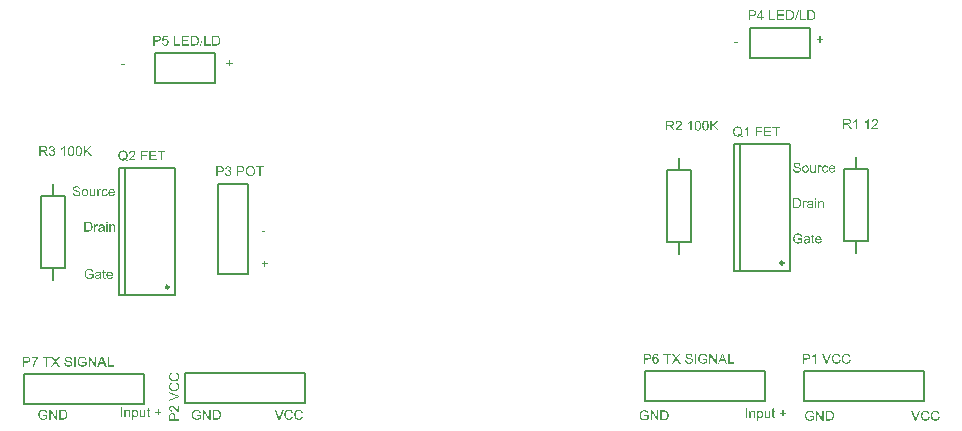
<source format=gto>
G04*
G04 #@! TF.GenerationSoftware,Altium Limited,Altium Designer,20.0.11 (256)*
G04*
G04 Layer_Color=65535*
%FSLAX25Y25*%
%MOIN*%
G70*
G01*
G75*
%ADD10C,0.00984*%
%ADD11C,0.00787*%
G36*
X115417Y66929D02*
X114173D01*
Y67331D01*
X115417D01*
Y66929D01*
D02*
G37*
G36*
X115441Y56391D02*
X116330D01*
Y56017D01*
X115441D01*
Y55118D01*
X115062D01*
Y56017D01*
X114173D01*
Y56391D01*
X115062D01*
Y57280D01*
X115441D01*
Y56391D01*
D02*
G37*
G36*
X41462Y7629D02*
X41500D01*
X41590Y7619D01*
X41690Y7605D01*
X41794Y7581D01*
X41907Y7553D01*
X42016Y7515D01*
X42021D01*
X42030Y7510D01*
X42044Y7506D01*
X42063Y7496D01*
X42115Y7468D01*
X42181Y7435D01*
X42252Y7387D01*
X42328Y7331D01*
X42399Y7269D01*
X42465Y7193D01*
X42475Y7184D01*
X42494Y7156D01*
X42522Y7113D01*
X42560Y7052D01*
X42598Y6976D01*
X42640Y6881D01*
X42683Y6777D01*
X42716Y6659D01*
X42323Y6555D01*
Y6560D01*
X42319Y6564D01*
X42314Y6579D01*
X42309Y6598D01*
X42295Y6640D01*
X42276Y6697D01*
X42248Y6763D01*
X42215Y6825D01*
X42181Y6891D01*
X42139Y6948D01*
X42134Y6952D01*
X42120Y6971D01*
X42092Y6995D01*
X42058Y7028D01*
X42016Y7066D01*
X41959Y7104D01*
X41898Y7141D01*
X41827Y7175D01*
X41817Y7179D01*
X41794Y7189D01*
X41751Y7203D01*
X41694Y7222D01*
X41628Y7236D01*
X41552Y7250D01*
X41467Y7260D01*
X41377Y7265D01*
X41325D01*
X41302Y7260D01*
X41273D01*
X41202Y7255D01*
X41122Y7241D01*
X41032Y7227D01*
X40947Y7203D01*
X40862Y7170D01*
X40852Y7165D01*
X40824Y7156D01*
X40786Y7132D01*
X40739Y7108D01*
X40682Y7070D01*
X40620Y7033D01*
X40564Y6985D01*
X40512Y6933D01*
X40507Y6929D01*
X40488Y6910D01*
X40464Y6877D01*
X40436Y6839D01*
X40403Y6792D01*
X40370Y6735D01*
X40337Y6673D01*
X40304Y6607D01*
Y6602D01*
X40299Y6593D01*
X40294Y6579D01*
X40285Y6555D01*
X40275Y6527D01*
X40266Y6493D01*
X40252Y6456D01*
X40242Y6413D01*
X40218Y6314D01*
X40200Y6200D01*
X40185Y6082D01*
X40181Y5949D01*
Y5945D01*
Y5931D01*
Y5907D01*
X40185Y5879D01*
Y5841D01*
X40190Y5793D01*
X40195Y5746D01*
X40200Y5694D01*
X40218Y5576D01*
X40242Y5453D01*
X40280Y5330D01*
X40327Y5212D01*
Y5207D01*
X40337Y5197D01*
X40341Y5183D01*
X40356Y5164D01*
X40389Y5112D01*
X40441Y5046D01*
X40502Y4975D01*
X40578Y4904D01*
X40668Y4838D01*
X40767Y4777D01*
X40772D01*
X40781Y4772D01*
X40795Y4762D01*
X40819Y4753D01*
X40843Y4743D01*
X40876Y4734D01*
X40952Y4705D01*
X41046Y4682D01*
X41150Y4658D01*
X41264Y4639D01*
X41382Y4635D01*
X41429D01*
X41458Y4639D01*
X41486D01*
X41557Y4649D01*
X41642Y4658D01*
X41732Y4677D01*
X41831Y4705D01*
X41931Y4739D01*
X41936D01*
X41945Y4743D01*
X41954Y4748D01*
X41973Y4758D01*
X42025Y4781D01*
X42082Y4810D01*
X42148Y4843D01*
X42219Y4880D01*
X42285Y4923D01*
X42342Y4970D01*
Y5585D01*
X41377D01*
Y5973D01*
X42768D01*
Y4758D01*
X42763Y4753D01*
X42754Y4748D01*
X42735Y4734D01*
X42711Y4715D01*
X42683Y4696D01*
X42650Y4672D01*
X42607Y4644D01*
X42565Y4616D01*
X42465Y4554D01*
X42352Y4488D01*
X42233Y4426D01*
X42106Y4374D01*
X42101D01*
X42092Y4370D01*
X42073Y4365D01*
X42049Y4355D01*
X42016Y4346D01*
X41978Y4332D01*
X41936Y4322D01*
X41893Y4313D01*
X41789Y4289D01*
X41671Y4266D01*
X41543Y4251D01*
X41410Y4247D01*
X41363D01*
X41330Y4251D01*
X41287D01*
X41235Y4256D01*
X41179Y4266D01*
X41117Y4270D01*
X40980Y4299D01*
X40833Y4332D01*
X40682Y4384D01*
X40606Y4412D01*
X40531Y4450D01*
X40526Y4455D01*
X40512Y4460D01*
X40493Y4474D01*
X40464Y4488D01*
X40431Y4512D01*
X40398Y4535D01*
X40308Y4602D01*
X40214Y4687D01*
X40114Y4791D01*
X40020Y4909D01*
X39935Y5046D01*
Y5051D01*
X39925Y5065D01*
X39916Y5084D01*
X39902Y5117D01*
X39887Y5150D01*
X39873Y5197D01*
X39854Y5245D01*
X39835Y5302D01*
X39816Y5363D01*
X39797Y5434D01*
X39783Y5505D01*
X39769Y5581D01*
X39746Y5746D01*
X39736Y5921D01*
Y5926D01*
Y5945D01*
Y5968D01*
X39741Y6002D01*
Y6044D01*
X39746Y6096D01*
X39755Y6148D01*
X39760Y6210D01*
X39774Y6276D01*
X39783Y6347D01*
X39821Y6498D01*
X39869Y6654D01*
X39935Y6810D01*
X39939Y6815D01*
X39944Y6829D01*
X39954Y6848D01*
X39972Y6877D01*
X39991Y6914D01*
X40015Y6952D01*
X40081Y7042D01*
X40162Y7146D01*
X40261Y7245D01*
X40375Y7345D01*
X40441Y7387D01*
X40507Y7430D01*
X40512Y7435D01*
X40526Y7440D01*
X40545Y7449D01*
X40573Y7463D01*
X40611Y7477D01*
X40654Y7496D01*
X40701Y7515D01*
X40758Y7534D01*
X40819Y7553D01*
X40885Y7567D01*
X40956Y7586D01*
X41032Y7600D01*
X41198Y7624D01*
X41283Y7633D01*
X41434D01*
X41462Y7629D01*
D02*
G37*
G36*
X45980Y4304D02*
X45530D01*
X43818Y6872D01*
Y4304D01*
X43402D01*
Y7577D01*
X43846D01*
X45563Y5003D01*
Y7577D01*
X45980D01*
Y4304D01*
D02*
G37*
G36*
X48051Y7572D02*
X48146Y7567D01*
X48241Y7558D01*
X48335Y7543D01*
X48416Y7529D01*
X48420D01*
X48430Y7525D01*
X48444D01*
X48463Y7515D01*
X48515Y7501D01*
X48581Y7477D01*
X48657Y7444D01*
X48737Y7402D01*
X48818Y7354D01*
X48893Y7293D01*
X48898Y7288D01*
X48903Y7283D01*
X48917Y7269D01*
X48936Y7255D01*
X48983Y7208D01*
X49040Y7141D01*
X49101Y7061D01*
X49168Y6966D01*
X49229Y6858D01*
X49281Y6735D01*
Y6730D01*
X49286Y6720D01*
X49295Y6702D01*
X49300Y6673D01*
X49314Y6640D01*
X49324Y6602D01*
X49333Y6560D01*
X49347Y6508D01*
X49362Y6456D01*
X49371Y6394D01*
X49395Y6262D01*
X49409Y6115D01*
X49414Y5954D01*
Y5949D01*
Y5940D01*
Y5916D01*
Y5893D01*
X49409Y5860D01*
Y5822D01*
X49404Y5732D01*
X49390Y5628D01*
X49376Y5519D01*
X49352Y5406D01*
X49324Y5292D01*
Y5287D01*
X49319Y5278D01*
X49314Y5264D01*
X49310Y5245D01*
X49291Y5193D01*
X49262Y5127D01*
X49234Y5051D01*
X49196Y4975D01*
X49149Y4895D01*
X49101Y4819D01*
X49097Y4810D01*
X49078Y4786D01*
X49049Y4753D01*
X49011Y4710D01*
X48969Y4663D01*
X48917Y4616D01*
X48865Y4564D01*
X48803Y4521D01*
X48794Y4516D01*
X48775Y4502D01*
X48742Y4483D01*
X48695Y4460D01*
X48638Y4431D01*
X48572Y4408D01*
X48496Y4379D01*
X48411Y4355D01*
X48401D01*
X48387Y4351D01*
X48373Y4346D01*
X48326Y4341D01*
X48259Y4332D01*
X48184Y4322D01*
X48094Y4313D01*
X47995Y4308D01*
X47886Y4304D01*
X46708D01*
Y7577D01*
X47966D01*
X48051Y7572D01*
D02*
G37*
G36*
X72115Y7577D02*
X72148Y7572D01*
X72219Y7562D01*
X72304Y7543D01*
X72394Y7515D01*
X72484Y7473D01*
X72574Y7421D01*
X72579D01*
X72583Y7411D01*
X72612Y7392D01*
X72654Y7354D01*
X72706Y7307D01*
X72763Y7245D01*
X72820Y7170D01*
X72877Y7080D01*
X72924Y6981D01*
Y6976D01*
X72929Y6966D01*
X72933Y6952D01*
X72943Y6933D01*
X72952Y6905D01*
X72962Y6872D01*
X72985Y6796D01*
X73009Y6702D01*
X73028Y6598D01*
X73042Y6479D01*
X73047Y6356D01*
Y6352D01*
Y6342D01*
Y6323D01*
Y6295D01*
X73042Y6262D01*
Y6224D01*
X73033Y6139D01*
X73014Y6035D01*
X72990Y5926D01*
X72957Y5812D01*
X72914Y5699D01*
Y5694D01*
X72910Y5685D01*
X72900Y5671D01*
X72891Y5652D01*
X72857Y5599D01*
X72815Y5533D01*
X72763Y5462D01*
X72697Y5391D01*
X72621Y5320D01*
X72531Y5254D01*
X72526D01*
X72522Y5249D01*
X72508Y5240D01*
X72489Y5231D01*
X72441Y5207D01*
X72375Y5178D01*
X72295Y5150D01*
X72210Y5127D01*
X72110Y5108D01*
X72011Y5103D01*
X71978D01*
X71940Y5108D01*
X71893Y5112D01*
X71836Y5122D01*
X71774Y5136D01*
X71713Y5155D01*
X71651Y5183D01*
X71647Y5188D01*
X71623Y5197D01*
X71595Y5216D01*
X71557Y5245D01*
X71519Y5273D01*
X71472Y5311D01*
X71429Y5353D01*
X71391Y5401D01*
Y4247D01*
X70989D01*
Y7529D01*
X71353D01*
Y7217D01*
X71358Y7227D01*
X71377Y7245D01*
X71401Y7279D01*
X71438Y7316D01*
X71481Y7364D01*
X71528Y7406D01*
X71585Y7449D01*
X71642Y7487D01*
X71651Y7491D01*
X71670Y7501D01*
X71708Y7515D01*
X71755Y7534D01*
X71812Y7553D01*
X71878Y7567D01*
X71954Y7577D01*
X72039Y7581D01*
X72091D01*
X72115Y7577D01*
D02*
G37*
G36*
X69632D02*
X69684Y7572D01*
X69745Y7562D01*
X69811Y7548D01*
X69882Y7529D01*
X69949Y7501D01*
X69958Y7496D01*
X69977Y7487D01*
X70010Y7473D01*
X70048Y7449D01*
X70095Y7421D01*
X70138Y7383D01*
X70180Y7345D01*
X70218Y7298D01*
X70223Y7293D01*
X70232Y7274D01*
X70247Y7250D01*
X70270Y7217D01*
X70289Y7170D01*
X70308Y7123D01*
X70332Y7066D01*
X70346Y7004D01*
Y7000D01*
X70351Y6981D01*
X70355Y6952D01*
X70360Y6914D01*
Y6858D01*
X70365Y6792D01*
X70370Y6711D01*
Y6612D01*
Y5155D01*
X69968D01*
Y6593D01*
Y6598D01*
Y6602D01*
Y6635D01*
Y6678D01*
X69963Y6730D01*
X69958Y6792D01*
X69949Y6853D01*
X69934Y6910D01*
X69920Y6962D01*
Y6966D01*
X69911Y6981D01*
X69897Y7004D01*
X69882Y7033D01*
X69859Y7061D01*
X69830Y7094D01*
X69792Y7127D01*
X69750Y7156D01*
X69745Y7160D01*
X69731Y7170D01*
X69703Y7179D01*
X69670Y7193D01*
X69632Y7208D01*
X69584Y7222D01*
X69528Y7227D01*
X69471Y7231D01*
X69447D01*
X69428Y7227D01*
X69381Y7222D01*
X69319Y7212D01*
X69253Y7189D01*
X69178Y7160D01*
X69102Y7123D01*
X69031Y7066D01*
X69021Y7056D01*
X69003Y7033D01*
X68988Y7014D01*
X68974Y6990D01*
X68955Y6962D01*
X68941Y6929D01*
X68922Y6891D01*
X68903Y6843D01*
X68889Y6792D01*
X68875Y6735D01*
X68865Y6673D01*
X68856Y6607D01*
X68846Y6527D01*
Y6446D01*
Y5155D01*
X68444D01*
Y7529D01*
X68804D01*
Y7189D01*
X68809Y7193D01*
X68818Y7208D01*
X68832Y7227D01*
X68851Y7250D01*
X68880Y7279D01*
X68913Y7312D01*
X68951Y7350D01*
X68998Y7387D01*
X69045Y7421D01*
X69102Y7458D01*
X69163Y7491D01*
X69230Y7520D01*
X69305Y7543D01*
X69381Y7562D01*
X69466Y7577D01*
X69556Y7581D01*
X69594D01*
X69632Y7577D01*
D02*
G37*
G36*
X79839Y6957D02*
X80728D01*
Y6583D01*
X79839D01*
Y5685D01*
X79461D01*
Y6583D01*
X78571D01*
Y6957D01*
X79461D01*
Y7846D01*
X79839D01*
Y6957D01*
D02*
G37*
G36*
X75450Y5155D02*
X75090D01*
Y5500D01*
X75085Y5495D01*
X75076Y5481D01*
X75062Y5462D01*
X75038Y5439D01*
X75010Y5410D01*
X74977Y5373D01*
X74939Y5339D01*
X74891Y5302D01*
X74839Y5264D01*
X74783Y5231D01*
X74721Y5197D01*
X74655Y5164D01*
X74579Y5141D01*
X74504Y5122D01*
X74418Y5108D01*
X74333Y5103D01*
X74300D01*
X74258Y5108D01*
X74206Y5112D01*
X74144Y5122D01*
X74078Y5136D01*
X74012Y5155D01*
X73941Y5183D01*
X73931Y5188D01*
X73912Y5197D01*
X73879Y5216D01*
X73841Y5240D01*
X73794Y5268D01*
X73751Y5302D01*
X73709Y5339D01*
X73671Y5382D01*
X73666Y5387D01*
X73657Y5406D01*
X73643Y5429D01*
X73624Y5467D01*
X73600Y5510D01*
X73581Y5562D01*
X73562Y5618D01*
X73548Y5680D01*
Y5685D01*
X73543Y5704D01*
X73539Y5732D01*
Y5770D01*
X73534Y5827D01*
X73529Y5888D01*
X73524Y5968D01*
Y6058D01*
Y7529D01*
X73927D01*
Y6210D01*
Y6205D01*
Y6196D01*
Y6181D01*
Y6158D01*
Y6106D01*
X73931Y6039D01*
Y5968D01*
X73936Y5897D01*
X73941Y5836D01*
X73950Y5784D01*
Y5779D01*
X73960Y5760D01*
X73969Y5732D01*
X73983Y5694D01*
X74007Y5656D01*
X74035Y5614D01*
X74068Y5576D01*
X74111Y5538D01*
X74116Y5533D01*
X74135Y5524D01*
X74158Y5510D01*
X74196Y5495D01*
X74239Y5477D01*
X74291Y5462D01*
X74348Y5453D01*
X74414Y5448D01*
X74447D01*
X74480Y5453D01*
X74523Y5458D01*
X74575Y5472D01*
X74631Y5486D01*
X74693Y5510D01*
X74754Y5538D01*
X74764Y5543D01*
X74783Y5557D01*
X74811Y5576D01*
X74844Y5604D01*
X74882Y5642D01*
X74920Y5685D01*
X74953Y5732D01*
X74981Y5789D01*
X74986Y5798D01*
X74991Y5817D01*
X75000Y5855D01*
X75014Y5907D01*
X75029Y5973D01*
X75038Y6054D01*
X75043Y6148D01*
X75047Y6257D01*
Y7529D01*
X75450D01*
Y5155D01*
D02*
G37*
G36*
X67730D02*
X67295D01*
Y8428D01*
X67730D01*
Y5155D01*
D02*
G37*
G36*
X76547Y7529D02*
X76954D01*
Y7217D01*
X76547D01*
Y5822D01*
Y5812D01*
Y5793D01*
Y5765D01*
X76552Y5732D01*
X76556Y5656D01*
X76561Y5623D01*
X76566Y5599D01*
X76571Y5590D01*
X76585Y5571D01*
X76604Y5548D01*
X76637Y5524D01*
X76646Y5519D01*
X76670Y5510D01*
X76713Y5500D01*
X76774Y5495D01*
X76821D01*
X76845Y5500D01*
X76878D01*
X76916Y5505D01*
X76954Y5510D01*
X77006Y5155D01*
X76996D01*
X76977Y5150D01*
X76944Y5145D01*
X76902Y5141D01*
X76854Y5131D01*
X76802Y5127D01*
X76698Y5122D01*
X76661D01*
X76623Y5127D01*
X76575Y5131D01*
X76519Y5136D01*
X76462Y5150D01*
X76410Y5164D01*
X76358Y5188D01*
X76353Y5193D01*
X76339Y5202D01*
X76320Y5216D01*
X76292Y5240D01*
X76268Y5264D01*
X76240Y5297D01*
X76211Y5330D01*
X76192Y5373D01*
Y5377D01*
X76183Y5396D01*
X76178Y5429D01*
X76169Y5477D01*
X76159Y5538D01*
X76154Y5576D01*
Y5618D01*
X76150Y5671D01*
X76145Y5723D01*
Y5779D01*
Y5846D01*
Y7217D01*
X75847D01*
Y7529D01*
X76145D01*
Y8116D01*
X76547Y8357D01*
Y7529D01*
D02*
G37*
G36*
X92644Y7629D02*
X92681D01*
X92771Y7619D01*
X92871Y7605D01*
X92975Y7581D01*
X93088Y7553D01*
X93197Y7515D01*
X93202D01*
X93211Y7510D01*
X93225Y7506D01*
X93244Y7496D01*
X93296Y7468D01*
X93362Y7435D01*
X93433Y7387D01*
X93509Y7331D01*
X93580Y7269D01*
X93646Y7193D01*
X93656Y7184D01*
X93675Y7156D01*
X93703Y7113D01*
X93741Y7052D01*
X93779Y6976D01*
X93821Y6881D01*
X93864Y6777D01*
X93897Y6659D01*
X93504Y6555D01*
Y6560D01*
X93500Y6564D01*
X93495Y6579D01*
X93490Y6598D01*
X93476Y6640D01*
X93457Y6697D01*
X93429Y6763D01*
X93396Y6825D01*
X93362Y6891D01*
X93320Y6948D01*
X93315Y6952D01*
X93301Y6971D01*
X93273Y6995D01*
X93239Y7028D01*
X93197Y7066D01*
X93140Y7104D01*
X93079Y7141D01*
X93008Y7175D01*
X92998Y7179D01*
X92975Y7189D01*
X92932Y7203D01*
X92875Y7222D01*
X92809Y7236D01*
X92733Y7250D01*
X92648Y7260D01*
X92558Y7265D01*
X92506D01*
X92483Y7260D01*
X92454D01*
X92383Y7255D01*
X92303Y7241D01*
X92213Y7227D01*
X92128Y7203D01*
X92043Y7170D01*
X92033Y7165D01*
X92005Y7156D01*
X91967Y7132D01*
X91920Y7108D01*
X91863Y7070D01*
X91802Y7033D01*
X91745Y6985D01*
X91693Y6933D01*
X91688Y6929D01*
X91669Y6910D01*
X91645Y6877D01*
X91617Y6839D01*
X91584Y6792D01*
X91551Y6735D01*
X91518Y6673D01*
X91485Y6607D01*
Y6602D01*
X91480Y6593D01*
X91475Y6579D01*
X91466Y6555D01*
X91456Y6527D01*
X91447Y6493D01*
X91433Y6456D01*
X91423Y6413D01*
X91400Y6314D01*
X91381Y6200D01*
X91366Y6082D01*
X91362Y5949D01*
Y5945D01*
Y5931D01*
Y5907D01*
X91366Y5879D01*
Y5841D01*
X91371Y5793D01*
X91376Y5746D01*
X91381Y5694D01*
X91400Y5576D01*
X91423Y5453D01*
X91461Y5330D01*
X91508Y5212D01*
Y5207D01*
X91518Y5197D01*
X91523Y5183D01*
X91537Y5164D01*
X91570Y5112D01*
X91622Y5046D01*
X91683Y4975D01*
X91759Y4904D01*
X91849Y4838D01*
X91948Y4777D01*
X91953D01*
X91962Y4772D01*
X91977Y4762D01*
X92000Y4753D01*
X92024Y4743D01*
X92057Y4734D01*
X92133Y4705D01*
X92227Y4682D01*
X92331Y4658D01*
X92445Y4639D01*
X92563Y4635D01*
X92611D01*
X92639Y4639D01*
X92667D01*
X92738Y4649D01*
X92823Y4658D01*
X92913Y4677D01*
X93012Y4705D01*
X93112Y4739D01*
X93117D01*
X93126Y4743D01*
X93135Y4748D01*
X93154Y4758D01*
X93206Y4781D01*
X93263Y4810D01*
X93329Y4843D01*
X93400Y4880D01*
X93467Y4923D01*
X93523Y4970D01*
Y5585D01*
X92558D01*
Y5973D01*
X93949D01*
Y4758D01*
X93944Y4753D01*
X93935Y4748D01*
X93916Y4734D01*
X93892Y4715D01*
X93864Y4696D01*
X93831Y4672D01*
X93788Y4644D01*
X93746Y4616D01*
X93646Y4554D01*
X93533Y4488D01*
X93414Y4426D01*
X93287Y4374D01*
X93282D01*
X93273Y4370D01*
X93254Y4365D01*
X93230Y4355D01*
X93197Y4346D01*
X93159Y4332D01*
X93117Y4322D01*
X93074Y4313D01*
X92970Y4289D01*
X92852Y4266D01*
X92724Y4251D01*
X92592Y4247D01*
X92544D01*
X92511Y4251D01*
X92469D01*
X92417Y4256D01*
X92360Y4266D01*
X92298Y4270D01*
X92161Y4299D01*
X92014Y4332D01*
X91863Y4384D01*
X91787Y4412D01*
X91712Y4450D01*
X91707Y4455D01*
X91693Y4460D01*
X91674Y4474D01*
X91645Y4488D01*
X91612Y4512D01*
X91579Y4535D01*
X91489Y4602D01*
X91395Y4687D01*
X91295Y4791D01*
X91201Y4909D01*
X91116Y5046D01*
Y5051D01*
X91106Y5065D01*
X91097Y5084D01*
X91083Y5117D01*
X91069Y5150D01*
X91054Y5197D01*
X91035Y5245D01*
X91016Y5302D01*
X90997Y5363D01*
X90979Y5434D01*
X90964Y5505D01*
X90950Y5581D01*
X90927Y5746D01*
X90917Y5921D01*
Y5926D01*
Y5945D01*
Y5968D01*
X90922Y6002D01*
Y6044D01*
X90927Y6096D01*
X90936Y6148D01*
X90941Y6210D01*
X90955Y6276D01*
X90964Y6347D01*
X91002Y6498D01*
X91049Y6654D01*
X91116Y6810D01*
X91120Y6815D01*
X91125Y6829D01*
X91135Y6848D01*
X91154Y6877D01*
X91172Y6914D01*
X91196Y6952D01*
X91262Y7042D01*
X91343Y7146D01*
X91442Y7245D01*
X91556Y7345D01*
X91622Y7387D01*
X91688Y7430D01*
X91693Y7435D01*
X91707Y7440D01*
X91726Y7449D01*
X91754Y7463D01*
X91792Y7477D01*
X91835Y7496D01*
X91882Y7515D01*
X91939Y7534D01*
X92000Y7553D01*
X92067Y7567D01*
X92137Y7586D01*
X92213Y7600D01*
X92379Y7624D01*
X92464Y7633D01*
X92615D01*
X92644Y7629D01*
D02*
G37*
G36*
X97161Y4304D02*
X96711D01*
X94999Y6872D01*
Y4304D01*
X94583D01*
Y7577D01*
X95028D01*
X96745Y5003D01*
Y7577D01*
X97161D01*
Y4304D01*
D02*
G37*
G36*
X99232Y7572D02*
X99327Y7567D01*
X99422Y7558D01*
X99516Y7543D01*
X99597Y7529D01*
X99601D01*
X99611Y7525D01*
X99625D01*
X99644Y7515D01*
X99696Y7501D01*
X99762Y7477D01*
X99838Y7444D01*
X99918Y7402D01*
X99999Y7354D01*
X100074Y7293D01*
X100079Y7288D01*
X100084Y7283D01*
X100098Y7269D01*
X100117Y7255D01*
X100164Y7208D01*
X100221Y7141D01*
X100283Y7061D01*
X100349Y6966D01*
X100410Y6858D01*
X100462Y6735D01*
Y6730D01*
X100467Y6720D01*
X100476Y6702D01*
X100481Y6673D01*
X100495Y6640D01*
X100505Y6602D01*
X100514Y6560D01*
X100529Y6508D01*
X100543Y6456D01*
X100552Y6394D01*
X100576Y6262D01*
X100590Y6115D01*
X100595Y5954D01*
Y5949D01*
Y5940D01*
Y5916D01*
Y5893D01*
X100590Y5860D01*
Y5822D01*
X100585Y5732D01*
X100571Y5628D01*
X100557Y5519D01*
X100533Y5406D01*
X100505Y5292D01*
Y5287D01*
X100500Y5278D01*
X100495Y5264D01*
X100491Y5245D01*
X100472Y5193D01*
X100443Y5127D01*
X100415Y5051D01*
X100377Y4975D01*
X100330Y4895D01*
X100283Y4819D01*
X100278Y4810D01*
X100259Y4786D01*
X100231Y4753D01*
X100193Y4710D01*
X100150Y4663D01*
X100098Y4616D01*
X100046Y4564D01*
X99985Y4521D01*
X99975Y4516D01*
X99956Y4502D01*
X99923Y4483D01*
X99876Y4460D01*
X99819Y4431D01*
X99753Y4408D01*
X99677Y4379D01*
X99592Y4355D01*
X99582D01*
X99568Y4351D01*
X99554Y4346D01*
X99507Y4341D01*
X99441Y4332D01*
X99365Y4322D01*
X99275Y4313D01*
X99176Y4308D01*
X99067Y4304D01*
X97889D01*
Y7577D01*
X99147D01*
X99232Y7572D01*
D02*
G37*
G36*
X126664Y7629D02*
X126706Y7624D01*
X126758Y7619D01*
X126810Y7615D01*
X126872Y7600D01*
X127000Y7572D01*
X127141Y7529D01*
X127213Y7501D01*
X127279Y7468D01*
X127345Y7425D01*
X127411Y7383D01*
X127416Y7378D01*
X127425Y7373D01*
X127444Y7359D01*
X127468Y7335D01*
X127492Y7312D01*
X127525Y7279D01*
X127558Y7241D01*
X127596Y7203D01*
X127633Y7156D01*
X127671Y7099D01*
X127714Y7042D01*
X127752Y6981D01*
X127785Y6910D01*
X127823Y6839D01*
X127851Y6763D01*
X127879Y6678D01*
X127454Y6579D01*
Y6583D01*
X127449Y6593D01*
X127439Y6612D01*
X127430Y6635D01*
X127421Y6664D01*
X127406Y6702D01*
X127369Y6777D01*
X127321Y6862D01*
X127264Y6948D01*
X127194Y7028D01*
X127118Y7099D01*
X127108Y7108D01*
X127080Y7127D01*
X127033Y7151D01*
X126971Y7184D01*
X126891Y7212D01*
X126801Y7241D01*
X126692Y7260D01*
X126574Y7265D01*
X126536D01*
X126512Y7260D01*
X126479D01*
X126442Y7255D01*
X126352Y7241D01*
X126252Y7222D01*
X126148Y7189D01*
X126039Y7141D01*
X125940Y7080D01*
X125935D01*
X125931Y7070D01*
X125898Y7047D01*
X125855Y7009D01*
X125803Y6952D01*
X125742Y6881D01*
X125685Y6801D01*
X125633Y6702D01*
X125585Y6593D01*
Y6588D01*
X125581Y6579D01*
X125576Y6564D01*
X125571Y6541D01*
X125562Y6512D01*
X125552Y6479D01*
X125538Y6399D01*
X125519Y6304D01*
X125500Y6200D01*
X125491Y6087D01*
X125486Y5964D01*
Y5959D01*
Y5945D01*
Y5921D01*
Y5893D01*
X125491Y5860D01*
Y5817D01*
X125496Y5770D01*
X125500Y5718D01*
X125514Y5604D01*
X125538Y5481D01*
X125566Y5358D01*
X125604Y5235D01*
Y5231D01*
X125609Y5221D01*
X125619Y5207D01*
X125628Y5183D01*
X125656Y5127D01*
X125699Y5060D01*
X125751Y4985D01*
X125817Y4904D01*
X125893Y4833D01*
X125983Y4767D01*
X125987D01*
X125997Y4762D01*
X126011Y4753D01*
X126030Y4743D01*
X126054Y4734D01*
X126082Y4720D01*
X126148Y4691D01*
X126233Y4663D01*
X126328Y4639D01*
X126432Y4620D01*
X126541Y4616D01*
X126574D01*
X126602Y4620D01*
X126635D01*
X126669Y4625D01*
X126754Y4644D01*
X126853Y4668D01*
X126952Y4705D01*
X127056Y4758D01*
X127108Y4786D01*
X127156Y4824D01*
X127160Y4829D01*
X127165Y4833D01*
X127179Y4847D01*
X127198Y4862D01*
X127217Y4885D01*
X127241Y4914D01*
X127269Y4942D01*
X127293Y4980D01*
X127321Y5022D01*
X127354Y5070D01*
X127383Y5117D01*
X127411Y5174D01*
X127435Y5235D01*
X127458Y5302D01*
X127482Y5373D01*
X127501Y5448D01*
X127936Y5339D01*
Y5335D01*
X127931Y5316D01*
X127922Y5287D01*
X127908Y5249D01*
X127894Y5207D01*
X127875Y5155D01*
X127851Y5098D01*
X127823Y5037D01*
X127756Y4904D01*
X127671Y4772D01*
X127619Y4705D01*
X127567Y4639D01*
X127510Y4583D01*
X127444Y4526D01*
X127439Y4521D01*
X127430Y4512D01*
X127406Y4502D01*
X127383Y4483D01*
X127345Y4460D01*
X127307Y4436D01*
X127255Y4412D01*
X127203Y4389D01*
X127141Y4360D01*
X127075Y4337D01*
X127004Y4313D01*
X126929Y4289D01*
X126848Y4270D01*
X126763Y4261D01*
X126673Y4251D01*
X126579Y4247D01*
X126527D01*
X126489Y4251D01*
X126446D01*
X126394Y4256D01*
X126337Y4266D01*
X126271Y4275D01*
X126134Y4299D01*
X125992Y4337D01*
X125850Y4389D01*
X125784Y4422D01*
X125718Y4460D01*
X125713Y4464D01*
X125704Y4469D01*
X125685Y4483D01*
X125666Y4502D01*
X125637Y4521D01*
X125604Y4549D01*
X125566Y4583D01*
X125529Y4620D01*
X125491Y4663D01*
X125448Y4705D01*
X125363Y4814D01*
X125283Y4942D01*
X125212Y5084D01*
Y5089D01*
X125202Y5103D01*
X125198Y5127D01*
X125183Y5155D01*
X125174Y5193D01*
X125160Y5240D01*
X125141Y5292D01*
X125127Y5349D01*
X125112Y5410D01*
X125093Y5481D01*
X125070Y5628D01*
X125051Y5793D01*
X125041Y5964D01*
Y5968D01*
Y5987D01*
Y6016D01*
X125046Y6049D01*
Y6096D01*
X125051Y6143D01*
X125056Y6205D01*
X125065Y6266D01*
X125089Y6404D01*
X125122Y6555D01*
X125169Y6706D01*
X125235Y6853D01*
X125240Y6858D01*
X125245Y6872D01*
X125254Y6891D01*
X125273Y6914D01*
X125292Y6948D01*
X125316Y6985D01*
X125377Y7070D01*
X125458Y7165D01*
X125552Y7260D01*
X125661Y7354D01*
X125789Y7435D01*
X125794Y7440D01*
X125808Y7444D01*
X125827Y7454D01*
X125850Y7468D01*
X125888Y7482D01*
X125926Y7496D01*
X125973Y7515D01*
X126025Y7534D01*
X126082Y7553D01*
X126144Y7572D01*
X126276Y7600D01*
X126427Y7624D01*
X126583Y7633D01*
X126631D01*
X126664Y7629D01*
D02*
G37*
G36*
X123362D02*
X123405Y7624D01*
X123457Y7619D01*
X123509Y7615D01*
X123570Y7600D01*
X123698Y7572D01*
X123840Y7529D01*
X123911Y7501D01*
X123977Y7468D01*
X124043Y7425D01*
X124110Y7383D01*
X124114Y7378D01*
X124124Y7373D01*
X124143Y7359D01*
X124166Y7335D01*
X124190Y7312D01*
X124223Y7279D01*
X124256Y7241D01*
X124294Y7203D01*
X124332Y7156D01*
X124370Y7099D01*
X124412Y7042D01*
X124450Y6981D01*
X124483Y6910D01*
X124521Y6839D01*
X124549Y6763D01*
X124578Y6678D01*
X124152Y6579D01*
Y6583D01*
X124147Y6593D01*
X124138Y6612D01*
X124128Y6635D01*
X124119Y6664D01*
X124105Y6702D01*
X124067Y6777D01*
X124020Y6862D01*
X123963Y6948D01*
X123892Y7028D01*
X123816Y7099D01*
X123807Y7108D01*
X123778Y7127D01*
X123731Y7151D01*
X123670Y7184D01*
X123589Y7212D01*
X123499Y7241D01*
X123391Y7260D01*
X123272Y7265D01*
X123234D01*
X123211Y7260D01*
X123178D01*
X123140Y7255D01*
X123050Y7241D01*
X122951Y7222D01*
X122847Y7189D01*
X122738Y7141D01*
X122639Y7080D01*
X122634D01*
X122629Y7070D01*
X122596Y7047D01*
X122553Y7009D01*
X122501Y6952D01*
X122440Y6881D01*
X122383Y6801D01*
X122331Y6702D01*
X122284Y6593D01*
Y6588D01*
X122279Y6579D01*
X122274Y6564D01*
X122270Y6541D01*
X122260Y6512D01*
X122251Y6479D01*
X122237Y6399D01*
X122218Y6304D01*
X122199Y6200D01*
X122189Y6087D01*
X122185Y5964D01*
Y5959D01*
Y5945D01*
Y5921D01*
Y5893D01*
X122189Y5860D01*
Y5817D01*
X122194Y5770D01*
X122199Y5718D01*
X122213Y5604D01*
X122237Y5481D01*
X122265Y5358D01*
X122303Y5235D01*
Y5231D01*
X122308Y5221D01*
X122317Y5207D01*
X122326Y5183D01*
X122355Y5127D01*
X122397Y5060D01*
X122449Y4985D01*
X122516Y4904D01*
X122591Y4833D01*
X122681Y4767D01*
X122686D01*
X122695Y4762D01*
X122710Y4753D01*
X122728Y4743D01*
X122752Y4734D01*
X122781Y4720D01*
X122847Y4691D01*
X122932Y4663D01*
X123026Y4639D01*
X123131Y4620D01*
X123239Y4616D01*
X123272D01*
X123301Y4620D01*
X123334D01*
X123367Y4625D01*
X123452Y4644D01*
X123551Y4668D01*
X123651Y4705D01*
X123755Y4758D01*
X123807Y4786D01*
X123854Y4824D01*
X123859Y4829D01*
X123864Y4833D01*
X123878Y4847D01*
X123897Y4862D01*
X123916Y4885D01*
X123939Y4914D01*
X123968Y4942D01*
X123991Y4980D01*
X124020Y5022D01*
X124053Y5070D01*
X124081Y5117D01*
X124110Y5174D01*
X124133Y5235D01*
X124157Y5302D01*
X124180Y5373D01*
X124199Y5448D01*
X124635Y5339D01*
Y5335D01*
X124630Y5316D01*
X124620Y5287D01*
X124606Y5249D01*
X124592Y5207D01*
X124573Y5155D01*
X124549Y5098D01*
X124521Y5037D01*
X124455Y4904D01*
X124370Y4772D01*
X124318Y4705D01*
X124266Y4639D01*
X124209Y4583D01*
X124143Y4526D01*
X124138Y4521D01*
X124128Y4512D01*
X124105Y4502D01*
X124081Y4483D01*
X124043Y4460D01*
X124005Y4436D01*
X123953Y4412D01*
X123901Y4389D01*
X123840Y4360D01*
X123774Y4337D01*
X123703Y4313D01*
X123627Y4289D01*
X123547Y4270D01*
X123462Y4261D01*
X123372Y4251D01*
X123277Y4247D01*
X123225D01*
X123187Y4251D01*
X123145D01*
X123093Y4256D01*
X123036Y4266D01*
X122970Y4275D01*
X122833Y4299D01*
X122691Y4337D01*
X122549Y4389D01*
X122483Y4422D01*
X122416Y4460D01*
X122412Y4464D01*
X122402Y4469D01*
X122383Y4483D01*
X122364Y4502D01*
X122336Y4521D01*
X122303Y4549D01*
X122265Y4583D01*
X122227Y4620D01*
X122189Y4663D01*
X122147Y4705D01*
X122062Y4814D01*
X121981Y4942D01*
X121910Y5084D01*
Y5089D01*
X121901Y5103D01*
X121896Y5127D01*
X121882Y5155D01*
X121872Y5193D01*
X121858Y5240D01*
X121839Y5292D01*
X121825Y5349D01*
X121811Y5410D01*
X121792Y5481D01*
X121768Y5628D01*
X121749Y5793D01*
X121740Y5964D01*
Y5968D01*
Y5987D01*
Y6016D01*
X121745Y6049D01*
Y6096D01*
X121749Y6143D01*
X121754Y6205D01*
X121764Y6266D01*
X121787Y6404D01*
X121820Y6555D01*
X121868Y6706D01*
X121934Y6853D01*
X121939Y6858D01*
X121943Y6872D01*
X121953Y6891D01*
X121972Y6914D01*
X121991Y6948D01*
X122014Y6985D01*
X122076Y7070D01*
X122156Y7165D01*
X122251Y7260D01*
X122360Y7354D01*
X122487Y7435D01*
X122492Y7440D01*
X122506Y7444D01*
X122525Y7454D01*
X122549Y7468D01*
X122587Y7482D01*
X122624Y7496D01*
X122672Y7515D01*
X122724Y7534D01*
X122781Y7553D01*
X122842Y7572D01*
X122974Y7600D01*
X123126Y7624D01*
X123282Y7633D01*
X123329D01*
X123362Y7629D01*
D02*
G37*
G36*
X120198Y4304D02*
X119744D01*
X118476Y7577D01*
X118949D01*
X119801Y5197D01*
Y5193D01*
X119805Y5183D01*
X119810Y5169D01*
X119819Y5150D01*
X119824Y5122D01*
X119834Y5093D01*
X119857Y5022D01*
X119886Y4942D01*
X119914Y4852D01*
X119971Y4663D01*
Y4668D01*
X119976Y4677D01*
X119980Y4691D01*
X119985Y4710D01*
X119999Y4762D01*
X120023Y4833D01*
X120046Y4914D01*
X120075Y5003D01*
X120108Y5098D01*
X120146Y5197D01*
X121035Y7577D01*
X121475D01*
X120198Y4304D01*
D02*
G37*
G36*
X68539Y122357D02*
X67295D01*
Y122759D01*
X68539D01*
Y122357D01*
D02*
G37*
G36*
X52548Y82122D02*
X52581D01*
X52671Y82113D01*
X52770Y82099D01*
X52874Y82075D01*
X52988Y82046D01*
X53092Y82009D01*
X53097D01*
X53106Y82004D01*
X53120Y81994D01*
X53139Y81985D01*
X53187Y81961D01*
X53248Y81919D01*
X53319Y81871D01*
X53390Y81810D01*
X53456Y81739D01*
X53518Y81659D01*
Y81654D01*
X53522Y81649D01*
X53532Y81635D01*
X53541Y81621D01*
X53565Y81573D01*
X53593Y81512D01*
X53627Y81436D01*
X53650Y81346D01*
X53674Y81252D01*
X53683Y81148D01*
X53267Y81115D01*
Y81119D01*
Y81129D01*
X53262Y81143D01*
X53258Y81167D01*
X53243Y81219D01*
X53224Y81290D01*
X53196Y81365D01*
X53154Y81441D01*
X53101Y81512D01*
X53035Y81578D01*
X53026Y81583D01*
X53002Y81602D01*
X52955Y81630D01*
X52893Y81659D01*
X52813Y81687D01*
X52718Y81715D01*
X52600Y81734D01*
X52468Y81739D01*
X52401D01*
X52373Y81734D01*
X52335Y81730D01*
X52250Y81720D01*
X52156Y81701D01*
X52061Y81678D01*
X51971Y81640D01*
X51933Y81616D01*
X51895Y81592D01*
X51886Y81588D01*
X51867Y81569D01*
X51839Y81536D01*
X51810Y81498D01*
X51777Y81446D01*
X51749Y81389D01*
X51730Y81323D01*
X51720Y81247D01*
Y81238D01*
Y81219D01*
X51725Y81186D01*
X51735Y81148D01*
X51749Y81100D01*
X51772Y81053D01*
X51801Y81006D01*
X51843Y80958D01*
X51848Y80954D01*
X51872Y80940D01*
X51891Y80925D01*
X51910Y80916D01*
X51938Y80902D01*
X51971Y80883D01*
X52014Y80869D01*
X52061Y80850D01*
X52113Y80831D01*
X52174Y80807D01*
X52241Y80788D01*
X52316Y80765D01*
X52401Y80746D01*
X52496Y80722D01*
X52501D01*
X52520Y80717D01*
X52548Y80713D01*
X52581Y80703D01*
X52624Y80694D01*
X52676Y80680D01*
X52728Y80665D01*
X52785Y80651D01*
X52908Y80618D01*
X53026Y80585D01*
X53083Y80566D01*
X53135Y80547D01*
X53182Y80533D01*
X53220Y80514D01*
X53224D01*
X53234Y80509D01*
X53248Y80500D01*
X53267Y80490D01*
X53319Y80462D01*
X53381Y80424D01*
X53452Y80372D01*
X53522Y80315D01*
X53589Y80249D01*
X53645Y80178D01*
X53650Y80169D01*
X53669Y80145D01*
X53688Y80102D01*
X53716Y80046D01*
X53740Y79979D01*
X53764Y79899D01*
X53778Y79809D01*
X53783Y79715D01*
Y79710D01*
Y79705D01*
Y79691D01*
Y79672D01*
X53773Y79620D01*
X53764Y79554D01*
X53745Y79478D01*
X53721Y79398D01*
X53683Y79312D01*
X53631Y79223D01*
Y79218D01*
X53627Y79213D01*
X53603Y79185D01*
X53570Y79142D01*
X53522Y79095D01*
X53461Y79038D01*
X53385Y78977D01*
X53300Y78920D01*
X53201Y78868D01*
X53196D01*
X53187Y78863D01*
X53172Y78858D01*
X53154Y78849D01*
X53125Y78839D01*
X53092Y78825D01*
X53016Y78806D01*
X52926Y78783D01*
X52818Y78759D01*
X52699Y78745D01*
X52572Y78740D01*
X52496D01*
X52458Y78745D01*
X52416D01*
X52368Y78750D01*
X52312Y78754D01*
X52193Y78773D01*
X52070Y78792D01*
X51947Y78825D01*
X51829Y78868D01*
X51824D01*
X51815Y78873D01*
X51801Y78882D01*
X51782Y78891D01*
X51725Y78920D01*
X51659Y78962D01*
X51583Y79019D01*
X51503Y79085D01*
X51427Y79166D01*
X51356Y79256D01*
Y79260D01*
X51347Y79270D01*
X51342Y79284D01*
X51328Y79303D01*
X51318Y79327D01*
X51304Y79355D01*
X51271Y79426D01*
X51238Y79516D01*
X51209Y79615D01*
X51191Y79729D01*
X51181Y79847D01*
X51588Y79885D01*
Y79880D01*
Y79875D01*
X51593Y79861D01*
Y79842D01*
X51602Y79800D01*
X51616Y79738D01*
X51635Y79677D01*
X51654Y79606D01*
X51687Y79540D01*
X51720Y79478D01*
X51725Y79473D01*
X51739Y79454D01*
X51763Y79421D01*
X51801Y79388D01*
X51848Y79346D01*
X51900Y79303D01*
X51971Y79260D01*
X52047Y79223D01*
X52051D01*
X52056Y79218D01*
X52070Y79213D01*
X52084Y79208D01*
X52132Y79194D01*
X52193Y79175D01*
X52269Y79156D01*
X52354Y79142D01*
X52449Y79133D01*
X52553Y79128D01*
X52595D01*
X52643Y79133D01*
X52699Y79137D01*
X52766Y79147D01*
X52841Y79156D01*
X52917Y79175D01*
X52988Y79199D01*
X52997Y79204D01*
X53021Y79213D01*
X53054Y79232D01*
X53097Y79251D01*
X53139Y79284D01*
X53187Y79317D01*
X53234Y79355D01*
X53272Y79402D01*
X53276Y79407D01*
X53286Y79426D01*
X53300Y79450D01*
X53319Y79488D01*
X53338Y79525D01*
X53352Y79573D01*
X53362Y79625D01*
X53366Y79681D01*
Y79686D01*
Y79710D01*
X53362Y79738D01*
X53357Y79776D01*
X53343Y79814D01*
X53329Y79861D01*
X53305Y79909D01*
X53272Y79951D01*
X53267Y79956D01*
X53253Y79970D01*
X53234Y79989D01*
X53201Y80017D01*
X53163Y80046D01*
X53111Y80079D01*
X53049Y80112D01*
X52978Y80140D01*
X52974Y80145D01*
X52950Y80150D01*
X52912Y80164D01*
X52889Y80169D01*
X52855Y80178D01*
X52822Y80192D01*
X52780Y80202D01*
X52732Y80216D01*
X52676Y80230D01*
X52619Y80244D01*
X52553Y80263D01*
X52477Y80282D01*
X52397Y80301D01*
X52392D01*
X52378Y80306D01*
X52354Y80310D01*
X52326Y80320D01*
X52288Y80329D01*
X52245Y80339D01*
X52151Y80367D01*
X52047Y80400D01*
X51938Y80433D01*
X51843Y80467D01*
X51801Y80485D01*
X51763Y80504D01*
X51758D01*
X51753Y80509D01*
X51725Y80528D01*
X51683Y80552D01*
X51635Y80590D01*
X51578Y80632D01*
X51522Y80684D01*
X51465Y80746D01*
X51418Y80812D01*
X51413Y80821D01*
X51399Y80845D01*
X51380Y80883D01*
X51361Y80930D01*
X51342Y80992D01*
X51323Y81063D01*
X51309Y81138D01*
X51304Y81219D01*
Y81223D01*
Y81228D01*
Y81242D01*
Y81261D01*
X51314Y81309D01*
X51323Y81370D01*
X51337Y81441D01*
X51361Y81521D01*
X51394Y81602D01*
X51441Y81682D01*
Y81687D01*
X51446Y81692D01*
X51470Y81720D01*
X51503Y81758D01*
X51545Y81805D01*
X51602Y81857D01*
X51673Y81914D01*
X51758Y81966D01*
X51853Y82013D01*
X51858D01*
X51867Y82018D01*
X51881Y82023D01*
X51900Y82032D01*
X51924Y82042D01*
X51957Y82051D01*
X52028Y82070D01*
X52118Y82089D01*
X52222Y82108D01*
X52330Y82122D01*
X52454Y82127D01*
X52515D01*
X52548Y82122D01*
D02*
G37*
G36*
X60362Y81219D02*
X60414Y81209D01*
X60475Y81190D01*
X60542Y81167D01*
X60617Y81134D01*
X60698Y81091D01*
X60551Y80722D01*
X60546Y80727D01*
X60528Y80736D01*
X60499Y80750D01*
X60461Y80765D01*
X60419Y80779D01*
X60367Y80793D01*
X60315Y80802D01*
X60263Y80807D01*
X60239D01*
X60215Y80802D01*
X60182Y80798D01*
X60149Y80788D01*
X60107Y80774D01*
X60064Y80755D01*
X60026Y80727D01*
X60022Y80722D01*
X60007Y80713D01*
X59993Y80694D01*
X59969Y80670D01*
X59946Y80637D01*
X59922Y80599D01*
X59899Y80556D01*
X59880Y80504D01*
X59875Y80495D01*
X59870Y80467D01*
X59861Y80424D01*
X59847Y80367D01*
X59832Y80296D01*
X59823Y80216D01*
X59818Y80131D01*
X59813Y80036D01*
Y78797D01*
X59411D01*
Y81171D01*
X59776D01*
Y80812D01*
X59780Y80817D01*
X59799Y80850D01*
X59823Y80892D01*
X59861Y80944D01*
X59899Y80996D01*
X59941Y81053D01*
X59984Y81100D01*
X60026Y81138D01*
X60031Y81143D01*
X60045Y81152D01*
X60074Y81167D01*
X60102Y81181D01*
X60140Y81195D01*
X60187Y81209D01*
X60234Y81219D01*
X60286Y81223D01*
X60320D01*
X60362Y81219D01*
D02*
G37*
G36*
X61966D02*
X61994D01*
X62032Y81214D01*
X62122Y81200D01*
X62221Y81176D01*
X62325Y81138D01*
X62429Y81091D01*
X62528Y81025D01*
X62533D01*
X62538Y81015D01*
X62566Y80987D01*
X62609Y80944D01*
X62661Y80883D01*
X62713Y80807D01*
X62765Y80713D01*
X62812Y80604D01*
X62845Y80476D01*
X62453Y80415D01*
Y80419D01*
X62448Y80424D01*
X62443Y80452D01*
X62429Y80495D01*
X62405Y80547D01*
X62382Y80604D01*
X62344Y80665D01*
X62301Y80722D01*
X62254Y80769D01*
X62249Y80774D01*
X62230Y80788D01*
X62197Y80807D01*
X62159Y80831D01*
X62107Y80854D01*
X62051Y80873D01*
X61984Y80888D01*
X61914Y80892D01*
X61885D01*
X61861Y80888D01*
X61809Y80883D01*
X61739Y80864D01*
X61663Y80840D01*
X61578Y80802D01*
X61497Y80746D01*
X61459Y80713D01*
X61422Y80675D01*
Y80670D01*
X61412Y80665D01*
X61403Y80651D01*
X61393Y80632D01*
X61379Y80608D01*
X61360Y80580D01*
X61346Y80547D01*
X61327Y80509D01*
X61308Y80462D01*
X61294Y80410D01*
X61275Y80353D01*
X61261Y80292D01*
X61251Y80225D01*
X61242Y80150D01*
X61232Y80069D01*
Y79984D01*
Y79979D01*
Y79965D01*
Y79937D01*
X61237Y79909D01*
Y79866D01*
X61242Y79823D01*
X61256Y79719D01*
X61275Y79606D01*
X61308Y79488D01*
X61351Y79383D01*
X61379Y79331D01*
X61412Y79289D01*
X61422Y79279D01*
X61445Y79256D01*
X61488Y79223D01*
X61540Y79185D01*
X61611Y79142D01*
X61691Y79109D01*
X61786Y79085D01*
X61838Y79081D01*
X61890Y79076D01*
X61899D01*
X61928Y79081D01*
X61975Y79085D01*
X62027Y79095D01*
X62089Y79109D01*
X62155Y79137D01*
X62221Y79171D01*
X62282Y79218D01*
X62292Y79223D01*
X62306Y79246D01*
X62334Y79279D01*
X62368Y79331D01*
X62401Y79393D01*
X62438Y79469D01*
X62467Y79563D01*
X62486Y79667D01*
X62883Y79615D01*
Y79611D01*
X62878Y79596D01*
X62874Y79577D01*
X62869Y79549D01*
X62859Y79511D01*
X62850Y79473D01*
X62817Y79379D01*
X62774Y79279D01*
X62713Y79171D01*
X62637Y79066D01*
X62595Y79019D01*
X62547Y78972D01*
X62543Y78967D01*
X62533Y78962D01*
X62519Y78953D01*
X62500Y78939D01*
X62476Y78920D01*
X62443Y78901D01*
X62405Y78882D01*
X62368Y78858D01*
X62273Y78816D01*
X62159Y78783D01*
X62037Y78754D01*
X61966Y78750D01*
X61895Y78745D01*
X61847D01*
X61814Y78750D01*
X61772Y78754D01*
X61724Y78764D01*
X61672Y78773D01*
X61616Y78783D01*
X61488Y78821D01*
X61426Y78849D01*
X61360Y78877D01*
X61294Y78915D01*
X61232Y78958D01*
X61171Y79005D01*
X61114Y79062D01*
X61109Y79066D01*
X61100Y79076D01*
X61086Y79095D01*
X61067Y79119D01*
X61048Y79152D01*
X61019Y79194D01*
X60996Y79242D01*
X60967Y79294D01*
X60939Y79355D01*
X60915Y79426D01*
X60887Y79497D01*
X60868Y79582D01*
X60849Y79667D01*
X60835Y79767D01*
X60826Y79866D01*
X60821Y79975D01*
Y79979D01*
Y79994D01*
Y80013D01*
Y80041D01*
X60826Y80074D01*
Y80112D01*
X60830Y80154D01*
X60835Y80202D01*
X60849Y80306D01*
X60873Y80419D01*
X60901Y80533D01*
X60944Y80646D01*
Y80651D01*
X60949Y80660D01*
X60958Y80675D01*
X60967Y80694D01*
X60996Y80746D01*
X61038Y80807D01*
X61095Y80878D01*
X61161Y80949D01*
X61242Y81020D01*
X61332Y81077D01*
X61336D01*
X61346Y81081D01*
X61360Y81091D01*
X61379Y81100D01*
X61403Y81110D01*
X61431Y81124D01*
X61502Y81152D01*
X61582Y81176D01*
X61682Y81200D01*
X61786Y81219D01*
X61899Y81223D01*
X61937D01*
X61966Y81219D01*
D02*
G37*
G36*
X58787Y78797D02*
X58428D01*
Y79142D01*
X58423Y79137D01*
X58413Y79123D01*
X58399Y79104D01*
X58375Y79081D01*
X58347Y79052D01*
X58314Y79014D01*
X58276Y78981D01*
X58229Y78944D01*
X58177Y78906D01*
X58120Y78873D01*
X58059Y78839D01*
X57992Y78806D01*
X57917Y78783D01*
X57841Y78764D01*
X57756Y78750D01*
X57671Y78745D01*
X57638D01*
X57595Y78750D01*
X57543Y78754D01*
X57481Y78764D01*
X57415Y78778D01*
X57349Y78797D01*
X57278Y78825D01*
X57269Y78830D01*
X57250Y78839D01*
X57217Y78858D01*
X57179Y78882D01*
X57131Y78910D01*
X57089Y78944D01*
X57046Y78981D01*
X57008Y79024D01*
X57004Y79029D01*
X56994Y79048D01*
X56980Y79071D01*
X56961Y79109D01*
X56937Y79152D01*
X56919Y79204D01*
X56900Y79260D01*
X56885Y79322D01*
Y79327D01*
X56881Y79346D01*
X56876Y79374D01*
Y79412D01*
X56871Y79469D01*
X56867Y79530D01*
X56862Y79611D01*
Y79700D01*
Y81171D01*
X57264D01*
Y79852D01*
Y79847D01*
Y79838D01*
Y79823D01*
Y79800D01*
Y79748D01*
X57269Y79681D01*
Y79611D01*
X57273Y79540D01*
X57278Y79478D01*
X57288Y79426D01*
Y79421D01*
X57297Y79402D01*
X57306Y79374D01*
X57321Y79336D01*
X57344Y79298D01*
X57373Y79256D01*
X57406Y79218D01*
X57448Y79180D01*
X57453Y79175D01*
X57472Y79166D01*
X57496Y79152D01*
X57534Y79137D01*
X57576Y79119D01*
X57628Y79104D01*
X57685Y79095D01*
X57751Y79090D01*
X57784D01*
X57817Y79095D01*
X57860Y79100D01*
X57912Y79114D01*
X57969Y79128D01*
X58030Y79152D01*
X58092Y79180D01*
X58101Y79185D01*
X58120Y79199D01*
X58148Y79218D01*
X58182Y79246D01*
X58219Y79284D01*
X58257Y79327D01*
X58290Y79374D01*
X58319Y79431D01*
X58323Y79440D01*
X58328Y79459D01*
X58338Y79497D01*
X58352Y79549D01*
X58366Y79615D01*
X58375Y79696D01*
X58380Y79790D01*
X58385Y79899D01*
Y81171D01*
X58787D01*
Y78797D01*
D02*
G37*
G36*
X64279Y81219D02*
X64316Y81214D01*
X64364Y81204D01*
X64416Y81195D01*
X64477Y81181D01*
X64534Y81167D01*
X64600Y81143D01*
X64662Y81119D01*
X64728Y81086D01*
X64794Y81048D01*
X64860Y81006D01*
X64922Y80954D01*
X64978Y80897D01*
X64983Y80892D01*
X64993Y80883D01*
X65007Y80864D01*
X65026Y80836D01*
X65049Y80802D01*
X65073Y80765D01*
X65101Y80717D01*
X65130Y80660D01*
X65158Y80599D01*
X65187Y80533D01*
X65210Y80457D01*
X65234Y80377D01*
X65253Y80287D01*
X65267Y80192D01*
X65276Y80093D01*
X65281Y79984D01*
Y79979D01*
Y79961D01*
Y79927D01*
X65276Y79880D01*
X63503D01*
Y79875D01*
Y79861D01*
X63507Y79842D01*
Y79814D01*
X63512Y79781D01*
X63522Y79743D01*
X63536Y79658D01*
X63564Y79563D01*
X63602Y79459D01*
X63654Y79365D01*
X63720Y79279D01*
X63725D01*
X63730Y79270D01*
X63758Y79246D01*
X63801Y79213D01*
X63858Y79180D01*
X63933Y79142D01*
X64018Y79109D01*
X64113Y79085D01*
X64165Y79081D01*
X64222Y79076D01*
X64260D01*
X64302Y79081D01*
X64354Y79090D01*
X64411Y79104D01*
X64477Y79123D01*
X64539Y79152D01*
X64600Y79189D01*
X64605Y79194D01*
X64628Y79213D01*
X64657Y79242D01*
X64690Y79279D01*
X64728Y79331D01*
X64770Y79398D01*
X64813Y79473D01*
X64851Y79563D01*
X65267Y79511D01*
Y79506D01*
X65262Y79497D01*
X65258Y79478D01*
X65248Y79450D01*
X65234Y79421D01*
X65220Y79383D01*
X65182Y79303D01*
X65135Y79213D01*
X65068Y79119D01*
X64993Y79029D01*
X64898Y78944D01*
X64893D01*
X64884Y78934D01*
X64870Y78925D01*
X64851Y78910D01*
X64822Y78896D01*
X64794Y78882D01*
X64756Y78863D01*
X64714Y78844D01*
X64666Y78825D01*
X64619Y78806D01*
X64501Y78778D01*
X64368Y78754D01*
X64222Y78745D01*
X64170D01*
X64137Y78750D01*
X64094Y78754D01*
X64042Y78764D01*
X63985Y78773D01*
X63924Y78783D01*
X63791Y78821D01*
X63720Y78849D01*
X63654Y78877D01*
X63583Y78915D01*
X63517Y78958D01*
X63455Y79005D01*
X63394Y79062D01*
X63389Y79066D01*
X63380Y79076D01*
X63366Y79095D01*
X63347Y79123D01*
X63323Y79156D01*
X63299Y79194D01*
X63271Y79242D01*
X63243Y79294D01*
X63214Y79355D01*
X63186Y79421D01*
X63162Y79497D01*
X63139Y79577D01*
X63120Y79663D01*
X63105Y79757D01*
X63096Y79856D01*
X63091Y79961D01*
Y79965D01*
Y79989D01*
Y80017D01*
X63096Y80060D01*
X63101Y80112D01*
X63105Y80169D01*
X63115Y80235D01*
X63129Y80301D01*
X63167Y80452D01*
X63191Y80528D01*
X63219Y80608D01*
X63257Y80684D01*
X63299Y80755D01*
X63347Y80826D01*
X63399Y80892D01*
X63403Y80897D01*
X63413Y80906D01*
X63432Y80921D01*
X63455Y80944D01*
X63484Y80968D01*
X63522Y80996D01*
X63564Y81029D01*
X63616Y81058D01*
X63668Y81091D01*
X63730Y81119D01*
X63796Y81148D01*
X63867Y81171D01*
X63943Y81195D01*
X64023Y81209D01*
X64108Y81219D01*
X64198Y81223D01*
X64245D01*
X64279Y81219D01*
D02*
G37*
G36*
X55367D02*
X55410Y81214D01*
X55457Y81204D01*
X55509Y81195D01*
X55571Y81186D01*
X55698Y81143D01*
X55765Y81119D01*
X55831Y81086D01*
X55897Y81053D01*
X55963Y81006D01*
X56025Y80958D01*
X56086Y80902D01*
X56091Y80897D01*
X56100Y80888D01*
X56115Y80869D01*
X56133Y80845D01*
X56157Y80812D01*
X56185Y80769D01*
X56214Y80722D01*
X56242Y80670D01*
X56271Y80613D01*
X56299Y80542D01*
X56327Y80471D01*
X56351Y80391D01*
X56370Y80306D01*
X56384Y80216D01*
X56394Y80121D01*
X56398Y80017D01*
Y80013D01*
Y79998D01*
Y79975D01*
Y79942D01*
X56394Y79904D01*
X56389Y79856D01*
Y79809D01*
X56379Y79757D01*
X56365Y79639D01*
X56337Y79521D01*
X56304Y79402D01*
X56256Y79294D01*
Y79289D01*
X56252Y79284D01*
X56242Y79270D01*
X56233Y79251D01*
X56200Y79204D01*
X56157Y79147D01*
X56100Y79081D01*
X56029Y79014D01*
X55949Y78948D01*
X55854Y78887D01*
X55850D01*
X55845Y78882D01*
X55831Y78873D01*
X55807Y78863D01*
X55783Y78854D01*
X55755Y78844D01*
X55684Y78816D01*
X55604Y78792D01*
X55504Y78768D01*
X55400Y78750D01*
X55287Y78745D01*
X55239D01*
X55202Y78750D01*
X55159Y78754D01*
X55112Y78764D01*
X55055Y78773D01*
X54998Y78783D01*
X54870Y78821D01*
X54799Y78849D01*
X54733Y78877D01*
X54667Y78915D01*
X54601Y78958D01*
X54539Y79005D01*
X54478Y79062D01*
X54473Y79066D01*
X54464Y79076D01*
X54449Y79095D01*
X54431Y79123D01*
X54407Y79156D01*
X54383Y79194D01*
X54355Y79242D01*
X54326Y79298D01*
X54298Y79360D01*
X54270Y79431D01*
X54246Y79506D01*
X54223Y79587D01*
X54204Y79677D01*
X54189Y79771D01*
X54180Y79875D01*
X54175Y79984D01*
Y79994D01*
Y80013D01*
X54180Y80046D01*
Y80093D01*
X54185Y80145D01*
X54194Y80211D01*
X54204Y80277D01*
X54223Y80353D01*
X54241Y80429D01*
X54265Y80509D01*
X54293Y80594D01*
X54331Y80675D01*
X54369Y80750D01*
X54421Y80826D01*
X54473Y80897D01*
X54539Y80958D01*
X54544Y80963D01*
X54554Y80968D01*
X54572Y80982D01*
X54596Y81001D01*
X54624Y81020D01*
X54662Y81044D01*
X54700Y81067D01*
X54747Y81091D01*
X54799Y81115D01*
X54856Y81138D01*
X54984Y81181D01*
X55131Y81214D01*
X55206Y81219D01*
X55287Y81223D01*
X55334D01*
X55367Y81219D01*
D02*
G37*
G36*
X62837Y69796D02*
X62435D01*
Y70254D01*
X62837D01*
Y69796D01*
D02*
G37*
G36*
X64640Y69403D02*
X64692Y69398D01*
X64753Y69389D01*
X64819Y69375D01*
X64890Y69356D01*
X64956Y69327D01*
X64966Y69323D01*
X64985Y69313D01*
X65018Y69299D01*
X65056Y69275D01*
X65103Y69247D01*
X65146Y69209D01*
X65188Y69171D01*
X65226Y69124D01*
X65231Y69119D01*
X65240Y69100D01*
X65254Y69077D01*
X65278Y69043D01*
X65297Y68996D01*
X65316Y68949D01*
X65340Y68892D01*
X65354Y68831D01*
Y68826D01*
X65359Y68807D01*
X65363Y68779D01*
X65368Y68741D01*
Y68684D01*
X65373Y68618D01*
X65377Y68537D01*
Y68438D01*
Y66981D01*
X64975D01*
Y68419D01*
Y68424D01*
Y68428D01*
Y68462D01*
Y68504D01*
X64971Y68556D01*
X64966Y68618D01*
X64956Y68679D01*
X64942Y68736D01*
X64928Y68788D01*
Y68793D01*
X64919Y68807D01*
X64904Y68831D01*
X64890Y68859D01*
X64867Y68887D01*
X64838Y68920D01*
X64800Y68954D01*
X64758Y68982D01*
X64753Y68987D01*
X64739Y68996D01*
X64711Y69006D01*
X64677Y69020D01*
X64640Y69034D01*
X64592Y69048D01*
X64535Y69053D01*
X64479Y69058D01*
X64455D01*
X64436Y69053D01*
X64389Y69048D01*
X64327Y69039D01*
X64261Y69015D01*
X64186Y68987D01*
X64110Y68949D01*
X64039Y68892D01*
X64029Y68883D01*
X64011Y68859D01*
X63996Y68840D01*
X63982Y68816D01*
X63963Y68788D01*
X63949Y68755D01*
X63930Y68717D01*
X63911Y68670D01*
X63897Y68618D01*
X63883Y68561D01*
X63873Y68499D01*
X63864Y68433D01*
X63854Y68353D01*
Y68273D01*
Y66981D01*
X63452D01*
Y69356D01*
X63812D01*
Y69015D01*
X63817Y69020D01*
X63826Y69034D01*
X63840Y69053D01*
X63859Y69077D01*
X63888Y69105D01*
X63921Y69138D01*
X63959Y69176D01*
X64006Y69214D01*
X64053Y69247D01*
X64110Y69285D01*
X64171Y69318D01*
X64237Y69346D01*
X64313Y69370D01*
X64389Y69389D01*
X64474Y69403D01*
X64564Y69408D01*
X64602D01*
X64640Y69403D01*
D02*
G37*
G36*
X59314D02*
X59366Y69393D01*
X59427Y69375D01*
X59493Y69351D01*
X59569Y69318D01*
X59649Y69275D01*
X59503Y68906D01*
X59498Y68911D01*
X59479Y68920D01*
X59451Y68935D01*
X59413Y68949D01*
X59370Y68963D01*
X59318Y68977D01*
X59266Y68987D01*
X59214Y68991D01*
X59191D01*
X59167Y68987D01*
X59134Y68982D01*
X59101Y68972D01*
X59058Y68958D01*
X59016Y68939D01*
X58978Y68911D01*
X58973Y68906D01*
X58959Y68897D01*
X58945Y68878D01*
X58921Y68854D01*
X58897Y68821D01*
X58874Y68783D01*
X58850Y68741D01*
X58831Y68689D01*
X58826Y68679D01*
X58822Y68651D01*
X58812Y68608D01*
X58798Y68551D01*
X58784Y68481D01*
X58774Y68400D01*
X58770Y68315D01*
X58765Y68220D01*
Y66981D01*
X58363D01*
Y69356D01*
X58727D01*
Y68996D01*
X58732Y69001D01*
X58751Y69034D01*
X58774Y69077D01*
X58812Y69129D01*
X58850Y69181D01*
X58893Y69237D01*
X58935Y69285D01*
X58978Y69323D01*
X58982Y69327D01*
X58997Y69337D01*
X59025Y69351D01*
X59053Y69365D01*
X59091Y69379D01*
X59139Y69393D01*
X59186Y69403D01*
X59238Y69408D01*
X59271D01*
X59314Y69403D01*
D02*
G37*
G36*
X62837Y66981D02*
X62435D01*
Y69356D01*
X62837D01*
Y66981D01*
D02*
G37*
G36*
X60997Y69403D02*
X61068Y69398D01*
X61149Y69389D01*
X61229Y69375D01*
X61310Y69356D01*
X61385Y69332D01*
X61395Y69327D01*
X61418Y69318D01*
X61452Y69304D01*
X61494Y69285D01*
X61541Y69256D01*
X61589Y69228D01*
X61631Y69190D01*
X61669Y69152D01*
X61674Y69147D01*
X61683Y69133D01*
X61698Y69110D01*
X61717Y69081D01*
X61740Y69039D01*
X61759Y68996D01*
X61778Y68944D01*
X61792Y68883D01*
Y68878D01*
X61797Y68864D01*
X61802Y68835D01*
X61806Y68797D01*
Y68745D01*
X61811Y68684D01*
X61816Y68603D01*
Y68514D01*
Y67975D01*
Y67970D01*
Y67951D01*
Y67922D01*
Y67885D01*
Y67842D01*
Y67790D01*
X61821Y67677D01*
Y67558D01*
X61825Y67440D01*
X61830Y67388D01*
Y67341D01*
X61835Y67298D01*
X61839Y67265D01*
Y67260D01*
X61844Y67241D01*
X61849Y67213D01*
X61863Y67175D01*
X61873Y67133D01*
X61892Y67085D01*
X61915Y67033D01*
X61939Y66981D01*
X61518D01*
X61513Y66986D01*
X61508Y67005D01*
X61499Y67028D01*
X61485Y67066D01*
X61471Y67109D01*
X61461Y67161D01*
X61452Y67218D01*
X61442Y67279D01*
X61437D01*
X61433Y67270D01*
X61404Y67246D01*
X61362Y67213D01*
X61305Y67170D01*
X61234Y67128D01*
X61163Y67080D01*
X61087Y67038D01*
X61007Y67005D01*
X60997Y67000D01*
X60969Y66995D01*
X60927Y66981D01*
X60874Y66967D01*
X60808Y66953D01*
X60733Y66943D01*
X60647Y66934D01*
X60562Y66929D01*
X60524D01*
X60496Y66934D01*
X60463D01*
X60425Y66939D01*
X60340Y66953D01*
X60245Y66976D01*
X60141Y67010D01*
X60047Y67057D01*
X59962Y67118D01*
X59952Y67128D01*
X59929Y67151D01*
X59895Y67194D01*
X59858Y67251D01*
X59820Y67322D01*
X59787Y67402D01*
X59763Y67501D01*
X59758Y67549D01*
X59754Y67606D01*
Y67615D01*
Y67634D01*
X59758Y67667D01*
X59763Y67710D01*
X59772Y67762D01*
X59787Y67814D01*
X59806Y67870D01*
X59829Y67922D01*
X59834Y67927D01*
X59843Y67946D01*
X59862Y67975D01*
X59886Y68008D01*
X59914Y68045D01*
X59952Y68083D01*
X59990Y68121D01*
X60037Y68154D01*
X60042Y68159D01*
X60061Y68168D01*
X60085Y68187D01*
X60123Y68206D01*
X60165Y68225D01*
X60217Y68249D01*
X60269Y68268D01*
X60331Y68287D01*
X60335D01*
X60354Y68291D01*
X60383Y68301D01*
X60420Y68306D01*
X60468Y68315D01*
X60529Y68325D01*
X60600Y68339D01*
X60685Y68348D01*
X60690D01*
X60709Y68353D01*
X60733D01*
X60766Y68358D01*
X60804Y68362D01*
X60851Y68372D01*
X60903Y68376D01*
X60960Y68386D01*
X61073Y68410D01*
X61196Y68433D01*
X61305Y68462D01*
X61357Y68476D01*
X61404Y68490D01*
Y68495D01*
Y68504D01*
X61409Y68533D01*
Y68566D01*
Y68585D01*
Y68594D01*
Y68599D01*
Y68603D01*
Y68632D01*
X61404Y68679D01*
X61395Y68731D01*
X61381Y68788D01*
X61357Y68845D01*
X61329Y68897D01*
X61291Y68939D01*
X61286Y68944D01*
X61262Y68963D01*
X61225Y68982D01*
X61177Y69010D01*
X61111Y69034D01*
X61035Y69058D01*
X60941Y69072D01*
X60832Y69077D01*
X60785D01*
X60737Y69072D01*
X60671Y69062D01*
X60605Y69053D01*
X60534Y69034D01*
X60468Y69010D01*
X60411Y68977D01*
X60406Y68972D01*
X60387Y68958D01*
X60364Y68935D01*
X60335Y68897D01*
X60307Y68849D01*
X60274Y68788D01*
X60245Y68712D01*
X60217Y68627D01*
X59825Y68679D01*
Y68684D01*
X59829Y68689D01*
Y68703D01*
X59834Y68722D01*
X59848Y68764D01*
X59867Y68826D01*
X59891Y68887D01*
X59919Y68954D01*
X59957Y69020D01*
X60000Y69081D01*
X60004Y69086D01*
X60023Y69105D01*
X60052Y69133D01*
X60089Y69171D01*
X60141Y69209D01*
X60203Y69247D01*
X60274Y69289D01*
X60354Y69323D01*
X60359D01*
X60364Y69327D01*
X60378Y69332D01*
X60397Y69337D01*
X60444Y69351D01*
X60510Y69365D01*
X60586Y69379D01*
X60681Y69393D01*
X60780Y69403D01*
X60893Y69408D01*
X60945D01*
X60997Y69403D01*
D02*
G37*
G36*
X56461Y70250D02*
X56556Y70245D01*
X56651Y70235D01*
X56745Y70221D01*
X56826Y70207D01*
X56830D01*
X56840Y70202D01*
X56854D01*
X56873Y70193D01*
X56925Y70179D01*
X56991Y70155D01*
X57067Y70122D01*
X57147Y70079D01*
X57228Y70032D01*
X57303Y69971D01*
X57308Y69966D01*
X57313Y69961D01*
X57327Y69947D01*
X57346Y69933D01*
X57393Y69885D01*
X57450Y69819D01*
X57512Y69739D01*
X57578Y69644D01*
X57639Y69535D01*
X57691Y69412D01*
Y69408D01*
X57696Y69398D01*
X57705Y69379D01*
X57710Y69351D01*
X57724Y69318D01*
X57734Y69280D01*
X57743Y69237D01*
X57757Y69185D01*
X57772Y69133D01*
X57781Y69072D01*
X57805Y68939D01*
X57819Y68793D01*
X57824Y68632D01*
Y68627D01*
Y68618D01*
Y68594D01*
Y68570D01*
X57819Y68537D01*
Y68499D01*
X57814Y68410D01*
X57800Y68306D01*
X57786Y68197D01*
X57762Y68083D01*
X57734Y67970D01*
Y67965D01*
X57729Y67955D01*
X57724Y67941D01*
X57720Y67922D01*
X57701Y67870D01*
X57672Y67804D01*
X57644Y67729D01*
X57606Y67653D01*
X57559Y67572D01*
X57512Y67497D01*
X57507Y67487D01*
X57488Y67464D01*
X57459Y67431D01*
X57422Y67388D01*
X57379Y67341D01*
X57327Y67293D01*
X57275Y67241D01*
X57213Y67199D01*
X57204Y67194D01*
X57185Y67180D01*
X57152Y67161D01*
X57105Y67137D01*
X57048Y67109D01*
X56982Y67085D01*
X56906Y67057D01*
X56821Y67033D01*
X56811D01*
X56797Y67028D01*
X56783Y67024D01*
X56736Y67019D01*
X56670Y67010D01*
X56594Y67000D01*
X56504Y66991D01*
X56405Y66986D01*
X56296Y66981D01*
X55118D01*
Y70254D01*
X56376D01*
X56461Y70250D01*
D02*
G37*
G36*
X241866Y7437D02*
X241904D01*
X241994Y7427D01*
X242093Y7413D01*
X242197Y7389D01*
X242311Y7361D01*
X242419Y7323D01*
X242424D01*
X242434Y7318D01*
X242448Y7314D01*
X242467Y7304D01*
X242519Y7276D01*
X242585Y7243D01*
X242656Y7196D01*
X242732Y7139D01*
X242803Y7077D01*
X242869Y7002D01*
X242878Y6992D01*
X242897Y6964D01*
X242926Y6921D01*
X242963Y6860D01*
X243001Y6784D01*
X243044Y6689D01*
X243086Y6585D01*
X243119Y6467D01*
X242727Y6363D01*
Y6368D01*
X242722Y6373D01*
X242717Y6387D01*
X242713Y6406D01*
X242699Y6448D01*
X242680Y6505D01*
X242651Y6571D01*
X242618Y6633D01*
X242585Y6699D01*
X242542Y6756D01*
X242538Y6760D01*
X242523Y6779D01*
X242495Y6803D01*
X242462Y6836D01*
X242419Y6874D01*
X242363Y6912D01*
X242301Y6950D01*
X242230Y6983D01*
X242221Y6987D01*
X242197Y6997D01*
X242155Y7011D01*
X242098Y7030D01*
X242032Y7044D01*
X241956Y7058D01*
X241871Y7068D01*
X241781Y7073D01*
X241729D01*
X241705Y7068D01*
X241677D01*
X241606Y7063D01*
X241525Y7049D01*
X241436Y7035D01*
X241350Y7011D01*
X241265Y6978D01*
X241256Y6973D01*
X241227Y6964D01*
X241190Y6940D01*
X241142Y6916D01*
X241086Y6879D01*
X241024Y6841D01*
X240967Y6793D01*
X240915Y6741D01*
X240911Y6737D01*
X240892Y6718D01*
X240868Y6685D01*
X240840Y6647D01*
X240806Y6600D01*
X240773Y6543D01*
X240740Y6481D01*
X240707Y6415D01*
Y6410D01*
X240702Y6401D01*
X240698Y6387D01*
X240688Y6363D01*
X240679Y6335D01*
X240669Y6301D01*
X240655Y6264D01*
X240646Y6221D01*
X240622Y6122D01*
X240603Y6008D01*
X240589Y5890D01*
X240584Y5758D01*
Y5753D01*
Y5739D01*
Y5715D01*
X240589Y5687D01*
Y5649D01*
X240594Y5601D01*
X240598Y5554D01*
X240603Y5502D01*
X240622Y5384D01*
X240646Y5261D01*
X240684Y5138D01*
X240731Y5020D01*
Y5015D01*
X240740Y5006D01*
X240745Y4991D01*
X240759Y4972D01*
X240792Y4920D01*
X240844Y4854D01*
X240906Y4783D01*
X240982Y4712D01*
X241071Y4646D01*
X241171Y4585D01*
X241175D01*
X241185Y4580D01*
X241199Y4570D01*
X241223Y4561D01*
X241246Y4551D01*
X241279Y4542D01*
X241355Y4514D01*
X241450Y4490D01*
X241554Y4466D01*
X241667Y4447D01*
X241786Y4443D01*
X241833D01*
X241861Y4447D01*
X241890D01*
X241961Y4457D01*
X242046Y4466D01*
X242136Y4485D01*
X242235Y4514D01*
X242334Y4547D01*
X242339D01*
X242348Y4551D01*
X242358Y4556D01*
X242377Y4566D01*
X242429Y4589D01*
X242486Y4618D01*
X242552Y4651D01*
X242623Y4689D01*
X242689Y4731D01*
X242746Y4778D01*
Y5393D01*
X241781D01*
Y5781D01*
X243172D01*
Y4566D01*
X243167Y4561D01*
X243157Y4556D01*
X243138Y4542D01*
X243115Y4523D01*
X243086Y4504D01*
X243053Y4481D01*
X243011Y4452D01*
X242968Y4424D01*
X242869Y4362D01*
X242755Y4296D01*
X242637Y4234D01*
X242509Y4183D01*
X242505D01*
X242495Y4178D01*
X242476Y4173D01*
X242453Y4164D01*
X242419Y4154D01*
X242382Y4140D01*
X242339Y4131D01*
X242296Y4121D01*
X242192Y4097D01*
X242074Y4074D01*
X241946Y4059D01*
X241814Y4055D01*
X241767D01*
X241734Y4059D01*
X241691D01*
X241639Y4064D01*
X241582Y4074D01*
X241521Y4078D01*
X241384Y4107D01*
X241237Y4140D01*
X241086Y4192D01*
X241010Y4220D01*
X240934Y4258D01*
X240929Y4263D01*
X240915Y4268D01*
X240896Y4282D01*
X240868Y4296D01*
X240835Y4320D01*
X240802Y4343D01*
X240712Y4409D01*
X240617Y4495D01*
X240518Y4599D01*
X240423Y4717D01*
X240338Y4854D01*
Y4859D01*
X240329Y4873D01*
X240319Y4892D01*
X240305Y4925D01*
X240291Y4958D01*
X240277Y5006D01*
X240258Y5053D01*
X240239Y5110D01*
X240220Y5171D01*
X240201Y5242D01*
X240187Y5313D01*
X240173Y5389D01*
X240149Y5554D01*
X240140Y5729D01*
Y5734D01*
Y5753D01*
Y5776D01*
X240144Y5810D01*
Y5852D01*
X240149Y5904D01*
X240158Y5956D01*
X240163Y6018D01*
X240177Y6084D01*
X240187Y6155D01*
X240225Y6306D01*
X240272Y6462D01*
X240338Y6618D01*
X240343Y6623D01*
X240348Y6637D01*
X240357Y6656D01*
X240376Y6685D01*
X240395Y6723D01*
X240419Y6760D01*
X240485Y6850D01*
X240565Y6954D01*
X240665Y7054D01*
X240778Y7153D01*
X240844Y7196D01*
X240911Y7238D01*
X240915Y7243D01*
X240929Y7248D01*
X240948Y7257D01*
X240977Y7271D01*
X241015Y7285D01*
X241057Y7304D01*
X241104Y7323D01*
X241161Y7342D01*
X241223Y7361D01*
X241289Y7375D01*
X241360Y7394D01*
X241436Y7408D01*
X241601Y7432D01*
X241686Y7441D01*
X241838D01*
X241866Y7437D01*
D02*
G37*
G36*
X246383Y4112D02*
X245934D01*
X244221Y6680D01*
Y4112D01*
X243805D01*
Y7385D01*
X244250D01*
X245967Y4812D01*
Y7385D01*
X246383D01*
Y4112D01*
D02*
G37*
G36*
X248455Y7380D02*
X248550Y7375D01*
X248644Y7366D01*
X248739Y7352D01*
X248819Y7337D01*
X248824D01*
X248833Y7333D01*
X248847D01*
X248866Y7323D01*
X248918Y7309D01*
X248985Y7285D01*
X249060Y7252D01*
X249141Y7210D01*
X249221Y7162D01*
X249297Y7101D01*
X249302Y7096D01*
X249306Y7091D01*
X249320Y7077D01*
X249339Y7063D01*
X249387Y7016D01*
X249443Y6950D01*
X249505Y6869D01*
X249571Y6775D01*
X249633Y6666D01*
X249685Y6543D01*
Y6538D01*
X249689Y6529D01*
X249699Y6510D01*
X249704Y6481D01*
X249718Y6448D01*
X249727Y6410D01*
X249737Y6368D01*
X249751Y6316D01*
X249765Y6264D01*
X249775Y6202D01*
X249798Y6070D01*
X249812Y5923D01*
X249817Y5762D01*
Y5758D01*
Y5748D01*
Y5725D01*
Y5701D01*
X249812Y5668D01*
Y5630D01*
X249808Y5540D01*
X249793Y5436D01*
X249779Y5327D01*
X249756Y5214D01*
X249727Y5100D01*
Y5095D01*
X249723Y5086D01*
X249718Y5072D01*
X249713Y5053D01*
X249694Y5001D01*
X249666Y4935D01*
X249637Y4859D01*
X249600Y4783D01*
X249552Y4703D01*
X249505Y4627D01*
X249500Y4618D01*
X249481Y4594D01*
X249453Y4561D01*
X249415Y4518D01*
X249373Y4471D01*
X249320Y4424D01*
X249268Y4372D01*
X249207Y4329D01*
X249198Y4324D01*
X249179Y4310D01*
X249145Y4291D01*
X249098Y4268D01*
X249041Y4239D01*
X248975Y4216D01*
X248900Y4187D01*
X248814Y4164D01*
X248805D01*
X248791Y4159D01*
X248777Y4154D01*
X248729Y4149D01*
X248663Y4140D01*
X248587Y4131D01*
X248497Y4121D01*
X248398Y4116D01*
X248289Y4112D01*
X247112D01*
Y7385D01*
X248370D01*
X248455Y7380D01*
D02*
G37*
G36*
X280410Y7267D02*
X280444Y7262D01*
X280515Y7253D01*
X280600Y7234D01*
X280690Y7205D01*
X280779Y7163D01*
X280869Y7111D01*
X280874D01*
X280879Y7101D01*
X280907Y7083D01*
X280950Y7045D01*
X281002Y6997D01*
X281058Y6936D01*
X281115Y6860D01*
X281172Y6770D01*
X281219Y6671D01*
Y6666D01*
X281224Y6657D01*
X281229Y6643D01*
X281238Y6624D01*
X281248Y6595D01*
X281257Y6562D01*
X281281Y6487D01*
X281304Y6392D01*
X281323Y6288D01*
X281337Y6170D01*
X281342Y6047D01*
Y6042D01*
Y6032D01*
Y6013D01*
Y5985D01*
X281337Y5952D01*
Y5914D01*
X281328Y5829D01*
X281309Y5725D01*
X281286Y5616D01*
X281252Y5503D01*
X281210Y5389D01*
Y5384D01*
X281205Y5375D01*
X281196Y5361D01*
X281186Y5342D01*
X281153Y5290D01*
X281111Y5224D01*
X281058Y5153D01*
X280992Y5082D01*
X280917Y5011D01*
X280827Y4944D01*
X280822D01*
X280817Y4940D01*
X280803Y4930D01*
X280784Y4921D01*
X280737Y4897D01*
X280671Y4869D01*
X280590Y4840D01*
X280505Y4817D01*
X280406Y4798D01*
X280306Y4793D01*
X280273D01*
X280235Y4798D01*
X280188Y4803D01*
X280131Y4812D01*
X280070Y4826D01*
X280008Y4845D01*
X279947Y4874D01*
X279942Y4878D01*
X279919Y4888D01*
X279890Y4907D01*
X279852Y4935D01*
X279814Y4963D01*
X279767Y5001D01*
X279725Y5044D01*
X279687Y5091D01*
Y3937D01*
X279285D01*
Y7220D01*
X279649D01*
Y6908D01*
X279654Y6917D01*
X279673Y6936D01*
X279696Y6969D01*
X279734Y7007D01*
X279777Y7054D01*
X279824Y7097D01*
X279881Y7139D01*
X279937Y7177D01*
X279947Y7182D01*
X279966Y7191D01*
X280004Y7205D01*
X280051Y7224D01*
X280108Y7243D01*
X280174Y7258D01*
X280250Y7267D01*
X280335Y7272D01*
X280387D01*
X280410Y7267D01*
D02*
G37*
G36*
X277927D02*
X277979Y7262D01*
X278041Y7253D01*
X278107Y7238D01*
X278178Y7220D01*
X278244Y7191D01*
X278254Y7186D01*
X278273Y7177D01*
X278306Y7163D01*
X278343Y7139D01*
X278391Y7111D01*
X278433Y7073D01*
X278476Y7035D01*
X278514Y6988D01*
X278518Y6983D01*
X278528Y6964D01*
X278542Y6941D01*
X278566Y6908D01*
X278585Y6860D01*
X278604Y6813D01*
X278627Y6756D01*
X278641Y6695D01*
Y6690D01*
X278646Y6671D01*
X278651Y6643D01*
X278656Y6605D01*
Y6548D01*
X278660Y6482D01*
X278665Y6401D01*
Y6302D01*
Y4845D01*
X278263D01*
Y6283D01*
Y6288D01*
Y6293D01*
Y6326D01*
Y6368D01*
X278258Y6420D01*
X278254Y6482D01*
X278244Y6543D01*
X278230Y6600D01*
X278216Y6652D01*
Y6657D01*
X278206Y6671D01*
X278192Y6695D01*
X278178Y6723D01*
X278154Y6751D01*
X278126Y6785D01*
X278088Y6818D01*
X278045Y6846D01*
X278041Y6851D01*
X278027Y6860D01*
X277998Y6870D01*
X277965Y6884D01*
X277927Y6898D01*
X277880Y6912D01*
X277823Y6917D01*
X277766Y6922D01*
X277743D01*
X277724Y6917D01*
X277677Y6912D01*
X277615Y6903D01*
X277549Y6879D01*
X277473Y6851D01*
X277397Y6813D01*
X277326Y6756D01*
X277317Y6747D01*
X277298Y6723D01*
X277284Y6704D01*
X277270Y6680D01*
X277251Y6652D01*
X277237Y6619D01*
X277218Y6581D01*
X277199Y6534D01*
X277185Y6482D01*
X277170Y6425D01*
X277161Y6363D01*
X277151Y6297D01*
X277142Y6217D01*
Y6137D01*
Y4845D01*
X276740D01*
Y7220D01*
X277099D01*
Y6879D01*
X277104Y6884D01*
X277114Y6898D01*
X277128Y6917D01*
X277147Y6941D01*
X277175Y6969D01*
X277208Y7002D01*
X277246Y7040D01*
X277293Y7078D01*
X277341Y7111D01*
X277397Y7149D01*
X277459Y7182D01*
X277525Y7210D01*
X277601Y7234D01*
X277677Y7253D01*
X277762Y7267D01*
X277852Y7272D01*
X277889D01*
X277927Y7267D01*
D02*
G37*
G36*
X288135Y6647D02*
X289024D01*
Y6274D01*
X288135D01*
Y5375D01*
X287756D01*
Y6274D01*
X286867D01*
Y6647D01*
X287756D01*
Y7536D01*
X288135D01*
Y6647D01*
D02*
G37*
G36*
X283745Y4845D02*
X283386D01*
Y5190D01*
X283381Y5186D01*
X283371Y5172D01*
X283357Y5153D01*
X283334Y5129D01*
X283305Y5101D01*
X283272Y5063D01*
X283234Y5030D01*
X283187Y4992D01*
X283135Y4954D01*
X283078Y4921D01*
X283017Y4888D01*
X282950Y4855D01*
X282875Y4831D01*
X282799Y4812D01*
X282714Y4798D01*
X282629Y4793D01*
X282596D01*
X282553Y4798D01*
X282501Y4803D01*
X282440Y4812D01*
X282373Y4826D01*
X282307Y4845D01*
X282236Y4874D01*
X282227Y4878D01*
X282208Y4888D01*
X282175Y4907D01*
X282137Y4930D01*
X282090Y4959D01*
X282047Y4992D01*
X282004Y5030D01*
X281967Y5072D01*
X281962Y5077D01*
X281952Y5096D01*
X281938Y5119D01*
X281919Y5157D01*
X281896Y5200D01*
X281877Y5252D01*
X281858Y5309D01*
X281844Y5370D01*
Y5375D01*
X281839Y5394D01*
X281834Y5422D01*
Y5460D01*
X281829Y5517D01*
X281825Y5578D01*
X281820Y5659D01*
Y5749D01*
Y7220D01*
X282222D01*
Y5900D01*
Y5895D01*
Y5886D01*
Y5872D01*
Y5848D01*
Y5796D01*
X282227Y5730D01*
Y5659D01*
X282231Y5588D01*
X282236Y5526D01*
X282246Y5474D01*
Y5469D01*
X282255Y5451D01*
X282265Y5422D01*
X282279Y5384D01*
X282302Y5347D01*
X282331Y5304D01*
X282364Y5266D01*
X282406Y5228D01*
X282411Y5224D01*
X282430Y5214D01*
X282454Y5200D01*
X282492Y5186D01*
X282534Y5167D01*
X282586Y5153D01*
X282643Y5143D01*
X282709Y5138D01*
X282742D01*
X282775Y5143D01*
X282818Y5148D01*
X282870Y5162D01*
X282927Y5176D01*
X282988Y5200D01*
X283050Y5228D01*
X283059Y5233D01*
X283078Y5247D01*
X283106Y5266D01*
X283140Y5294D01*
X283177Y5332D01*
X283215Y5375D01*
X283248Y5422D01*
X283277Y5479D01*
X283281Y5488D01*
X283286Y5507D01*
X283296Y5545D01*
X283310Y5597D01*
X283324Y5663D01*
X283334Y5744D01*
X283338Y5838D01*
X283343Y5947D01*
Y7220D01*
X283745D01*
Y4845D01*
D02*
G37*
G36*
X276026D02*
X275590D01*
Y8118D01*
X276026D01*
Y4845D01*
D02*
G37*
G36*
X284842Y7220D02*
X285249D01*
Y6908D01*
X284842D01*
Y5512D01*
Y5503D01*
Y5484D01*
Y5455D01*
X284847Y5422D01*
X284852Y5347D01*
X284857Y5313D01*
X284861Y5290D01*
X284866Y5280D01*
X284880Y5261D01*
X284899Y5238D01*
X284932Y5214D01*
X284942Y5209D01*
X284965Y5200D01*
X285008Y5190D01*
X285069Y5186D01*
X285117D01*
X285140Y5190D01*
X285174D01*
X285211Y5195D01*
X285249Y5200D01*
X285301Y4845D01*
X285292D01*
X285273Y4840D01*
X285240Y4836D01*
X285197Y4831D01*
X285150Y4822D01*
X285098Y4817D01*
X284994Y4812D01*
X284956D01*
X284918Y4817D01*
X284871Y4822D01*
X284814Y4826D01*
X284757Y4840D01*
X284705Y4855D01*
X284653Y4878D01*
X284648Y4883D01*
X284634Y4893D01*
X284615Y4907D01*
X284587Y4930D01*
X284563Y4954D01*
X284535Y4987D01*
X284507Y5020D01*
X284488Y5063D01*
Y5068D01*
X284478Y5086D01*
X284473Y5119D01*
X284464Y5167D01*
X284455Y5228D01*
X284450Y5266D01*
Y5309D01*
X284445Y5361D01*
X284440Y5413D01*
Y5469D01*
Y5536D01*
Y6908D01*
X284142D01*
Y7220D01*
X284440D01*
Y7806D01*
X284842Y8047D01*
Y7220D01*
D02*
G37*
G36*
X103630Y123320D02*
X104519D01*
Y122946D01*
X103630D01*
Y122047D01*
X103251D01*
Y122946D01*
X102362D01*
Y123320D01*
X103251D01*
Y124209D01*
X103630D01*
Y123320D01*
D02*
G37*
G36*
X297002Y7319D02*
X297040D01*
X297130Y7310D01*
X297229Y7295D01*
X297333Y7272D01*
X297447Y7243D01*
X297555Y7205D01*
X297560D01*
X297570Y7201D01*
X297584Y7196D01*
X297603Y7186D01*
X297655Y7158D01*
X297721Y7125D01*
X297792Y7078D01*
X297868Y7021D01*
X297939Y6960D01*
X298005Y6884D01*
X298014Y6874D01*
X298033Y6846D01*
X298062Y6803D01*
X298099Y6742D01*
X298137Y6666D01*
X298180Y6572D01*
X298222Y6468D01*
X298255Y6349D01*
X297863Y6245D01*
Y6250D01*
X297858Y6255D01*
X297853Y6269D01*
X297849Y6288D01*
X297834Y6330D01*
X297816Y6387D01*
X297787Y6453D01*
X297754Y6515D01*
X297721Y6581D01*
X297678Y6638D01*
X297674Y6643D01*
X297659Y6662D01*
X297631Y6685D01*
X297598Y6718D01*
X297555Y6756D01*
X297499Y6794D01*
X297437Y6832D01*
X297366Y6865D01*
X297357Y6870D01*
X297333Y6879D01*
X297291Y6893D01*
X297234Y6912D01*
X297168Y6926D01*
X297092Y6941D01*
X297007Y6950D01*
X296917Y6955D01*
X296865D01*
X296841Y6950D01*
X296813D01*
X296742Y6945D01*
X296661Y6931D01*
X296572Y6917D01*
X296486Y6893D01*
X296401Y6860D01*
X296392Y6855D01*
X296363Y6846D01*
X296326Y6822D01*
X296278Y6799D01*
X296222Y6761D01*
X296160Y6723D01*
X296103Y6676D01*
X296051Y6624D01*
X296047Y6619D01*
X296028Y6600D01*
X296004Y6567D01*
X295976Y6529D01*
X295942Y6482D01*
X295909Y6425D01*
X295876Y6363D01*
X295843Y6297D01*
Y6293D01*
X295838Y6283D01*
X295834Y6269D01*
X295824Y6245D01*
X295815Y6217D01*
X295805Y6184D01*
X295791Y6146D01*
X295782Y6103D01*
X295758Y6004D01*
X295739Y5891D01*
X295725Y5772D01*
X295720Y5640D01*
Y5635D01*
Y5621D01*
Y5597D01*
X295725Y5569D01*
Y5531D01*
X295730Y5484D01*
X295734Y5436D01*
X295739Y5384D01*
X295758Y5266D01*
X295782Y5143D01*
X295819Y5020D01*
X295867Y4902D01*
Y4897D01*
X295876Y4888D01*
X295881Y4874D01*
X295895Y4855D01*
X295928Y4803D01*
X295980Y4736D01*
X296042Y4665D01*
X296117Y4594D01*
X296207Y4528D01*
X296307Y4467D01*
X296311D01*
X296321Y4462D01*
X296335Y4453D01*
X296359Y4443D01*
X296382Y4434D01*
X296415Y4424D01*
X296491Y4396D01*
X296586Y4372D01*
X296690Y4349D01*
X296803Y4330D01*
X296922Y4325D01*
X296969D01*
X296997Y4330D01*
X297026D01*
X297097Y4339D01*
X297182Y4349D01*
X297272Y4367D01*
X297371Y4396D01*
X297470Y4429D01*
X297475D01*
X297484Y4434D01*
X297494Y4438D01*
X297513Y4448D01*
X297565Y4471D01*
X297622Y4500D01*
X297688Y4533D01*
X297759Y4571D01*
X297825Y4613D01*
X297882Y4661D01*
Y5276D01*
X296917D01*
Y5663D01*
X298307D01*
Y4448D01*
X298303Y4443D01*
X298293Y4438D01*
X298274Y4424D01*
X298251Y4405D01*
X298222Y4386D01*
X298189Y4363D01*
X298147Y4334D01*
X298104Y4306D01*
X298005Y4245D01*
X297891Y4178D01*
X297773Y4117D01*
X297645Y4065D01*
X297641D01*
X297631Y4060D01*
X297612Y4055D01*
X297589Y4046D01*
X297555Y4036D01*
X297518Y4022D01*
X297475Y4013D01*
X297432Y4003D01*
X297328Y3980D01*
X297210Y3956D01*
X297082Y3942D01*
X296950Y3937D01*
X296903D01*
X296870Y3942D01*
X296827D01*
X296775Y3946D01*
X296718Y3956D01*
X296657Y3961D01*
X296520Y3989D01*
X296373Y4022D01*
X296222Y4074D01*
X296146Y4103D01*
X296070Y4140D01*
X296065Y4145D01*
X296051Y4150D01*
X296032Y4164D01*
X296004Y4178D01*
X295971Y4202D01*
X295938Y4225D01*
X295848Y4292D01*
X295753Y4377D01*
X295654Y4481D01*
X295559Y4599D01*
X295474Y4736D01*
Y4741D01*
X295465Y4755D01*
X295455Y4774D01*
X295441Y4807D01*
X295427Y4840D01*
X295413Y4888D01*
X295394Y4935D01*
X295375Y4992D01*
X295356Y5053D01*
X295337Y5124D01*
X295323Y5195D01*
X295309Y5271D01*
X295285Y5436D01*
X295276Y5611D01*
Y5616D01*
Y5635D01*
Y5659D01*
X295280Y5692D01*
Y5734D01*
X295285Y5786D01*
X295294Y5838D01*
X295299Y5900D01*
X295313Y5966D01*
X295323Y6037D01*
X295361Y6188D01*
X295408Y6345D01*
X295474Y6501D01*
X295479Y6505D01*
X295484Y6520D01*
X295493Y6538D01*
X295512Y6567D01*
X295531Y6605D01*
X295555Y6643D01*
X295621Y6732D01*
X295701Y6837D01*
X295801Y6936D01*
X295914Y7035D01*
X295980Y7078D01*
X296047Y7120D01*
X296051Y7125D01*
X296065Y7130D01*
X296084Y7139D01*
X296113Y7153D01*
X296151Y7168D01*
X296193Y7186D01*
X296240Y7205D01*
X296297Y7224D01*
X296359Y7243D01*
X296425Y7258D01*
X296496Y7276D01*
X296572Y7291D01*
X296737Y7314D01*
X296822Y7324D01*
X296974D01*
X297002Y7319D01*
D02*
G37*
G36*
X301519Y3994D02*
X301070D01*
X299358Y6562D01*
Y3994D01*
X298941D01*
Y7267D01*
X299386D01*
X301103Y4694D01*
Y7267D01*
X301519D01*
Y3994D01*
D02*
G37*
G36*
X303591Y7262D02*
X303685Y7258D01*
X303780Y7248D01*
X303875Y7234D01*
X303955Y7220D01*
X303960D01*
X303969Y7215D01*
X303983D01*
X304002Y7205D01*
X304054Y7191D01*
X304121Y7168D01*
X304196Y7135D01*
X304277Y7092D01*
X304357Y7045D01*
X304433Y6983D01*
X304438Y6978D01*
X304442Y6974D01*
X304456Y6960D01*
X304475Y6945D01*
X304523Y6898D01*
X304579Y6832D01*
X304641Y6751D01*
X304707Y6657D01*
X304769Y6548D01*
X304821Y6425D01*
Y6420D01*
X304825Y6411D01*
X304835Y6392D01*
X304840Y6363D01*
X304854Y6330D01*
X304863Y6293D01*
X304873Y6250D01*
X304887Y6198D01*
X304901Y6146D01*
X304911Y6084D01*
X304934Y5952D01*
X304948Y5805D01*
X304953Y5644D01*
Y5640D01*
Y5630D01*
Y5607D01*
Y5583D01*
X304948Y5550D01*
Y5512D01*
X304944Y5422D01*
X304929Y5318D01*
X304915Y5209D01*
X304892Y5096D01*
X304863Y4982D01*
Y4978D01*
X304859Y4968D01*
X304854Y4954D01*
X304849Y4935D01*
X304830Y4883D01*
X304802Y4817D01*
X304773Y4741D01*
X304736Y4665D01*
X304688Y4585D01*
X304641Y4509D01*
X304636Y4500D01*
X304617Y4476D01*
X304589Y4443D01*
X304551Y4400D01*
X304509Y4353D01*
X304456Y4306D01*
X304404Y4254D01*
X304343Y4211D01*
X304333Y4207D01*
X304315Y4192D01*
X304281Y4174D01*
X304234Y4150D01*
X304177Y4121D01*
X304111Y4098D01*
X304036Y4069D01*
X303950Y4046D01*
X303941D01*
X303927Y4041D01*
X303913Y4036D01*
X303865Y4032D01*
X303799Y4022D01*
X303723Y4013D01*
X303633Y4003D01*
X303534Y3999D01*
X303425Y3994D01*
X302248D01*
Y7267D01*
X303506D01*
X303591Y7262D01*
D02*
G37*
G36*
X338896Y7319D02*
X338939Y7314D01*
X338991Y7310D01*
X339043Y7305D01*
X339104Y7291D01*
X339232Y7262D01*
X339374Y7220D01*
X339445Y7191D01*
X339511Y7158D01*
X339577Y7116D01*
X339644Y7073D01*
X339648Y7068D01*
X339658Y7063D01*
X339677Y7049D01*
X339700Y7026D01*
X339724Y7002D01*
X339757Y6969D01*
X339790Y6931D01*
X339828Y6893D01*
X339866Y6846D01*
X339904Y6789D01*
X339946Y6732D01*
X339984Y6671D01*
X340017Y6600D01*
X340055Y6529D01*
X340084Y6453D01*
X340112Y6368D01*
X339686Y6269D01*
Y6274D01*
X339682Y6283D01*
X339672Y6302D01*
X339663Y6326D01*
X339653Y6354D01*
X339639Y6392D01*
X339601Y6468D01*
X339554Y6553D01*
X339497Y6638D01*
X339426Y6718D01*
X339350Y6789D01*
X339341Y6799D01*
X339313Y6818D01*
X339265Y6841D01*
X339204Y6874D01*
X339123Y6903D01*
X339034Y6931D01*
X338925Y6950D01*
X338806Y6955D01*
X338769D01*
X338745Y6950D01*
X338712D01*
X338674Y6945D01*
X338584Y6931D01*
X338485Y6912D01*
X338381Y6879D01*
X338272Y6832D01*
X338173Y6770D01*
X338168D01*
X338163Y6761D01*
X338130Y6737D01*
X338088Y6699D01*
X338035Y6643D01*
X337974Y6572D01*
X337917Y6491D01*
X337865Y6392D01*
X337818Y6283D01*
Y6278D01*
X337813Y6269D01*
X337808Y6255D01*
X337804Y6231D01*
X337794Y6203D01*
X337785Y6170D01*
X337771Y6089D01*
X337752Y5995D01*
X337733Y5891D01*
X337723Y5777D01*
X337719Y5654D01*
Y5649D01*
Y5635D01*
Y5611D01*
Y5583D01*
X337723Y5550D01*
Y5507D01*
X337728Y5460D01*
X337733Y5408D01*
X337747Y5294D01*
X337771Y5172D01*
X337799Y5049D01*
X337837Y4926D01*
Y4921D01*
X337842Y4911D01*
X337851Y4897D01*
X337860Y4874D01*
X337889Y4817D01*
X337931Y4751D01*
X337983Y4675D01*
X338050Y4594D01*
X338125Y4524D01*
X338215Y4457D01*
X338220D01*
X338229Y4453D01*
X338244Y4443D01*
X338263Y4434D01*
X338286Y4424D01*
X338315Y4410D01*
X338381Y4382D01*
X338466Y4353D01*
X338561Y4330D01*
X338665Y4311D01*
X338773Y4306D01*
X338806D01*
X338835Y4311D01*
X338868D01*
X338901Y4315D01*
X338986Y4334D01*
X339086Y4358D01*
X339185Y4396D01*
X339289Y4448D01*
X339341Y4476D01*
X339388Y4514D01*
X339393Y4519D01*
X339398Y4524D01*
X339412Y4538D01*
X339431Y4552D01*
X339450Y4576D01*
X339473Y4604D01*
X339502Y4632D01*
X339525Y4670D01*
X339554Y4713D01*
X339587Y4760D01*
X339615Y4807D01*
X339644Y4864D01*
X339667Y4926D01*
X339691Y4992D01*
X339715Y5063D01*
X339734Y5138D01*
X340169Y5030D01*
Y5025D01*
X340164Y5006D01*
X340155Y4978D01*
X340140Y4940D01*
X340126Y4897D01*
X340107Y4845D01*
X340084Y4788D01*
X340055Y4727D01*
X339989Y4594D01*
X339904Y4462D01*
X339852Y4396D01*
X339800Y4330D01*
X339743Y4273D01*
X339677Y4216D01*
X339672Y4211D01*
X339663Y4202D01*
X339639Y4192D01*
X339615Y4174D01*
X339577Y4150D01*
X339540Y4126D01*
X339488Y4103D01*
X339436Y4079D01*
X339374Y4050D01*
X339308Y4027D01*
X339237Y4003D01*
X339161Y3980D01*
X339081Y3961D01*
X338996Y3951D01*
X338906Y3942D01*
X338811Y3937D01*
X338759D01*
X338721Y3942D01*
X338679D01*
X338627Y3946D01*
X338570Y3956D01*
X338504Y3965D01*
X338367Y3989D01*
X338225Y4027D01*
X338083Y4079D01*
X338017Y4112D01*
X337950Y4150D01*
X337946Y4155D01*
X337936Y4159D01*
X337917Y4174D01*
X337898Y4192D01*
X337870Y4211D01*
X337837Y4240D01*
X337799Y4273D01*
X337761Y4311D01*
X337723Y4353D01*
X337681Y4396D01*
X337596Y4505D01*
X337515Y4632D01*
X337444Y4774D01*
Y4779D01*
X337435Y4793D01*
X337430Y4817D01*
X337416Y4845D01*
X337406Y4883D01*
X337392Y4930D01*
X337373Y4982D01*
X337359Y5039D01*
X337345Y5101D01*
X337326Y5172D01*
X337302Y5318D01*
X337283Y5484D01*
X337274Y5654D01*
Y5659D01*
Y5678D01*
Y5706D01*
X337279Y5739D01*
Y5786D01*
X337283Y5834D01*
X337288Y5895D01*
X337298Y5957D01*
X337321Y6094D01*
X337354Y6245D01*
X337402Y6397D01*
X337468Y6543D01*
X337473Y6548D01*
X337477Y6562D01*
X337487Y6581D01*
X337506Y6605D01*
X337525Y6638D01*
X337548Y6676D01*
X337610Y6761D01*
X337690Y6855D01*
X337785Y6950D01*
X337894Y7045D01*
X338021Y7125D01*
X338026Y7130D01*
X338040Y7135D01*
X338059Y7144D01*
X338083Y7158D01*
X338121Y7172D01*
X338158Y7186D01*
X338206Y7205D01*
X338258Y7224D01*
X338315Y7243D01*
X338376Y7262D01*
X338508Y7291D01*
X338660Y7314D01*
X338816Y7324D01*
X338863D01*
X338896Y7319D01*
D02*
G37*
G36*
X335595D02*
X335637Y7314D01*
X335689Y7310D01*
X335741Y7305D01*
X335803Y7291D01*
X335931Y7262D01*
X336072Y7220D01*
X336143Y7191D01*
X336210Y7158D01*
X336276Y7116D01*
X336342Y7073D01*
X336347Y7068D01*
X336356Y7063D01*
X336375Y7049D01*
X336399Y7026D01*
X336422Y7002D01*
X336456Y6969D01*
X336489Y6931D01*
X336527Y6893D01*
X336564Y6846D01*
X336602Y6789D01*
X336645Y6732D01*
X336683Y6671D01*
X336716Y6600D01*
X336754Y6529D01*
X336782Y6453D01*
X336810Y6368D01*
X336385Y6269D01*
Y6274D01*
X336380Y6283D01*
X336370Y6302D01*
X336361Y6326D01*
X336351Y6354D01*
X336337Y6392D01*
X336299Y6468D01*
X336252Y6553D01*
X336195Y6638D01*
X336124Y6718D01*
X336049Y6789D01*
X336039Y6799D01*
X336011Y6818D01*
X335964Y6841D01*
X335902Y6874D01*
X335822Y6903D01*
X335732Y6931D01*
X335623Y6950D01*
X335505Y6955D01*
X335467D01*
X335443Y6950D01*
X335410D01*
X335372Y6945D01*
X335283Y6931D01*
X335183Y6912D01*
X335079Y6879D01*
X334970Y6832D01*
X334871Y6770D01*
X334866D01*
X334862Y6761D01*
X334828Y6737D01*
X334786Y6699D01*
X334734Y6643D01*
X334672Y6572D01*
X334616Y6491D01*
X334564Y6392D01*
X334516Y6283D01*
Y6278D01*
X334512Y6269D01*
X334507Y6255D01*
X334502Y6231D01*
X334493Y6203D01*
X334483Y6170D01*
X334469Y6089D01*
X334450Y5995D01*
X334431Y5891D01*
X334422Y5777D01*
X334417Y5654D01*
Y5649D01*
Y5635D01*
Y5611D01*
Y5583D01*
X334422Y5550D01*
Y5507D01*
X334426Y5460D01*
X334431Y5408D01*
X334445Y5294D01*
X334469Y5172D01*
X334497Y5049D01*
X334535Y4926D01*
Y4921D01*
X334540Y4911D01*
X334549Y4897D01*
X334559Y4874D01*
X334587Y4817D01*
X334630Y4751D01*
X334682Y4675D01*
X334748Y4594D01*
X334824Y4524D01*
X334914Y4457D01*
X334918D01*
X334928Y4453D01*
X334942Y4443D01*
X334961Y4434D01*
X334985Y4424D01*
X335013Y4410D01*
X335079Y4382D01*
X335164Y4353D01*
X335259Y4330D01*
X335363Y4311D01*
X335472Y4306D01*
X335505D01*
X335533Y4311D01*
X335566D01*
X335599Y4315D01*
X335685Y4334D01*
X335784Y4358D01*
X335883Y4396D01*
X335987Y4448D01*
X336039Y4476D01*
X336087Y4514D01*
X336091Y4519D01*
X336096Y4524D01*
X336110Y4538D01*
X336129Y4552D01*
X336148Y4576D01*
X336172Y4604D01*
X336200Y4632D01*
X336224Y4670D01*
X336252Y4713D01*
X336285Y4760D01*
X336314Y4807D01*
X336342Y4864D01*
X336366Y4926D01*
X336389Y4992D01*
X336413Y5063D01*
X336432Y5138D01*
X336867Y5030D01*
Y5025D01*
X336862Y5006D01*
X336853Y4978D01*
X336839Y4940D01*
X336824Y4897D01*
X336806Y4845D01*
X336782Y4788D01*
X336754Y4727D01*
X336687Y4594D01*
X336602Y4462D01*
X336550Y4396D01*
X336498Y4330D01*
X336441Y4273D01*
X336375Y4216D01*
X336370Y4211D01*
X336361Y4202D01*
X336337Y4192D01*
X336314Y4174D01*
X336276Y4150D01*
X336238Y4126D01*
X336186Y4103D01*
X336134Y4079D01*
X336072Y4050D01*
X336006Y4027D01*
X335935Y4003D01*
X335860Y3980D01*
X335779Y3961D01*
X335694Y3951D01*
X335604Y3942D01*
X335510Y3937D01*
X335458D01*
X335420Y3942D01*
X335377D01*
X335325Y3946D01*
X335268Y3956D01*
X335202Y3965D01*
X335065Y3989D01*
X334923Y4027D01*
X334781Y4079D01*
X334715Y4112D01*
X334649Y4150D01*
X334644Y4155D01*
X334635Y4159D01*
X334616Y4174D01*
X334597Y4192D01*
X334568Y4211D01*
X334535Y4240D01*
X334497Y4273D01*
X334459Y4311D01*
X334422Y4353D01*
X334379Y4396D01*
X334294Y4505D01*
X334214Y4632D01*
X334143Y4774D01*
Y4779D01*
X334133Y4793D01*
X334128Y4817D01*
X334114Y4845D01*
X334105Y4883D01*
X334091Y4930D01*
X334072Y4982D01*
X334057Y5039D01*
X334043Y5101D01*
X334024Y5172D01*
X334001Y5318D01*
X333982Y5484D01*
X333972Y5654D01*
Y5659D01*
Y5678D01*
Y5706D01*
X333977Y5739D01*
Y5786D01*
X333982Y5834D01*
X333986Y5895D01*
X333996Y5957D01*
X334020Y6094D01*
X334053Y6245D01*
X334100Y6397D01*
X334166Y6543D01*
X334171Y6548D01*
X334176Y6562D01*
X334185Y6581D01*
X334204Y6605D01*
X334223Y6638D01*
X334247Y6676D01*
X334308Y6761D01*
X334389Y6855D01*
X334483Y6950D01*
X334592Y7045D01*
X334720Y7125D01*
X334724Y7130D01*
X334739Y7135D01*
X334757Y7144D01*
X334781Y7158D01*
X334819Y7172D01*
X334857Y7186D01*
X334904Y7205D01*
X334956Y7224D01*
X335013Y7243D01*
X335074Y7262D01*
X335207Y7291D01*
X335358Y7314D01*
X335514Y7324D01*
X335562D01*
X335595Y7319D01*
D02*
G37*
G36*
X332430Y3994D02*
X331976D01*
X330709Y7267D01*
X331182D01*
X332033Y4888D01*
Y4883D01*
X332038Y4874D01*
X332043Y4859D01*
X332052Y4840D01*
X332057Y4812D01*
X332066Y4784D01*
X332090Y4713D01*
X332118Y4632D01*
X332147Y4543D01*
X332203Y4353D01*
Y4358D01*
X332208Y4367D01*
X332213Y4382D01*
X332218Y4400D01*
X332232Y4453D01*
X332255Y4524D01*
X332279Y4604D01*
X332307Y4694D01*
X332341Y4788D01*
X332378Y4888D01*
X333268Y7267D01*
X333707D01*
X332430Y3994D01*
D02*
G37*
G36*
X299058Y77670D02*
X298656D01*
Y78128D01*
X299058D01*
Y77670D01*
D02*
G37*
G36*
X300860Y77277D02*
X300912Y77272D01*
X300974Y77263D01*
X301040Y77249D01*
X301111Y77230D01*
X301177Y77201D01*
X301186Y77197D01*
X301205Y77187D01*
X301238Y77173D01*
X301276Y77149D01*
X301324Y77121D01*
X301366Y77083D01*
X301409Y77045D01*
X301447Y76998D01*
X301451Y76993D01*
X301461Y76974D01*
X301475Y76951D01*
X301499Y76917D01*
X301518Y76870D01*
X301536Y76823D01*
X301560Y76766D01*
X301574Y76705D01*
Y76700D01*
X301579Y76681D01*
X301584Y76653D01*
X301589Y76615D01*
Y76558D01*
X301593Y76492D01*
X301598Y76411D01*
Y76312D01*
Y74855D01*
X301196D01*
Y76293D01*
Y76298D01*
Y76303D01*
Y76336D01*
Y76378D01*
X301191Y76430D01*
X301186Y76492D01*
X301177Y76553D01*
X301163Y76610D01*
X301149Y76662D01*
Y76667D01*
X301139Y76681D01*
X301125Y76705D01*
X301111Y76733D01*
X301087Y76761D01*
X301059Y76794D01*
X301021Y76828D01*
X300978Y76856D01*
X300974Y76861D01*
X300959Y76870D01*
X300931Y76880D01*
X300898Y76894D01*
X300860Y76908D01*
X300813Y76922D01*
X300756Y76927D01*
X300699Y76932D01*
X300676D01*
X300657Y76927D01*
X300609Y76922D01*
X300548Y76913D01*
X300482Y76889D01*
X300406Y76861D01*
X300330Y76823D01*
X300259Y76766D01*
X300250Y76757D01*
X300231Y76733D01*
X300217Y76714D01*
X300203Y76690D01*
X300184Y76662D01*
X300169Y76629D01*
X300151Y76591D01*
X300132Y76544D01*
X300117Y76492D01*
X300103Y76435D01*
X300094Y76373D01*
X300084Y76307D01*
X300075Y76227D01*
Y76147D01*
Y74855D01*
X299673D01*
Y77230D01*
X300032D01*
Y76889D01*
X300037Y76894D01*
X300046Y76908D01*
X300061Y76927D01*
X300080Y76951D01*
X300108Y76979D01*
X300141Y77012D01*
X300179Y77050D01*
X300226Y77088D01*
X300273Y77121D01*
X300330Y77159D01*
X300392Y77192D01*
X300458Y77220D01*
X300534Y77244D01*
X300609Y77263D01*
X300694Y77277D01*
X300784Y77282D01*
X300822D01*
X300860Y77277D01*
D02*
G37*
G36*
X295534D02*
X295586Y77267D01*
X295648Y77249D01*
X295714Y77225D01*
X295790Y77192D01*
X295870Y77149D01*
X295723Y76780D01*
X295719Y76785D01*
X295700Y76794D01*
X295671Y76809D01*
X295633Y76823D01*
X295591Y76837D01*
X295539Y76851D01*
X295487Y76861D01*
X295435Y76865D01*
X295411D01*
X295388Y76861D01*
X295354Y76856D01*
X295321Y76846D01*
X295279Y76832D01*
X295236Y76813D01*
X295198Y76785D01*
X295194Y76780D01*
X295179Y76771D01*
X295165Y76752D01*
X295142Y76728D01*
X295118Y76695D01*
X295094Y76657D01*
X295071Y76615D01*
X295052Y76563D01*
X295047Y76553D01*
X295042Y76525D01*
X295033Y76482D01*
X295019Y76425D01*
X295004Y76355D01*
X294995Y76274D01*
X294990Y76189D01*
X294985Y76094D01*
Y74855D01*
X294583D01*
Y77230D01*
X294948D01*
Y76870D01*
X294952Y76875D01*
X294971Y76908D01*
X294995Y76951D01*
X295033Y77003D01*
X295071Y77055D01*
X295113Y77111D01*
X295156Y77159D01*
X295198Y77197D01*
X295203Y77201D01*
X295217Y77211D01*
X295246Y77225D01*
X295274Y77239D01*
X295312Y77253D01*
X295359Y77267D01*
X295406Y77277D01*
X295458Y77282D01*
X295492D01*
X295534Y77277D01*
D02*
G37*
G36*
X299058Y74855D02*
X298656D01*
Y77230D01*
X299058D01*
Y74855D01*
D02*
G37*
G36*
X297218Y77277D02*
X297289Y77272D01*
X297369Y77263D01*
X297450Y77249D01*
X297530Y77230D01*
X297606Y77206D01*
X297615Y77201D01*
X297639Y77192D01*
X297672Y77178D01*
X297715Y77159D01*
X297762Y77130D01*
X297809Y77102D01*
X297852Y77064D01*
X297890Y77026D01*
X297894Y77021D01*
X297904Y77007D01*
X297918Y76984D01*
X297937Y76955D01*
X297961Y76913D01*
X297979Y76870D01*
X297998Y76818D01*
X298013Y76757D01*
Y76752D01*
X298017Y76738D01*
X298022Y76709D01*
X298027Y76671D01*
Y76619D01*
X298031Y76558D01*
X298036Y76478D01*
Y76388D01*
Y75849D01*
Y75844D01*
Y75825D01*
Y75797D01*
Y75759D01*
Y75716D01*
Y75664D01*
X298041Y75551D01*
Y75432D01*
X298046Y75314D01*
X298050Y75262D01*
Y75215D01*
X298055Y75172D01*
X298060Y75139D01*
Y75134D01*
X298065Y75115D01*
X298069Y75087D01*
X298084Y75049D01*
X298093Y75007D01*
X298112Y74959D01*
X298136Y74907D01*
X298159Y74855D01*
X297738D01*
X297733Y74860D01*
X297729Y74879D01*
X297719Y74902D01*
X297705Y74940D01*
X297691Y74983D01*
X297681Y75035D01*
X297672Y75092D01*
X297663Y75153D01*
X297658D01*
X297653Y75144D01*
X297625Y75120D01*
X297582Y75087D01*
X297525Y75044D01*
X297455Y75002D01*
X297383Y74954D01*
X297308Y74912D01*
X297227Y74879D01*
X297218Y74874D01*
X297190Y74869D01*
X297147Y74855D01*
X297095Y74841D01*
X297029Y74827D01*
X296953Y74817D01*
X296868Y74808D01*
X296783Y74803D01*
X296745D01*
X296717Y74808D01*
X296684D01*
X296646Y74813D01*
X296561Y74827D01*
X296466Y74850D01*
X296362Y74884D01*
X296267Y74931D01*
X296182Y74992D01*
X296173Y75002D01*
X296149Y75025D01*
X296116Y75068D01*
X296078Y75125D01*
X296040Y75196D01*
X296007Y75276D01*
X295983Y75375D01*
X295979Y75423D01*
X295974Y75480D01*
Y75489D01*
Y75508D01*
X295979Y75541D01*
X295983Y75584D01*
X295993Y75636D01*
X296007Y75688D01*
X296026Y75744D01*
X296050Y75797D01*
X296054Y75801D01*
X296064Y75820D01*
X296083Y75849D01*
X296106Y75882D01*
X296135Y75919D01*
X296173Y75957D01*
X296211Y75995D01*
X296258Y76028D01*
X296263Y76033D01*
X296281Y76042D01*
X296305Y76061D01*
X296343Y76080D01*
X296386Y76099D01*
X296438Y76123D01*
X296490Y76142D01*
X296551Y76161D01*
X296556D01*
X296575Y76165D01*
X296603Y76175D01*
X296641Y76180D01*
X296688Y76189D01*
X296750Y76199D01*
X296821Y76213D01*
X296906Y76222D01*
X296911D01*
X296929Y76227D01*
X296953D01*
X296986Y76232D01*
X297024Y76236D01*
X297071Y76246D01*
X297123Y76250D01*
X297180Y76260D01*
X297294Y76284D01*
X297417Y76307D01*
X297525Y76336D01*
X297577Y76350D01*
X297625Y76364D01*
Y76369D01*
Y76378D01*
X297629Y76407D01*
Y76440D01*
Y76459D01*
Y76468D01*
Y76473D01*
Y76478D01*
Y76506D01*
X297625Y76553D01*
X297615Y76605D01*
X297601Y76662D01*
X297577Y76719D01*
X297549Y76771D01*
X297511Y76813D01*
X297506Y76818D01*
X297483Y76837D01*
X297445Y76856D01*
X297398Y76884D01*
X297332Y76908D01*
X297256Y76932D01*
X297161Y76946D01*
X297052Y76951D01*
X297005D01*
X296958Y76946D01*
X296892Y76936D01*
X296825Y76927D01*
X296754Y76908D01*
X296688Y76884D01*
X296631Y76851D01*
X296627Y76846D01*
X296608Y76832D01*
X296584Y76809D01*
X296556Y76771D01*
X296527Y76723D01*
X296494Y76662D01*
X296466Y76586D01*
X296438Y76501D01*
X296045Y76553D01*
Y76558D01*
X296050Y76563D01*
Y76577D01*
X296054Y76596D01*
X296069Y76638D01*
X296088Y76700D01*
X296111Y76761D01*
X296140Y76828D01*
X296177Y76894D01*
X296220Y76955D01*
X296225Y76960D01*
X296244Y76979D01*
X296272Y77007D01*
X296310Y77045D01*
X296362Y77083D01*
X296423Y77121D01*
X296494Y77163D01*
X296575Y77197D01*
X296579D01*
X296584Y77201D01*
X296598Y77206D01*
X296617Y77211D01*
X296665Y77225D01*
X296731Y77239D01*
X296807Y77253D01*
X296901Y77267D01*
X297000Y77277D01*
X297114Y77282D01*
X297166D01*
X297218Y77277D01*
D02*
G37*
G36*
X292682Y78124D02*
X292776Y78119D01*
X292871Y78109D01*
X292966Y78095D01*
X293046Y78081D01*
X293051D01*
X293060Y78076D01*
X293074D01*
X293093Y78067D01*
X293145Y78053D01*
X293212Y78029D01*
X293287Y77996D01*
X293368Y77953D01*
X293448Y77906D01*
X293524Y77845D01*
X293529Y77840D01*
X293533Y77835D01*
X293548Y77821D01*
X293566Y77807D01*
X293614Y77759D01*
X293671Y77693D01*
X293732Y77613D01*
X293798Y77518D01*
X293860Y77409D01*
X293912Y77286D01*
Y77282D01*
X293916Y77272D01*
X293926Y77253D01*
X293931Y77225D01*
X293945Y77192D01*
X293954Y77154D01*
X293964Y77111D01*
X293978Y77059D01*
X293992Y77007D01*
X294002Y76946D01*
X294025Y76813D01*
X294039Y76667D01*
X294044Y76506D01*
Y76501D01*
Y76492D01*
Y76468D01*
Y76445D01*
X294039Y76411D01*
Y76373D01*
X294035Y76284D01*
X294021Y76180D01*
X294006Y76071D01*
X293983Y75957D01*
X293954Y75844D01*
Y75839D01*
X293950Y75830D01*
X293945Y75815D01*
X293940Y75797D01*
X293921Y75744D01*
X293893Y75678D01*
X293864Y75603D01*
X293827Y75527D01*
X293779Y75446D01*
X293732Y75371D01*
X293727Y75361D01*
X293708Y75338D01*
X293680Y75305D01*
X293642Y75262D01*
X293600Y75215D01*
X293548Y75167D01*
X293495Y75115D01*
X293434Y75073D01*
X293425Y75068D01*
X293406Y75054D01*
X293373Y75035D01*
X293325Y75011D01*
X293268Y74983D01*
X293202Y74959D01*
X293127Y74931D01*
X293041Y74907D01*
X293032D01*
X293018Y74902D01*
X293004Y74898D01*
X292956Y74893D01*
X292890Y74884D01*
X292814Y74874D01*
X292724Y74865D01*
X292625Y74860D01*
X292516Y74855D01*
X291339D01*
Y78128D01*
X292597D01*
X292682Y78124D01*
D02*
G37*
G36*
X292705Y89996D02*
X292739D01*
X292828Y89987D01*
X292928Y89973D01*
X293032Y89949D01*
X293145Y89920D01*
X293250Y89883D01*
X293254D01*
X293264Y89878D01*
X293278Y89868D01*
X293297Y89859D01*
X293344Y89835D01*
X293406Y89793D01*
X293477Y89745D01*
X293548Y89684D01*
X293614Y89613D01*
X293675Y89533D01*
Y89528D01*
X293680Y89523D01*
X293689Y89509D01*
X293699Y89495D01*
X293723Y89447D01*
X293751Y89386D01*
X293784Y89310D01*
X293808Y89220D01*
X293831Y89126D01*
X293841Y89022D01*
X293425Y88989D01*
Y88993D01*
Y89003D01*
X293420Y89017D01*
X293415Y89041D01*
X293401Y89093D01*
X293382Y89164D01*
X293354Y89239D01*
X293311Y89315D01*
X293259Y89386D01*
X293193Y89452D01*
X293183Y89457D01*
X293160Y89476D01*
X293112Y89504D01*
X293051Y89533D01*
X292970Y89561D01*
X292876Y89589D01*
X292758Y89608D01*
X292625Y89613D01*
X292559D01*
X292530Y89608D01*
X292493Y89604D01*
X292408Y89594D01*
X292313Y89575D01*
X292218Y89552D01*
X292128Y89514D01*
X292091Y89490D01*
X292053Y89466D01*
X292043Y89462D01*
X292024Y89443D01*
X291996Y89410D01*
X291968Y89372D01*
X291935Y89320D01*
X291906Y89263D01*
X291887Y89197D01*
X291878Y89121D01*
Y89112D01*
Y89093D01*
X291882Y89060D01*
X291892Y89022D01*
X291906Y88974D01*
X291930Y88927D01*
X291958Y88880D01*
X292001Y88832D01*
X292005Y88828D01*
X292029Y88814D01*
X292048Y88799D01*
X292067Y88790D01*
X292095Y88776D01*
X292128Y88757D01*
X292171Y88743D01*
X292218Y88724D01*
X292270Y88705D01*
X292332Y88681D01*
X292398Y88662D01*
X292474Y88639D01*
X292559Y88620D01*
X292653Y88596D01*
X292658D01*
X292677Y88591D01*
X292705Y88587D01*
X292739Y88577D01*
X292781Y88568D01*
X292833Y88554D01*
X292885Y88539D01*
X292942Y88525D01*
X293065Y88492D01*
X293183Y88459D01*
X293240Y88440D01*
X293292Y88421D01*
X293339Y88407D01*
X293377Y88388D01*
X293382D01*
X293391Y88383D01*
X293406Y88374D01*
X293425Y88364D01*
X293477Y88336D01*
X293538Y88298D01*
X293609Y88246D01*
X293680Y88189D01*
X293746Y88123D01*
X293803Y88052D01*
X293808Y88043D01*
X293827Y88019D01*
X293846Y87976D01*
X293874Y87920D01*
X293898Y87853D01*
X293921Y87773D01*
X293935Y87683D01*
X293940Y87589D01*
Y87584D01*
Y87579D01*
Y87565D01*
Y87546D01*
X293931Y87494D01*
X293921Y87428D01*
X293902Y87352D01*
X293879Y87272D01*
X293841Y87186D01*
X293789Y87097D01*
Y87092D01*
X293784Y87087D01*
X293760Y87059D01*
X293727Y87016D01*
X293680Y86969D01*
X293618Y86912D01*
X293543Y86851D01*
X293458Y86794D01*
X293358Y86742D01*
X293354D01*
X293344Y86737D01*
X293330Y86732D01*
X293311Y86723D01*
X293283Y86713D01*
X293250Y86699D01*
X293174Y86680D01*
X293084Y86657D01*
X292975Y86633D01*
X292857Y86619D01*
X292729Y86614D01*
X292653D01*
X292616Y86619D01*
X292573D01*
X292526Y86624D01*
X292469Y86628D01*
X292351Y86647D01*
X292228Y86666D01*
X292105Y86699D01*
X291987Y86742D01*
X291982D01*
X291972Y86747D01*
X291958Y86756D01*
X291939Y86765D01*
X291882Y86794D01*
X291816Y86836D01*
X291741Y86893D01*
X291660Y86959D01*
X291584Y87040D01*
X291514Y87130D01*
Y87134D01*
X291504Y87144D01*
X291499Y87158D01*
X291485Y87177D01*
X291476Y87201D01*
X291462Y87229D01*
X291428Y87300D01*
X291395Y87390D01*
X291367Y87489D01*
X291348Y87603D01*
X291339Y87721D01*
X291745Y87759D01*
Y87754D01*
Y87749D01*
X291750Y87735D01*
Y87716D01*
X291759Y87674D01*
X291774Y87612D01*
X291793Y87551D01*
X291812Y87480D01*
X291845Y87414D01*
X291878Y87352D01*
X291882Y87347D01*
X291897Y87328D01*
X291920Y87295D01*
X291958Y87262D01*
X292005Y87220D01*
X292057Y87177D01*
X292128Y87134D01*
X292204Y87097D01*
X292209D01*
X292214Y87092D01*
X292228Y87087D01*
X292242Y87082D01*
X292289Y87068D01*
X292351Y87049D01*
X292426Y87030D01*
X292512Y87016D01*
X292606Y87007D01*
X292710Y87002D01*
X292753D01*
X292800Y87007D01*
X292857Y87011D01*
X292923Y87021D01*
X292999Y87030D01*
X293074Y87049D01*
X293145Y87073D01*
X293155Y87078D01*
X293179Y87087D01*
X293212Y87106D01*
X293254Y87125D01*
X293297Y87158D01*
X293344Y87191D01*
X293391Y87229D01*
X293429Y87276D01*
X293434Y87281D01*
X293443Y87300D01*
X293458Y87324D01*
X293477Y87362D01*
X293495Y87399D01*
X293510Y87447D01*
X293519Y87499D01*
X293524Y87555D01*
Y87560D01*
Y87584D01*
X293519Y87612D01*
X293514Y87650D01*
X293500Y87688D01*
X293486Y87735D01*
X293462Y87783D01*
X293429Y87825D01*
X293425Y87830D01*
X293410Y87844D01*
X293391Y87863D01*
X293358Y87891D01*
X293320Y87920D01*
X293268Y87953D01*
X293207Y87986D01*
X293136Y88014D01*
X293131Y88019D01*
X293108Y88024D01*
X293070Y88038D01*
X293046Y88043D01*
X293013Y88052D01*
X292980Y88066D01*
X292937Y88076D01*
X292890Y88090D01*
X292833Y88104D01*
X292776Y88118D01*
X292710Y88137D01*
X292635Y88156D01*
X292554Y88175D01*
X292549D01*
X292535Y88180D01*
X292512Y88184D01*
X292483Y88194D01*
X292445Y88203D01*
X292403Y88213D01*
X292308Y88241D01*
X292204Y88274D01*
X292095Y88307D01*
X292001Y88341D01*
X291958Y88359D01*
X291920Y88379D01*
X291916D01*
X291911Y88383D01*
X291882Y88402D01*
X291840Y88426D01*
X291793Y88464D01*
X291736Y88506D01*
X291679Y88558D01*
X291622Y88620D01*
X291575Y88686D01*
X291570Y88695D01*
X291556Y88719D01*
X291537Y88757D01*
X291518Y88804D01*
X291499Y88866D01*
X291480Y88937D01*
X291466Y89012D01*
X291462Y89093D01*
Y89097D01*
Y89102D01*
Y89116D01*
Y89135D01*
X291471Y89183D01*
X291480Y89244D01*
X291495Y89315D01*
X291518Y89395D01*
X291551Y89476D01*
X291599Y89556D01*
Y89561D01*
X291603Y89566D01*
X291627Y89594D01*
X291660Y89632D01*
X291703Y89679D01*
X291759Y89731D01*
X291830Y89788D01*
X291916Y89840D01*
X292010Y89887D01*
X292015D01*
X292024Y89892D01*
X292039Y89897D01*
X292057Y89906D01*
X292081Y89916D01*
X292114Y89925D01*
X292185Y89944D01*
X292275Y89963D01*
X292379Y89982D01*
X292488Y89996D01*
X292611Y90001D01*
X292672D01*
X292705Y89996D01*
D02*
G37*
G36*
X300519Y89093D02*
X300571Y89083D01*
X300633Y89064D01*
X300699Y89041D01*
X300775Y89008D01*
X300855Y88965D01*
X300709Y88596D01*
X300704Y88601D01*
X300685Y88610D01*
X300657Y88624D01*
X300619Y88639D01*
X300576Y88653D01*
X300524Y88667D01*
X300472Y88676D01*
X300420Y88681D01*
X300396D01*
X300373Y88676D01*
X300340Y88672D01*
X300307Y88662D01*
X300264Y88648D01*
X300221Y88629D01*
X300184Y88601D01*
X300179Y88596D01*
X300165Y88587D01*
X300151Y88568D01*
X300127Y88544D01*
X300103Y88511D01*
X300080Y88473D01*
X300056Y88431D01*
X300037Y88379D01*
X300032Y88369D01*
X300028Y88341D01*
X300018Y88298D01*
X300004Y88241D01*
X299990Y88170D01*
X299980Y88090D01*
X299976Y88005D01*
X299971Y87910D01*
Y86671D01*
X299569D01*
Y89045D01*
X299933D01*
Y88686D01*
X299938Y88691D01*
X299957Y88724D01*
X299980Y88766D01*
X300018Y88818D01*
X300056Y88870D01*
X300098Y88927D01*
X300141Y88974D01*
X300184Y89012D01*
X300188Y89017D01*
X300203Y89026D01*
X300231Y89041D01*
X300259Y89055D01*
X300297Y89069D01*
X300344Y89083D01*
X300392Y89093D01*
X300444Y89097D01*
X300477D01*
X300519Y89093D01*
D02*
G37*
G36*
X302123D02*
X302151D01*
X302189Y89088D01*
X302279Y89074D01*
X302378Y89050D01*
X302483Y89012D01*
X302587Y88965D01*
X302686Y88899D01*
X302691D01*
X302695Y88889D01*
X302724Y88861D01*
X302766Y88818D01*
X302818Y88757D01*
X302870Y88681D01*
X302922Y88587D01*
X302970Y88478D01*
X303003Y88350D01*
X302610Y88289D01*
Y88293D01*
X302605Y88298D01*
X302601Y88326D01*
X302587Y88369D01*
X302563Y88421D01*
X302539Y88478D01*
X302501Y88539D01*
X302459Y88596D01*
X302412Y88643D01*
X302407Y88648D01*
X302388Y88662D01*
X302355Y88681D01*
X302317Y88705D01*
X302265Y88728D01*
X302208Y88747D01*
X302142Y88762D01*
X302071Y88766D01*
X302043D01*
X302019Y88762D01*
X301967Y88757D01*
X301896Y88738D01*
X301820Y88714D01*
X301735Y88676D01*
X301655Y88620D01*
X301617Y88587D01*
X301579Y88549D01*
Y88544D01*
X301570Y88539D01*
X301560Y88525D01*
X301551Y88506D01*
X301536Y88482D01*
X301518Y88454D01*
X301503Y88421D01*
X301484Y88383D01*
X301466Y88336D01*
X301451Y88284D01*
X301432Y88227D01*
X301418Y88166D01*
X301409Y88099D01*
X301399Y88024D01*
X301390Y87943D01*
Y87858D01*
Y87853D01*
Y87839D01*
Y87811D01*
X301395Y87783D01*
Y87740D01*
X301399Y87697D01*
X301413Y87593D01*
X301432Y87480D01*
X301466Y87362D01*
X301508Y87257D01*
X301536Y87205D01*
X301570Y87163D01*
X301579Y87153D01*
X301603Y87130D01*
X301645Y87097D01*
X301697Y87059D01*
X301768Y87016D01*
X301849Y86983D01*
X301943Y86959D01*
X301995Y86955D01*
X302047Y86950D01*
X302057D01*
X302085Y86955D01*
X302132Y86959D01*
X302185Y86969D01*
X302246Y86983D01*
X302312Y87011D01*
X302378Y87045D01*
X302440Y87092D01*
X302449Y87097D01*
X302464Y87120D01*
X302492Y87153D01*
X302525Y87205D01*
X302558Y87267D01*
X302596Y87343D01*
X302624Y87437D01*
X302643Y87541D01*
X303041Y87489D01*
Y87485D01*
X303036Y87470D01*
X303031Y87451D01*
X303026Y87423D01*
X303017Y87385D01*
X303008Y87347D01*
X302974Y87253D01*
X302932Y87153D01*
X302870Y87045D01*
X302795Y86940D01*
X302752Y86893D01*
X302705Y86846D01*
X302700Y86841D01*
X302691Y86836D01*
X302676Y86827D01*
X302658Y86813D01*
X302634Y86794D01*
X302601Y86775D01*
X302563Y86756D01*
X302525Y86732D01*
X302430Y86690D01*
X302317Y86657D01*
X302194Y86628D01*
X302123Y86624D01*
X302052Y86619D01*
X302005D01*
X301972Y86624D01*
X301929Y86628D01*
X301882Y86638D01*
X301830Y86647D01*
X301773Y86657D01*
X301645Y86695D01*
X301584Y86723D01*
X301518Y86751D01*
X301451Y86789D01*
X301390Y86832D01*
X301328Y86879D01*
X301272Y86936D01*
X301267Y86940D01*
X301257Y86950D01*
X301243Y86969D01*
X301224Y86993D01*
X301205Y87026D01*
X301177Y87068D01*
X301153Y87116D01*
X301125Y87168D01*
X301097Y87229D01*
X301073Y87300D01*
X301045Y87371D01*
X301026Y87456D01*
X301007Y87541D01*
X300992Y87641D01*
X300983Y87740D01*
X300978Y87849D01*
Y87853D01*
Y87868D01*
Y87887D01*
Y87915D01*
X300983Y87948D01*
Y87986D01*
X300988Y88028D01*
X300992Y88076D01*
X301007Y88180D01*
X301030Y88293D01*
X301059Y88407D01*
X301101Y88520D01*
Y88525D01*
X301106Y88535D01*
X301115Y88549D01*
X301125Y88568D01*
X301153Y88620D01*
X301196Y88681D01*
X301253Y88752D01*
X301319Y88823D01*
X301399Y88894D01*
X301489Y88951D01*
X301494D01*
X301503Y88955D01*
X301518Y88965D01*
X301536Y88974D01*
X301560Y88984D01*
X301589Y88998D01*
X301659Y89026D01*
X301740Y89050D01*
X301839Y89074D01*
X301943Y89093D01*
X302057Y89097D01*
X302095D01*
X302123Y89093D01*
D02*
G37*
G36*
X298944Y86671D02*
X298585D01*
Y87016D01*
X298580Y87011D01*
X298571Y86997D01*
X298557Y86978D01*
X298533Y86955D01*
X298504Y86926D01*
X298471Y86888D01*
X298434Y86855D01*
X298386Y86818D01*
X298334Y86780D01*
X298277Y86747D01*
X298216Y86713D01*
X298150Y86680D01*
X298074Y86657D01*
X297998Y86638D01*
X297913Y86624D01*
X297828Y86619D01*
X297795D01*
X297752Y86624D01*
X297700Y86628D01*
X297639Y86638D01*
X297573Y86652D01*
X297506Y86671D01*
X297436Y86699D01*
X297426Y86704D01*
X297407Y86713D01*
X297374Y86732D01*
X297336Y86756D01*
X297289Y86784D01*
X297246Y86818D01*
X297204Y86855D01*
X297166Y86898D01*
X297161Y86903D01*
X297152Y86922D01*
X297138Y86945D01*
X297119Y86983D01*
X297095Y87026D01*
X297076Y87078D01*
X297057Y87134D01*
X297043Y87196D01*
Y87201D01*
X297038Y87220D01*
X297034Y87248D01*
Y87286D01*
X297029Y87343D01*
X297024Y87404D01*
X297019Y87485D01*
Y87574D01*
Y89045D01*
X297421D01*
Y87726D01*
Y87721D01*
Y87712D01*
Y87697D01*
Y87674D01*
Y87622D01*
X297426Y87555D01*
Y87485D01*
X297431Y87414D01*
X297436Y87352D01*
X297445Y87300D01*
Y87295D01*
X297455Y87276D01*
X297464Y87248D01*
X297478Y87210D01*
X297502Y87172D01*
X297530Y87130D01*
X297563Y87092D01*
X297606Y87054D01*
X297611Y87049D01*
X297629Y87040D01*
X297653Y87026D01*
X297691Y87011D01*
X297733Y86993D01*
X297786Y86978D01*
X297842Y86969D01*
X297909Y86964D01*
X297942D01*
X297975Y86969D01*
X298017Y86974D01*
X298069Y86988D01*
X298126Y87002D01*
X298188Y87026D01*
X298249Y87054D01*
X298259Y87059D01*
X298277Y87073D01*
X298306Y87092D01*
X298339Y87120D01*
X298377Y87158D01*
X298415Y87201D01*
X298448Y87248D01*
X298476Y87305D01*
X298481Y87314D01*
X298486Y87333D01*
X298495Y87371D01*
X298509Y87423D01*
X298523Y87489D01*
X298533Y87570D01*
X298538Y87664D01*
X298542Y87773D01*
Y89045D01*
X298944D01*
Y86671D01*
D02*
G37*
G36*
X304436Y89093D02*
X304474Y89088D01*
X304521Y89078D01*
X304573Y89069D01*
X304635Y89055D01*
X304691Y89041D01*
X304758Y89017D01*
X304819Y88993D01*
X304885Y88960D01*
X304952Y88922D01*
X305018Y88880D01*
X305079Y88828D01*
X305136Y88771D01*
X305141Y88766D01*
X305150Y88757D01*
X305164Y88738D01*
X305183Y88710D01*
X305207Y88676D01*
X305231Y88639D01*
X305259Y88591D01*
X305287Y88535D01*
X305316Y88473D01*
X305344Y88407D01*
X305368Y88331D01*
X305391Y88251D01*
X305410Y88161D01*
X305424Y88066D01*
X305434Y87967D01*
X305439Y87858D01*
Y87853D01*
Y87835D01*
Y87801D01*
X305434Y87754D01*
X303660D01*
Y87749D01*
Y87735D01*
X303665Y87716D01*
Y87688D01*
X303670Y87655D01*
X303679Y87617D01*
X303693Y87532D01*
X303722Y87437D01*
X303760Y87333D01*
X303812Y87239D01*
X303878Y87153D01*
X303883D01*
X303887Y87144D01*
X303916Y87120D01*
X303958Y87087D01*
X304015Y87054D01*
X304091Y87016D01*
X304176Y86983D01*
X304270Y86959D01*
X304322Y86955D01*
X304379Y86950D01*
X304417D01*
X304460Y86955D01*
X304512Y86964D01*
X304568Y86978D01*
X304635Y86997D01*
X304696Y87026D01*
X304758Y87063D01*
X304762Y87068D01*
X304786Y87087D01*
X304814Y87116D01*
X304848Y87153D01*
X304885Y87205D01*
X304928Y87272D01*
X304970Y87347D01*
X305008Y87437D01*
X305424Y87385D01*
Y87380D01*
X305420Y87371D01*
X305415Y87352D01*
X305406Y87324D01*
X305391Y87295D01*
X305377Y87257D01*
X305339Y87177D01*
X305292Y87087D01*
X305226Y86993D01*
X305150Y86903D01*
X305056Y86818D01*
X305051D01*
X305041Y86808D01*
X305027Y86799D01*
X305008Y86784D01*
X304980Y86770D01*
X304952Y86756D01*
X304914Y86737D01*
X304871Y86718D01*
X304824Y86699D01*
X304777Y86680D01*
X304658Y86652D01*
X304526Y86628D01*
X304379Y86619D01*
X304327D01*
X304294Y86624D01*
X304252Y86628D01*
X304199Y86638D01*
X304143Y86647D01*
X304081Y86657D01*
X303949Y86695D01*
X303878Y86723D01*
X303812Y86751D01*
X303741Y86789D01*
X303674Y86832D01*
X303613Y86879D01*
X303551Y86936D01*
X303547Y86940D01*
X303537Y86950D01*
X303523Y86969D01*
X303504Y86997D01*
X303481Y87030D01*
X303457Y87068D01*
X303429Y87116D01*
X303400Y87168D01*
X303372Y87229D01*
X303343Y87295D01*
X303320Y87371D01*
X303296Y87451D01*
X303277Y87537D01*
X303263Y87631D01*
X303254Y87730D01*
X303249Y87835D01*
Y87839D01*
Y87863D01*
Y87891D01*
X303254Y87934D01*
X303258Y87986D01*
X303263Y88043D01*
X303272Y88109D01*
X303287Y88175D01*
X303324Y88326D01*
X303348Y88402D01*
X303376Y88482D01*
X303414Y88558D01*
X303457Y88629D01*
X303504Y88700D01*
X303556Y88766D01*
X303561Y88771D01*
X303570Y88780D01*
X303589Y88795D01*
X303613Y88818D01*
X303641Y88842D01*
X303679Y88870D01*
X303722Y88903D01*
X303774Y88932D01*
X303826Y88965D01*
X303887Y88993D01*
X303954Y89022D01*
X304024Y89045D01*
X304100Y89069D01*
X304181Y89083D01*
X304266Y89093D01*
X304356Y89097D01*
X304403D01*
X304436Y89093D01*
D02*
G37*
G36*
X295525D02*
X295567Y89088D01*
X295615Y89078D01*
X295667Y89069D01*
X295728Y89060D01*
X295856Y89017D01*
X295922Y88993D01*
X295988Y88960D01*
X296054Y88927D01*
X296121Y88880D01*
X296182Y88832D01*
X296244Y88776D01*
X296248Y88771D01*
X296258Y88762D01*
X296272Y88743D01*
X296291Y88719D01*
X296315Y88686D01*
X296343Y88643D01*
X296371Y88596D01*
X296400Y88544D01*
X296428Y88487D01*
X296456Y88416D01*
X296485Y88345D01*
X296509Y88265D01*
X296527Y88180D01*
X296542Y88090D01*
X296551Y87995D01*
X296556Y87891D01*
Y87887D01*
Y87872D01*
Y87849D01*
Y87816D01*
X296551Y87778D01*
X296546Y87730D01*
Y87683D01*
X296537Y87631D01*
X296523Y87513D01*
X296494Y87395D01*
X296461Y87276D01*
X296414Y87168D01*
Y87163D01*
X296409Y87158D01*
X296400Y87144D01*
X296390Y87125D01*
X296357Y87078D01*
X296315Y87021D01*
X296258Y86955D01*
X296187Y86888D01*
X296106Y86822D01*
X296012Y86761D01*
X296007D01*
X296002Y86756D01*
X295988Y86747D01*
X295965Y86737D01*
X295941Y86728D01*
X295913Y86718D01*
X295842Y86690D01*
X295761Y86666D01*
X295662Y86643D01*
X295558Y86624D01*
X295444Y86619D01*
X295397D01*
X295359Y86624D01*
X295317Y86628D01*
X295269Y86638D01*
X295212Y86647D01*
X295156Y86657D01*
X295028Y86695D01*
X294957Y86723D01*
X294891Y86751D01*
X294825Y86789D01*
X294758Y86832D01*
X294697Y86879D01*
X294635Y86936D01*
X294631Y86940D01*
X294621Y86950D01*
X294607Y86969D01*
X294588Y86997D01*
X294564Y87030D01*
X294541Y87068D01*
X294512Y87116D01*
X294484Y87172D01*
X294456Y87234D01*
X294427Y87305D01*
X294404Y87380D01*
X294380Y87461D01*
X294361Y87551D01*
X294347Y87645D01*
X294337Y87749D01*
X294333Y87858D01*
Y87868D01*
Y87887D01*
X294337Y87920D01*
Y87967D01*
X294342Y88019D01*
X294352Y88085D01*
X294361Y88151D01*
X294380Y88227D01*
X294399Y88303D01*
X294423Y88383D01*
X294451Y88468D01*
X294489Y88549D01*
X294527Y88624D01*
X294579Y88700D01*
X294631Y88771D01*
X294697Y88832D01*
X294702Y88837D01*
X294711Y88842D01*
X294730Y88856D01*
X294754Y88875D01*
X294782Y88894D01*
X294820Y88918D01*
X294858Y88941D01*
X294905Y88965D01*
X294957Y88989D01*
X295014Y89012D01*
X295142Y89055D01*
X295288Y89088D01*
X295364Y89093D01*
X295444Y89097D01*
X295492D01*
X295525Y89093D01*
D02*
G37*
G36*
X272898Y129921D02*
X271654D01*
Y130323D01*
X272898D01*
Y129921D01*
D02*
G37*
G36*
X300480Y131194D02*
X301370D01*
Y130820D01*
X300480D01*
Y129921D01*
X300102D01*
Y130820D01*
X299213D01*
Y131194D01*
X300102D01*
Y132083D01*
X300480D01*
Y131194D01*
D02*
G37*
G36*
X56845Y54563D02*
X56882D01*
X56972Y54554D01*
X57072Y54539D01*
X57176Y54516D01*
X57289Y54487D01*
X57398Y54449D01*
X57403D01*
X57412Y54445D01*
X57426Y54440D01*
X57445Y54431D01*
X57497Y54402D01*
X57564Y54369D01*
X57635Y54322D01*
X57710Y54265D01*
X57781Y54204D01*
X57847Y54128D01*
X57857Y54118D01*
X57876Y54090D01*
X57904Y54048D01*
X57942Y53986D01*
X57980Y53910D01*
X58022Y53816D01*
X58065Y53712D01*
X58098Y53593D01*
X57705Y53489D01*
Y53494D01*
X57701Y53499D01*
X57696Y53513D01*
X57691Y53532D01*
X57677Y53575D01*
X57658Y53631D01*
X57630Y53698D01*
X57597Y53759D01*
X57564Y53825D01*
X57521Y53882D01*
X57516Y53887D01*
X57502Y53906D01*
X57474Y53929D01*
X57441Y53962D01*
X57398Y54000D01*
X57341Y54038D01*
X57280Y54076D01*
X57209Y54109D01*
X57199Y54114D01*
X57176Y54123D01*
X57133Y54137D01*
X57076Y54156D01*
X57010Y54171D01*
X56934Y54185D01*
X56849Y54194D01*
X56759Y54199D01*
X56707D01*
X56684Y54194D01*
X56655D01*
X56584Y54189D01*
X56504Y54175D01*
X56414Y54161D01*
X56329Y54137D01*
X56244Y54104D01*
X56234Y54100D01*
X56206Y54090D01*
X56168Y54066D01*
X56121Y54043D01*
X56064Y54005D01*
X56003Y53967D01*
X55946Y53920D01*
X55894Y53868D01*
X55889Y53863D01*
X55870Y53844D01*
X55847Y53811D01*
X55818Y53773D01*
X55785Y53726D01*
X55752Y53669D01*
X55719Y53608D01*
X55686Y53541D01*
Y53537D01*
X55681Y53527D01*
X55676Y53513D01*
X55667Y53489D01*
X55657Y53461D01*
X55648Y53428D01*
X55634Y53390D01*
X55624Y53347D01*
X55601Y53248D01*
X55582Y53135D01*
X55568Y53016D01*
X55563Y52884D01*
Y52879D01*
Y52865D01*
Y52841D01*
X55568Y52813D01*
Y52775D01*
X55572Y52728D01*
X55577Y52680D01*
X55582Y52628D01*
X55601Y52510D01*
X55624Y52387D01*
X55662Y52264D01*
X55709Y52146D01*
Y52141D01*
X55719Y52132D01*
X55724Y52118D01*
X55738Y52099D01*
X55771Y52047D01*
X55823Y51981D01*
X55884Y51910D01*
X55960Y51839D01*
X56050Y51772D01*
X56149Y51711D01*
X56154D01*
X56163Y51706D01*
X56178Y51697D01*
X56201Y51687D01*
X56225Y51678D01*
X56258Y51668D01*
X56334Y51640D01*
X56428Y51616D01*
X56532Y51593D01*
X56646Y51574D01*
X56764Y51569D01*
X56811D01*
X56840Y51574D01*
X56868D01*
X56939Y51583D01*
X57024Y51593D01*
X57114Y51612D01*
X57213Y51640D01*
X57313Y51673D01*
X57318D01*
X57327Y51678D01*
X57336Y51683D01*
X57355Y51692D01*
X57407Y51716D01*
X57464Y51744D01*
X57530Y51777D01*
X57601Y51815D01*
X57668Y51858D01*
X57724Y51905D01*
Y52520D01*
X56759D01*
Y52908D01*
X58150D01*
Y51692D01*
X58145Y51687D01*
X58136Y51683D01*
X58117Y51668D01*
X58093Y51649D01*
X58065Y51630D01*
X58032Y51607D01*
X57989Y51578D01*
X57947Y51550D01*
X57847Y51489D01*
X57734Y51422D01*
X57616Y51361D01*
X57488Y51309D01*
X57483D01*
X57474Y51304D01*
X57455Y51299D01*
X57431Y51290D01*
X57398Y51280D01*
X57360Y51266D01*
X57318Y51257D01*
X57275Y51247D01*
X57171Y51224D01*
X57053Y51200D01*
X56925Y51186D01*
X56792Y51181D01*
X56745D01*
X56712Y51186D01*
X56670D01*
X56617Y51191D01*
X56561Y51200D01*
X56499Y51205D01*
X56362Y51233D01*
X56216Y51266D01*
X56064Y51318D01*
X55988Y51347D01*
X55913Y51385D01*
X55908Y51389D01*
X55894Y51394D01*
X55875Y51408D01*
X55847Y51422D01*
X55813Y51446D01*
X55780Y51470D01*
X55690Y51536D01*
X55596Y51621D01*
X55497Y51725D01*
X55402Y51843D01*
X55317Y51981D01*
Y51985D01*
X55307Y51999D01*
X55298Y52018D01*
X55284Y52051D01*
X55269Y52084D01*
X55255Y52132D01*
X55236Y52179D01*
X55217Y52236D01*
X55199Y52297D01*
X55180Y52368D01*
X55165Y52439D01*
X55151Y52515D01*
X55128Y52680D01*
X55118Y52855D01*
Y52860D01*
Y52879D01*
Y52903D01*
X55123Y52936D01*
Y52978D01*
X55128Y53031D01*
X55137Y53083D01*
X55142Y53144D01*
X55156Y53210D01*
X55165Y53281D01*
X55203Y53433D01*
X55251Y53589D01*
X55317Y53745D01*
X55322Y53750D01*
X55326Y53764D01*
X55336Y53783D01*
X55355Y53811D01*
X55374Y53849D01*
X55397Y53887D01*
X55463Y53977D01*
X55544Y54081D01*
X55643Y54180D01*
X55757Y54279D01*
X55823Y54322D01*
X55889Y54364D01*
X55894Y54369D01*
X55908Y54374D01*
X55927Y54383D01*
X55955Y54397D01*
X55993Y54412D01*
X56036Y54431D01*
X56083Y54449D01*
X56140Y54468D01*
X56201Y54487D01*
X56267Y54502D01*
X56339Y54520D01*
X56414Y54535D01*
X56580Y54558D01*
X56665Y54568D01*
X56816D01*
X56845Y54563D01*
D02*
G37*
G36*
X59843Y53660D02*
X59914Y53655D01*
X59995Y53645D01*
X60075Y53631D01*
X60156Y53612D01*
X60231Y53589D01*
X60241Y53584D01*
X60264Y53575D01*
X60298Y53560D01*
X60340Y53541D01*
X60387Y53513D01*
X60435Y53485D01*
X60477Y53447D01*
X60515Y53409D01*
X60520Y53404D01*
X60529Y53390D01*
X60543Y53366D01*
X60562Y53338D01*
X60586Y53295D01*
X60605Y53253D01*
X60624Y53201D01*
X60638Y53139D01*
Y53135D01*
X60643Y53120D01*
X60647Y53092D01*
X60652Y53054D01*
Y53002D01*
X60657Y52941D01*
X60662Y52860D01*
Y52770D01*
Y52231D01*
Y52226D01*
Y52207D01*
Y52179D01*
Y52141D01*
Y52099D01*
Y52047D01*
X60666Y51933D01*
Y51815D01*
X60671Y51697D01*
X60676Y51645D01*
Y51597D01*
X60681Y51555D01*
X60685Y51522D01*
Y51517D01*
X60690Y51498D01*
X60695Y51470D01*
X60709Y51432D01*
X60718Y51389D01*
X60737Y51342D01*
X60761Y51290D01*
X60785Y51238D01*
X60364D01*
X60359Y51243D01*
X60354Y51262D01*
X60345Y51285D01*
X60331Y51323D01*
X60316Y51366D01*
X60307Y51418D01*
X60298Y51474D01*
X60288Y51536D01*
X60283D01*
X60278Y51526D01*
X60250Y51503D01*
X60208Y51470D01*
X60151Y51427D01*
X60080Y51385D01*
X60009Y51337D01*
X59933Y51295D01*
X59853Y51262D01*
X59843Y51257D01*
X59815Y51252D01*
X59772Y51238D01*
X59720Y51224D01*
X59654Y51209D01*
X59579Y51200D01*
X59493Y51191D01*
X59408Y51186D01*
X59370D01*
X59342Y51191D01*
X59309D01*
X59271Y51195D01*
X59186Y51209D01*
X59091Y51233D01*
X58987Y51266D01*
X58893Y51314D01*
X58807Y51375D01*
X58798Y51385D01*
X58774Y51408D01*
X58741Y51451D01*
X58703Y51508D01*
X58666Y51578D01*
X58632Y51659D01*
X58609Y51758D01*
X58604Y51806D01*
X58599Y51862D01*
Y51872D01*
Y51891D01*
X58604Y51924D01*
X58609Y51966D01*
X58618Y52018D01*
X58632Y52070D01*
X58651Y52127D01*
X58675Y52179D01*
X58680Y52184D01*
X58689Y52203D01*
X58708Y52231D01*
X58732Y52264D01*
X58760Y52302D01*
X58798Y52340D01*
X58836Y52378D01*
X58883Y52411D01*
X58888Y52416D01*
X58907Y52425D01*
X58930Y52444D01*
X58968Y52463D01*
X59011Y52482D01*
X59063Y52505D01*
X59115Y52524D01*
X59176Y52543D01*
X59181D01*
X59200Y52548D01*
X59228Y52557D01*
X59266Y52562D01*
X59314Y52572D01*
X59375Y52581D01*
X59446Y52595D01*
X59531Y52605D01*
X59536D01*
X59555Y52610D01*
X59579D01*
X59612Y52614D01*
X59649Y52619D01*
X59697Y52628D01*
X59749Y52633D01*
X59806Y52643D01*
X59919Y52666D01*
X60042Y52690D01*
X60151Y52718D01*
X60203Y52732D01*
X60250Y52747D01*
Y52751D01*
Y52761D01*
X60255Y52789D01*
Y52822D01*
Y52841D01*
Y52851D01*
Y52855D01*
Y52860D01*
Y52889D01*
X60250Y52936D01*
X60241Y52988D01*
X60227Y53045D01*
X60203Y53101D01*
X60175Y53154D01*
X60137Y53196D01*
X60132Y53201D01*
X60108Y53220D01*
X60070Y53239D01*
X60023Y53267D01*
X59957Y53291D01*
X59881Y53314D01*
X59787Y53329D01*
X59678Y53333D01*
X59631D01*
X59583Y53329D01*
X59517Y53319D01*
X59451Y53310D01*
X59380Y53291D01*
X59314Y53267D01*
X59257Y53234D01*
X59252Y53229D01*
X59233Y53215D01*
X59210Y53191D01*
X59181Y53154D01*
X59153Y53106D01*
X59120Y53045D01*
X59091Y52969D01*
X59063Y52884D01*
X58670Y52936D01*
Y52941D01*
X58675Y52945D01*
Y52960D01*
X58680Y52978D01*
X58694Y53021D01*
X58713Y53083D01*
X58737Y53144D01*
X58765Y53210D01*
X58803Y53276D01*
X58845Y53338D01*
X58850Y53343D01*
X58869Y53362D01*
X58897Y53390D01*
X58935Y53428D01*
X58987Y53466D01*
X59049Y53504D01*
X59120Y53546D01*
X59200Y53579D01*
X59205D01*
X59210Y53584D01*
X59224Y53589D01*
X59243Y53593D01*
X59290Y53608D01*
X59356Y53622D01*
X59432Y53636D01*
X59526Y53650D01*
X59626Y53660D01*
X59739Y53664D01*
X59791D01*
X59843Y53660D01*
D02*
G37*
G36*
X61750Y53612D02*
X62156D01*
Y53300D01*
X61750D01*
Y51905D01*
Y51895D01*
Y51876D01*
Y51848D01*
X61754Y51815D01*
X61759Y51739D01*
X61764Y51706D01*
X61769Y51683D01*
X61773Y51673D01*
X61787Y51654D01*
X61806Y51630D01*
X61839Y51607D01*
X61849Y51602D01*
X61873Y51593D01*
X61915Y51583D01*
X61977Y51578D01*
X62024D01*
X62048Y51583D01*
X62081D01*
X62119Y51588D01*
X62156Y51593D01*
X62208Y51238D01*
X62199D01*
X62180Y51233D01*
X62147Y51228D01*
X62104Y51224D01*
X62057Y51214D01*
X62005Y51209D01*
X61901Y51205D01*
X61863D01*
X61825Y51209D01*
X61778Y51214D01*
X61721Y51219D01*
X61664Y51233D01*
X61612Y51247D01*
X61560Y51271D01*
X61556Y51276D01*
X61541Y51285D01*
X61523Y51299D01*
X61494Y51323D01*
X61471Y51347D01*
X61442Y51380D01*
X61414Y51413D01*
X61395Y51455D01*
Y51460D01*
X61385Y51479D01*
X61381Y51512D01*
X61371Y51560D01*
X61362Y51621D01*
X61357Y51659D01*
Y51701D01*
X61352Y51753D01*
X61348Y51806D01*
Y51862D01*
Y51928D01*
Y53300D01*
X61049D01*
Y53612D01*
X61348D01*
Y54199D01*
X61750Y54440D01*
Y53612D01*
D02*
G37*
G36*
X63604Y53660D02*
X63642Y53655D01*
X63689Y53645D01*
X63741Y53636D01*
X63802Y53622D01*
X63859Y53608D01*
X63925Y53584D01*
X63987Y53560D01*
X64053Y53527D01*
X64119Y53489D01*
X64186Y53447D01*
X64247Y53395D01*
X64304Y53338D01*
X64309Y53333D01*
X64318Y53324D01*
X64332Y53305D01*
X64351Y53276D01*
X64375Y53243D01*
X64398Y53206D01*
X64427Y53158D01*
X64455Y53101D01*
X64483Y53040D01*
X64512Y52974D01*
X64535Y52898D01*
X64559Y52818D01*
X64578Y52728D01*
X64592Y52633D01*
X64602Y52534D01*
X64606Y52425D01*
Y52420D01*
Y52401D01*
Y52368D01*
X64602Y52321D01*
X62828D01*
Y52316D01*
Y52302D01*
X62833Y52283D01*
Y52255D01*
X62837Y52222D01*
X62847Y52184D01*
X62861Y52099D01*
X62889Y52004D01*
X62927Y51900D01*
X62979Y51806D01*
X63046Y51720D01*
X63050D01*
X63055Y51711D01*
X63083Y51687D01*
X63126Y51654D01*
X63183Y51621D01*
X63258Y51583D01*
X63344Y51550D01*
X63438Y51526D01*
X63490Y51522D01*
X63547Y51517D01*
X63585D01*
X63627Y51522D01*
X63679Y51531D01*
X63736Y51545D01*
X63802Y51564D01*
X63864Y51593D01*
X63925Y51630D01*
X63930Y51635D01*
X63954Y51654D01*
X63982Y51683D01*
X64015Y51720D01*
X64053Y51772D01*
X64096Y51839D01*
X64138Y51914D01*
X64176Y52004D01*
X64592Y51952D01*
Y51947D01*
X64588Y51938D01*
X64583Y51919D01*
X64573Y51891D01*
X64559Y51862D01*
X64545Y51824D01*
X64507Y51744D01*
X64460Y51654D01*
X64394Y51560D01*
X64318Y51470D01*
X64223Y51385D01*
X64219D01*
X64209Y51375D01*
X64195Y51366D01*
X64176Y51351D01*
X64148Y51337D01*
X64119Y51323D01*
X64082Y51304D01*
X64039Y51285D01*
X63992Y51266D01*
X63944Y51247D01*
X63826Y51219D01*
X63694Y51195D01*
X63547Y51186D01*
X63495D01*
X63462Y51191D01*
X63419Y51195D01*
X63367Y51205D01*
X63310Y51214D01*
X63249Y51224D01*
X63117Y51262D01*
X63046Y51290D01*
X62979Y51318D01*
X62908Y51356D01*
X62842Y51399D01*
X62781Y51446D01*
X62719Y51503D01*
X62714Y51508D01*
X62705Y51517D01*
X62691Y51536D01*
X62672Y51564D01*
X62648Y51597D01*
X62625Y51635D01*
X62596Y51683D01*
X62568Y51735D01*
X62539Y51796D01*
X62511Y51862D01*
X62488Y51938D01*
X62464Y52018D01*
X62445Y52103D01*
X62431Y52198D01*
X62421Y52297D01*
X62416Y52401D01*
Y52406D01*
Y52430D01*
Y52458D01*
X62421Y52501D01*
X62426Y52553D01*
X62431Y52610D01*
X62440Y52676D01*
X62454Y52742D01*
X62492Y52893D01*
X62516Y52969D01*
X62544Y53049D01*
X62582Y53125D01*
X62625Y53196D01*
X62672Y53267D01*
X62724Y53333D01*
X62729Y53338D01*
X62738Y53347D01*
X62757Y53362D01*
X62781Y53385D01*
X62809Y53409D01*
X62847Y53437D01*
X62889Y53470D01*
X62941Y53499D01*
X62994Y53532D01*
X63055Y53560D01*
X63121Y53589D01*
X63192Y53612D01*
X63268Y53636D01*
X63348Y53650D01*
X63433Y53660D01*
X63523Y53664D01*
X63571D01*
X63604Y53660D01*
D02*
G37*
G36*
X293065Y66374D02*
X293103D01*
X293193Y66365D01*
X293292Y66350D01*
X293396Y66327D01*
X293510Y66298D01*
X293618Y66261D01*
X293623D01*
X293633Y66256D01*
X293647Y66251D01*
X293666Y66242D01*
X293718Y66213D01*
X293784Y66180D01*
X293855Y66133D01*
X293931Y66076D01*
X294002Y66015D01*
X294068Y65939D01*
X294077Y65930D01*
X294096Y65901D01*
X294125Y65859D01*
X294162Y65797D01*
X294200Y65721D01*
X294243Y65627D01*
X294285Y65523D01*
X294319Y65404D01*
X293926Y65300D01*
Y65305D01*
X293921Y65310D01*
X293916Y65324D01*
X293912Y65343D01*
X293898Y65386D01*
X293879Y65442D01*
X293850Y65509D01*
X293817Y65570D01*
X293784Y65636D01*
X293741Y65693D01*
X293737Y65698D01*
X293723Y65717D01*
X293694Y65740D01*
X293661Y65773D01*
X293618Y65811D01*
X293562Y65849D01*
X293500Y65887D01*
X293429Y65920D01*
X293420Y65925D01*
X293396Y65934D01*
X293354Y65948D01*
X293297Y65967D01*
X293231Y65982D01*
X293155Y65996D01*
X293070Y66005D01*
X292980Y66010D01*
X292928D01*
X292904Y66005D01*
X292876D01*
X292805Y66000D01*
X292724Y65986D01*
X292635Y65972D01*
X292549Y65948D01*
X292464Y65915D01*
X292455Y65911D01*
X292426Y65901D01*
X292389Y65877D01*
X292341Y65854D01*
X292285Y65816D01*
X292223Y65778D01*
X292166Y65731D01*
X292114Y65679D01*
X292110Y65674D01*
X292091Y65655D01*
X292067Y65622D01*
X292039Y65584D01*
X292005Y65537D01*
X291972Y65480D01*
X291939Y65419D01*
X291906Y65352D01*
Y65348D01*
X291901Y65338D01*
X291897Y65324D01*
X291887Y65300D01*
X291878Y65272D01*
X291868Y65239D01*
X291854Y65201D01*
X291845Y65158D01*
X291821Y65059D01*
X291802Y64946D01*
X291788Y64827D01*
X291783Y64695D01*
Y64690D01*
Y64676D01*
Y64652D01*
X291788Y64624D01*
Y64586D01*
X291793Y64539D01*
X291797Y64491D01*
X291802Y64439D01*
X291821Y64321D01*
X291845Y64198D01*
X291882Y64075D01*
X291930Y63957D01*
Y63952D01*
X291939Y63943D01*
X291944Y63929D01*
X291958Y63910D01*
X291991Y63858D01*
X292043Y63792D01*
X292105Y63721D01*
X292180Y63650D01*
X292270Y63583D01*
X292370Y63522D01*
X292374D01*
X292384Y63517D01*
X292398Y63508D01*
X292422Y63498D01*
X292445Y63489D01*
X292478Y63479D01*
X292554Y63451D01*
X292649Y63427D01*
X292753Y63404D01*
X292866Y63385D01*
X292985Y63380D01*
X293032D01*
X293060Y63385D01*
X293089D01*
X293160Y63394D01*
X293245Y63404D01*
X293335Y63423D01*
X293434Y63451D01*
X293533Y63484D01*
X293538D01*
X293548Y63489D01*
X293557Y63494D01*
X293576Y63503D01*
X293628Y63527D01*
X293685Y63555D01*
X293751Y63588D01*
X293822Y63626D01*
X293888Y63669D01*
X293945Y63716D01*
Y64331D01*
X292980D01*
Y64719D01*
X294371D01*
Y63503D01*
X294366Y63498D01*
X294356Y63494D01*
X294337Y63479D01*
X294314Y63460D01*
X294285Y63441D01*
X294252Y63418D01*
X294210Y63389D01*
X294167Y63361D01*
X294068Y63300D01*
X293954Y63233D01*
X293836Y63172D01*
X293708Y63120D01*
X293704D01*
X293694Y63115D01*
X293675Y63110D01*
X293652Y63101D01*
X293618Y63091D01*
X293581Y63077D01*
X293538Y63068D01*
X293495Y63058D01*
X293391Y63035D01*
X293273Y63011D01*
X293145Y62997D01*
X293013Y62992D01*
X292966D01*
X292933Y62997D01*
X292890D01*
X292838Y63002D01*
X292781Y63011D01*
X292720Y63016D01*
X292583Y63044D01*
X292436Y63077D01*
X292285Y63129D01*
X292209Y63158D01*
X292133Y63196D01*
X292128Y63200D01*
X292114Y63205D01*
X292095Y63219D01*
X292067Y63233D01*
X292034Y63257D01*
X292001Y63281D01*
X291911Y63347D01*
X291816Y63432D01*
X291717Y63536D01*
X291622Y63654D01*
X291537Y63792D01*
Y63796D01*
X291528Y63810D01*
X291518Y63829D01*
X291504Y63863D01*
X291490Y63896D01*
X291476Y63943D01*
X291457Y63990D01*
X291438Y64047D01*
X291419Y64108D01*
X291400Y64179D01*
X291386Y64250D01*
X291372Y64326D01*
X291348Y64491D01*
X291339Y64666D01*
Y64671D01*
Y64690D01*
Y64714D01*
X291343Y64747D01*
Y64789D01*
X291348Y64842D01*
X291357Y64894D01*
X291362Y64955D01*
X291376Y65021D01*
X291386Y65092D01*
X291424Y65244D01*
X291471Y65400D01*
X291537Y65556D01*
X291542Y65561D01*
X291547Y65575D01*
X291556Y65594D01*
X291575Y65622D01*
X291594Y65660D01*
X291618Y65698D01*
X291684Y65788D01*
X291764Y65892D01*
X291864Y65991D01*
X291977Y66090D01*
X292043Y66133D01*
X292110Y66175D01*
X292114Y66180D01*
X292128Y66185D01*
X292147Y66194D01*
X292176Y66208D01*
X292214Y66223D01*
X292256Y66242D01*
X292303Y66261D01*
X292360Y66280D01*
X292422Y66298D01*
X292488Y66313D01*
X292559Y66331D01*
X292635Y66346D01*
X292800Y66369D01*
X292885Y66379D01*
X293037D01*
X293065Y66374D01*
D02*
G37*
G36*
X296064Y65471D02*
X296135Y65466D01*
X296215Y65456D01*
X296296Y65442D01*
X296376Y65423D01*
X296452Y65400D01*
X296461Y65395D01*
X296485Y65386D01*
X296518Y65371D01*
X296561Y65352D01*
X296608Y65324D01*
X296655Y65296D01*
X296698Y65258D01*
X296736Y65220D01*
X296740Y65215D01*
X296750Y65201D01*
X296764Y65177D01*
X296783Y65149D01*
X296807Y65106D01*
X296825Y65064D01*
X296844Y65012D01*
X296859Y64950D01*
Y64946D01*
X296863Y64931D01*
X296868Y64903D01*
X296873Y64865D01*
Y64813D01*
X296877Y64752D01*
X296882Y64671D01*
Y64581D01*
Y64042D01*
Y64038D01*
Y64018D01*
Y63990D01*
Y63952D01*
Y63910D01*
Y63858D01*
X296887Y63744D01*
Y63626D01*
X296892Y63508D01*
X296896Y63456D01*
Y63408D01*
X296901Y63366D01*
X296906Y63333D01*
Y63328D01*
X296911Y63309D01*
X296915Y63281D01*
X296929Y63243D01*
X296939Y63200D01*
X296958Y63153D01*
X296982Y63101D01*
X297005Y63049D01*
X296584D01*
X296579Y63054D01*
X296575Y63073D01*
X296565Y63096D01*
X296551Y63134D01*
X296537Y63177D01*
X296527Y63229D01*
X296518Y63285D01*
X296509Y63347D01*
X296504D01*
X296499Y63337D01*
X296471Y63314D01*
X296428Y63281D01*
X296371Y63238D01*
X296300Y63196D01*
X296229Y63148D01*
X296154Y63106D01*
X296073Y63073D01*
X296064Y63068D01*
X296036Y63063D01*
X295993Y63049D01*
X295941Y63035D01*
X295875Y63020D01*
X295799Y63011D01*
X295714Y63002D01*
X295629Y62997D01*
X295591D01*
X295563Y63002D01*
X295529D01*
X295492Y63006D01*
X295406Y63020D01*
X295312Y63044D01*
X295208Y63077D01*
X295113Y63125D01*
X295028Y63186D01*
X295019Y63196D01*
X294995Y63219D01*
X294962Y63262D01*
X294924Y63319D01*
X294886Y63389D01*
X294853Y63470D01*
X294829Y63569D01*
X294825Y63617D01*
X294820Y63673D01*
Y63683D01*
Y63702D01*
X294825Y63735D01*
X294829Y63777D01*
X294839Y63829D01*
X294853Y63881D01*
X294872Y63938D01*
X294896Y63990D01*
X294900Y63995D01*
X294910Y64014D01*
X294929Y64042D01*
X294952Y64075D01*
X294981Y64113D01*
X295019Y64151D01*
X295056Y64189D01*
X295104Y64222D01*
X295108Y64227D01*
X295127Y64236D01*
X295151Y64255D01*
X295189Y64274D01*
X295231Y64293D01*
X295283Y64316D01*
X295335Y64336D01*
X295397Y64354D01*
X295402D01*
X295421Y64359D01*
X295449Y64369D01*
X295487Y64373D01*
X295534Y64383D01*
X295596Y64392D01*
X295667Y64406D01*
X295752Y64416D01*
X295756D01*
X295775Y64421D01*
X295799D01*
X295832Y64425D01*
X295870Y64430D01*
X295917Y64439D01*
X295969Y64444D01*
X296026Y64454D01*
X296140Y64477D01*
X296263Y64501D01*
X296371Y64529D01*
X296423Y64544D01*
X296471Y64558D01*
Y64562D01*
Y64572D01*
X296475Y64600D01*
Y64633D01*
Y64652D01*
Y64662D01*
Y64666D01*
Y64671D01*
Y64700D01*
X296471Y64747D01*
X296461Y64799D01*
X296447Y64856D01*
X296423Y64912D01*
X296395Y64964D01*
X296357Y65007D01*
X296352Y65012D01*
X296329Y65031D01*
X296291Y65050D01*
X296244Y65078D01*
X296177Y65102D01*
X296102Y65125D01*
X296007Y65140D01*
X295898Y65144D01*
X295851D01*
X295804Y65140D01*
X295738Y65130D01*
X295671Y65121D01*
X295600Y65102D01*
X295534Y65078D01*
X295477Y65045D01*
X295473Y65040D01*
X295454Y65026D01*
X295430Y65002D01*
X295402Y64964D01*
X295373Y64917D01*
X295340Y64856D01*
X295312Y64780D01*
X295283Y64695D01*
X294891Y64747D01*
Y64752D01*
X294896Y64756D01*
Y64771D01*
X294900Y64789D01*
X294915Y64832D01*
X294933Y64894D01*
X294957Y64955D01*
X294985Y65021D01*
X295023Y65087D01*
X295066Y65149D01*
X295071Y65154D01*
X295090Y65173D01*
X295118Y65201D01*
X295156Y65239D01*
X295208Y65277D01*
X295269Y65315D01*
X295340Y65357D01*
X295421Y65390D01*
X295425D01*
X295430Y65395D01*
X295444Y65400D01*
X295463Y65404D01*
X295510Y65419D01*
X295577Y65433D01*
X295652Y65447D01*
X295747Y65461D01*
X295846Y65471D01*
X295960Y65475D01*
X296012D01*
X296064Y65471D01*
D02*
G37*
G36*
X297970Y65423D02*
X298377D01*
Y65111D01*
X297970D01*
Y63716D01*
Y63706D01*
Y63687D01*
Y63659D01*
X297975Y63626D01*
X297979Y63550D01*
X297984Y63517D01*
X297989Y63494D01*
X297994Y63484D01*
X298008Y63465D01*
X298027Y63441D01*
X298060Y63418D01*
X298069Y63413D01*
X298093Y63404D01*
X298136Y63394D01*
X298197Y63389D01*
X298244D01*
X298268Y63394D01*
X298301D01*
X298339Y63399D01*
X298377Y63404D01*
X298429Y63049D01*
X298419D01*
X298400Y63044D01*
X298367Y63039D01*
X298325Y63035D01*
X298277Y63025D01*
X298225Y63020D01*
X298121Y63016D01*
X298084D01*
X298046Y63020D01*
X297998Y63025D01*
X297942Y63030D01*
X297885Y63044D01*
X297833Y63058D01*
X297781Y63082D01*
X297776Y63087D01*
X297762Y63096D01*
X297743Y63110D01*
X297715Y63134D01*
X297691Y63158D01*
X297663Y63191D01*
X297634Y63224D01*
X297615Y63266D01*
Y63271D01*
X297606Y63290D01*
X297601Y63323D01*
X297592Y63371D01*
X297582Y63432D01*
X297577Y63470D01*
Y63512D01*
X297573Y63564D01*
X297568Y63617D01*
Y63673D01*
Y63740D01*
Y65111D01*
X297270D01*
Y65423D01*
X297568D01*
Y66010D01*
X297970Y66251D01*
Y65423D01*
D02*
G37*
G36*
X299824Y65471D02*
X299862Y65466D01*
X299909Y65456D01*
X299961Y65447D01*
X300023Y65433D01*
X300080Y65419D01*
X300146Y65395D01*
X300207Y65371D01*
X300273Y65338D01*
X300340Y65300D01*
X300406Y65258D01*
X300467Y65206D01*
X300524Y65149D01*
X300529Y65144D01*
X300538Y65135D01*
X300553Y65116D01*
X300571Y65087D01*
X300595Y65054D01*
X300619Y65017D01*
X300647Y64969D01*
X300676Y64912D01*
X300704Y64851D01*
X300732Y64785D01*
X300756Y64709D01*
X300780Y64629D01*
X300799Y64539D01*
X300813Y64444D01*
X300822Y64345D01*
X300827Y64236D01*
Y64231D01*
Y64213D01*
Y64179D01*
X300822Y64132D01*
X299048D01*
Y64127D01*
Y64113D01*
X299053Y64094D01*
Y64066D01*
X299058Y64033D01*
X299067Y63995D01*
X299082Y63910D01*
X299110Y63815D01*
X299148Y63711D01*
X299200Y63617D01*
X299266Y63531D01*
X299271D01*
X299275Y63522D01*
X299304Y63498D01*
X299346Y63465D01*
X299403Y63432D01*
X299479Y63394D01*
X299564Y63361D01*
X299659Y63337D01*
X299711Y63333D01*
X299767Y63328D01*
X299805D01*
X299848Y63333D01*
X299900Y63342D01*
X299957Y63356D01*
X300023Y63375D01*
X300084Y63404D01*
X300146Y63441D01*
X300151Y63446D01*
X300174Y63465D01*
X300203Y63494D01*
X300236Y63531D01*
X300273Y63583D01*
X300316Y63650D01*
X300359Y63725D01*
X300396Y63815D01*
X300813Y63763D01*
Y63758D01*
X300808Y63749D01*
X300803Y63730D01*
X300794Y63702D01*
X300780Y63673D01*
X300765Y63635D01*
X300728Y63555D01*
X300680Y63465D01*
X300614Y63371D01*
X300538Y63281D01*
X300444Y63196D01*
X300439D01*
X300430Y63186D01*
X300415Y63177D01*
X300396Y63162D01*
X300368Y63148D01*
X300340Y63134D01*
X300302Y63115D01*
X300259Y63096D01*
X300212Y63077D01*
X300165Y63058D01*
X300046Y63030D01*
X299914Y63006D01*
X299767Y62997D01*
X299715D01*
X299682Y63002D01*
X299640Y63006D01*
X299588Y63016D01*
X299531Y63025D01*
X299469Y63035D01*
X299337Y63073D01*
X299266Y63101D01*
X299200Y63129D01*
X299129Y63167D01*
X299063Y63210D01*
X299001Y63257D01*
X298940Y63314D01*
X298935Y63319D01*
X298925Y63328D01*
X298911Y63347D01*
X298892Y63375D01*
X298869Y63408D01*
X298845Y63446D01*
X298817Y63494D01*
X298788Y63546D01*
X298760Y63607D01*
X298732Y63673D01*
X298708Y63749D01*
X298684Y63829D01*
X298665Y63915D01*
X298651Y64009D01*
X298642Y64108D01*
X298637Y64213D01*
Y64217D01*
Y64241D01*
Y64269D01*
X298642Y64312D01*
X298646Y64364D01*
X298651Y64421D01*
X298661Y64487D01*
X298675Y64553D01*
X298713Y64704D01*
X298736Y64780D01*
X298765Y64860D01*
X298802Y64936D01*
X298845Y65007D01*
X298892Y65078D01*
X298944Y65144D01*
X298949Y65149D01*
X298959Y65158D01*
X298977Y65173D01*
X299001Y65196D01*
X299030Y65220D01*
X299067Y65248D01*
X299110Y65281D01*
X299162Y65310D01*
X299214Y65343D01*
X299275Y65371D01*
X299342Y65400D01*
X299413Y65423D01*
X299488Y65447D01*
X299569Y65461D01*
X299654Y65471D01*
X299744Y65475D01*
X299791D01*
X299824Y65471D01*
D02*
G37*
G36*
X85624Y19989D02*
X85653Y19979D01*
X85691Y19965D01*
X85733Y19951D01*
X85785Y19932D01*
X85842Y19909D01*
X85903Y19880D01*
X86036Y19814D01*
X86168Y19729D01*
X86234Y19677D01*
X86301Y19625D01*
X86357Y19568D01*
X86414Y19502D01*
X86419Y19497D01*
X86428Y19488D01*
X86438Y19464D01*
X86457Y19440D01*
X86480Y19402D01*
X86504Y19365D01*
X86528Y19313D01*
X86551Y19261D01*
X86580Y19199D01*
X86603Y19133D01*
X86627Y19062D01*
X86651Y18986D01*
X86670Y18906D01*
X86679Y18821D01*
X86689Y18731D01*
X86693Y18636D01*
Y18584D01*
X86689Y18546D01*
Y18504D01*
X86684Y18452D01*
X86674Y18395D01*
X86665Y18329D01*
X86641Y18192D01*
X86603Y18050D01*
X86551Y17908D01*
X86518Y17842D01*
X86480Y17775D01*
X86476Y17771D01*
X86471Y17761D01*
X86457Y17742D01*
X86438Y17723D01*
X86419Y17695D01*
X86391Y17662D01*
X86357Y17624D01*
X86320Y17586D01*
X86277Y17548D01*
X86234Y17506D01*
X86126Y17421D01*
X85998Y17340D01*
X85856Y17269D01*
X85851D01*
X85837Y17260D01*
X85814Y17255D01*
X85785Y17241D01*
X85747Y17231D01*
X85700Y17217D01*
X85648Y17198D01*
X85591Y17184D01*
X85530Y17170D01*
X85459Y17151D01*
X85312Y17127D01*
X85147Y17108D01*
X84976Y17099D01*
X84972D01*
X84953D01*
X84924D01*
X84891Y17104D01*
X84844D01*
X84797Y17108D01*
X84735Y17113D01*
X84674Y17123D01*
X84536Y17146D01*
X84385Y17179D01*
X84234Y17227D01*
X84087Y17293D01*
X84082Y17298D01*
X84068Y17302D01*
X84049Y17312D01*
X84026Y17331D01*
X83992Y17350D01*
X83955Y17373D01*
X83869Y17435D01*
X83775Y17515D01*
X83680Y17610D01*
X83586Y17719D01*
X83505Y17846D01*
X83501Y17851D01*
X83496Y17865D01*
X83486Y17884D01*
X83472Y17908D01*
X83458Y17946D01*
X83444Y17983D01*
X83425Y18031D01*
X83406Y18083D01*
X83387Y18139D01*
X83368Y18201D01*
X83340Y18334D01*
X83316Y18485D01*
X83307Y18641D01*
Y18688D01*
X83311Y18721D01*
X83316Y18764D01*
X83321Y18816D01*
X83326Y18868D01*
X83340Y18929D01*
X83368Y19057D01*
X83411Y19199D01*
X83439Y19270D01*
X83472Y19336D01*
X83515Y19402D01*
X83557Y19469D01*
X83562Y19473D01*
X83567Y19483D01*
X83581Y19502D01*
X83605Y19525D01*
X83628Y19549D01*
X83661Y19582D01*
X83699Y19615D01*
X83737Y19653D01*
X83784Y19691D01*
X83841Y19729D01*
X83898Y19771D01*
X83959Y19809D01*
X84030Y19842D01*
X84101Y19880D01*
X84177Y19909D01*
X84262Y19937D01*
X84361Y19511D01*
X84357D01*
X84347Y19507D01*
X84328Y19497D01*
X84305Y19488D01*
X84276Y19478D01*
X84238Y19464D01*
X84163Y19426D01*
X84078Y19379D01*
X83992Y19322D01*
X83912Y19251D01*
X83841Y19175D01*
X83832Y19166D01*
X83813Y19138D01*
X83789Y19090D01*
X83756Y19029D01*
X83728Y18948D01*
X83699Y18858D01*
X83680Y18750D01*
X83676Y18632D01*
Y18594D01*
X83680Y18570D01*
Y18537D01*
X83685Y18499D01*
X83699Y18409D01*
X83718Y18310D01*
X83751Y18206D01*
X83799Y18097D01*
X83860Y17998D01*
Y17993D01*
X83869Y17988D01*
X83893Y17955D01*
X83931Y17912D01*
X83988Y17861D01*
X84059Y17799D01*
X84139Y17742D01*
X84238Y17690D01*
X84347Y17643D01*
X84352D01*
X84361Y17638D01*
X84376Y17633D01*
X84399Y17629D01*
X84428Y17619D01*
X84461Y17610D01*
X84541Y17596D01*
X84636Y17577D01*
X84740Y17558D01*
X84853Y17548D01*
X84976Y17544D01*
X84981D01*
X84995D01*
X85019D01*
X85047D01*
X85080Y17548D01*
X85123D01*
X85170Y17553D01*
X85222Y17558D01*
X85336Y17572D01*
X85459Y17596D01*
X85582Y17624D01*
X85705Y17662D01*
X85710D01*
X85719Y17666D01*
X85733Y17676D01*
X85757Y17685D01*
X85814Y17714D01*
X85880Y17756D01*
X85956Y17808D01*
X86036Y17875D01*
X86107Y17950D01*
X86173Y18040D01*
Y18045D01*
X86178Y18054D01*
X86187Y18069D01*
X86197Y18088D01*
X86206Y18111D01*
X86220Y18139D01*
X86249Y18206D01*
X86277Y18291D01*
X86301Y18385D01*
X86320Y18490D01*
X86324Y18598D01*
Y18632D01*
X86320Y18660D01*
Y18693D01*
X86315Y18726D01*
X86296Y18811D01*
X86272Y18911D01*
X86234Y19010D01*
X86182Y19114D01*
X86154Y19166D01*
X86116Y19213D01*
X86111Y19218D01*
X86107Y19223D01*
X86093Y19237D01*
X86078Y19256D01*
X86055Y19275D01*
X86026Y19298D01*
X85998Y19327D01*
X85960Y19350D01*
X85918Y19379D01*
X85870Y19412D01*
X85823Y19440D01*
X85766Y19469D01*
X85705Y19492D01*
X85638Y19516D01*
X85568Y19540D01*
X85492Y19558D01*
X85601Y19994D01*
X85605D01*
X85624Y19989D01*
D02*
G37*
G36*
Y16687D02*
X85653Y16678D01*
X85691Y16664D01*
X85733Y16650D01*
X85785Y16631D01*
X85842Y16607D01*
X85903Y16579D01*
X86036Y16512D01*
X86168Y16427D01*
X86234Y16375D01*
X86301Y16323D01*
X86357Y16266D01*
X86414Y16200D01*
X86419Y16195D01*
X86428Y16186D01*
X86438Y16162D01*
X86457Y16139D01*
X86480Y16101D01*
X86504Y16063D01*
X86528Y16011D01*
X86551Y15959D01*
X86580Y15898D01*
X86603Y15831D01*
X86627Y15760D01*
X86651Y15685D01*
X86670Y15604D01*
X86679Y15519D01*
X86689Y15429D01*
X86693Y15335D01*
Y15283D01*
X86689Y15245D01*
Y15202D01*
X86684Y15150D01*
X86674Y15093D01*
X86665Y15027D01*
X86641Y14890D01*
X86603Y14748D01*
X86551Y14606D01*
X86518Y14540D01*
X86480Y14474D01*
X86476Y14469D01*
X86471Y14460D01*
X86457Y14441D01*
X86438Y14422D01*
X86419Y14393D01*
X86391Y14360D01*
X86357Y14322D01*
X86320Y14285D01*
X86277Y14247D01*
X86234Y14204D01*
X86126Y14119D01*
X85998Y14039D01*
X85856Y13968D01*
X85851D01*
X85837Y13958D01*
X85814Y13953D01*
X85785Y13939D01*
X85747Y13930D01*
X85700Y13916D01*
X85648Y13897D01*
X85591Y13882D01*
X85530Y13868D01*
X85459Y13849D01*
X85312Y13826D01*
X85147Y13807D01*
X84976Y13797D01*
X84972D01*
X84953D01*
X84924D01*
X84891Y13802D01*
X84844D01*
X84797Y13807D01*
X84735Y13812D01*
X84674Y13821D01*
X84536Y13845D01*
X84385Y13878D01*
X84234Y13925D01*
X84087Y13991D01*
X84082Y13996D01*
X84068Y14001D01*
X84049Y14010D01*
X84026Y14029D01*
X83992Y14048D01*
X83955Y14072D01*
X83869Y14133D01*
X83775Y14214D01*
X83680Y14308D01*
X83586Y14417D01*
X83505Y14545D01*
X83501Y14549D01*
X83496Y14564D01*
X83486Y14583D01*
X83472Y14606D01*
X83458Y14644D01*
X83444Y14682D01*
X83425Y14729D01*
X83406Y14781D01*
X83387Y14838D01*
X83368Y14899D01*
X83340Y15032D01*
X83316Y15183D01*
X83307Y15339D01*
Y15387D01*
X83311Y15420D01*
X83316Y15462D01*
X83321Y15514D01*
X83326Y15566D01*
X83340Y15628D01*
X83368Y15756D01*
X83411Y15898D01*
X83439Y15969D01*
X83472Y16035D01*
X83515Y16101D01*
X83557Y16167D01*
X83562Y16172D01*
X83567Y16181D01*
X83581Y16200D01*
X83605Y16224D01*
X83628Y16248D01*
X83661Y16281D01*
X83699Y16314D01*
X83737Y16352D01*
X83784Y16389D01*
X83841Y16427D01*
X83898Y16470D01*
X83959Y16508D01*
X84030Y16541D01*
X84101Y16579D01*
X84177Y16607D01*
X84262Y16635D01*
X84361Y16210D01*
X84357D01*
X84347Y16205D01*
X84328Y16195D01*
X84305Y16186D01*
X84276Y16177D01*
X84238Y16162D01*
X84163Y16125D01*
X84078Y16077D01*
X83992Y16021D01*
X83912Y15949D01*
X83841Y15874D01*
X83832Y15864D01*
X83813Y15836D01*
X83789Y15789D01*
X83756Y15727D01*
X83728Y15647D01*
X83699Y15557D01*
X83680Y15448D01*
X83676Y15330D01*
Y15292D01*
X83680Y15268D01*
Y15235D01*
X83685Y15198D01*
X83699Y15108D01*
X83718Y15008D01*
X83751Y14904D01*
X83799Y14795D01*
X83860Y14696D01*
Y14691D01*
X83869Y14687D01*
X83893Y14653D01*
X83931Y14611D01*
X83988Y14559D01*
X84059Y14497D01*
X84139Y14441D01*
X84238Y14389D01*
X84347Y14341D01*
X84352D01*
X84361Y14337D01*
X84376Y14332D01*
X84399Y14327D01*
X84428Y14318D01*
X84461Y14308D01*
X84541Y14294D01*
X84636Y14275D01*
X84740Y14256D01*
X84853Y14247D01*
X84976Y14242D01*
X84981D01*
X84995D01*
X85019D01*
X85047D01*
X85080Y14247D01*
X85123D01*
X85170Y14252D01*
X85222Y14256D01*
X85336Y14270D01*
X85459Y14294D01*
X85582Y14322D01*
X85705Y14360D01*
X85710D01*
X85719Y14365D01*
X85733Y14375D01*
X85757Y14384D01*
X85814Y14412D01*
X85880Y14455D01*
X85956Y14507D01*
X86036Y14573D01*
X86107Y14649D01*
X86173Y14739D01*
Y14743D01*
X86178Y14753D01*
X86187Y14767D01*
X86197Y14786D01*
X86206Y14810D01*
X86220Y14838D01*
X86249Y14904D01*
X86277Y14989D01*
X86301Y15084D01*
X86320Y15188D01*
X86324Y15297D01*
Y15330D01*
X86320Y15358D01*
Y15391D01*
X86315Y15425D01*
X86296Y15510D01*
X86272Y15609D01*
X86234Y15708D01*
X86182Y15812D01*
X86154Y15864D01*
X86116Y15912D01*
X86111Y15916D01*
X86107Y15921D01*
X86093Y15935D01*
X86078Y15954D01*
X86055Y15973D01*
X86026Y15997D01*
X85998Y16025D01*
X85960Y16049D01*
X85918Y16077D01*
X85870Y16110D01*
X85823Y16139D01*
X85766Y16167D01*
X85705Y16191D01*
X85638Y16214D01*
X85568Y16238D01*
X85492Y16257D01*
X85601Y16692D01*
X85605D01*
X85624Y16687D01*
D02*
G37*
G36*
X86637Y12255D02*
Y11801D01*
X83363Y10534D01*
Y11007D01*
X85743Y11858D01*
X85747D01*
X85757Y11863D01*
X85771Y11868D01*
X85790Y11877D01*
X85818Y11882D01*
X85847Y11891D01*
X85918Y11915D01*
X85998Y11943D01*
X86088Y11972D01*
X86277Y12028D01*
X86272D01*
X86263Y12033D01*
X86249Y12038D01*
X86230Y12043D01*
X86178Y12057D01*
X86107Y12080D01*
X86026Y12104D01*
X85936Y12132D01*
X85842Y12166D01*
X85743Y12203D01*
X83363Y13093D01*
Y13532D01*
X86637Y12255D01*
D02*
G37*
G36*
Y6835D02*
X86632D01*
X86613D01*
X86585D01*
X86547Y6840D01*
X86504Y6844D01*
X86457Y6854D01*
X86409Y6863D01*
X86357Y6882D01*
X86353D01*
X86348Y6887D01*
X86320Y6896D01*
X86277Y6915D01*
X86220Y6944D01*
X86154Y6982D01*
X86078Y7029D01*
X86003Y7081D01*
X85922Y7147D01*
X85918D01*
X85913Y7157D01*
X85884Y7180D01*
X85842Y7223D01*
X85780Y7284D01*
X85710Y7355D01*
X85624Y7445D01*
X85530Y7554D01*
X85430Y7672D01*
X85426Y7677D01*
X85412Y7696D01*
X85388Y7724D01*
X85360Y7757D01*
X85322Y7800D01*
X85279Y7852D01*
X85232Y7904D01*
X85180Y7965D01*
X85066Y8084D01*
X84953Y8202D01*
X84896Y8259D01*
X84839Y8311D01*
X84787Y8358D01*
X84735Y8396D01*
X84730D01*
X84726Y8405D01*
X84711Y8415D01*
X84693Y8424D01*
X84641Y8457D01*
X84579Y8495D01*
X84503Y8528D01*
X84423Y8561D01*
X84333Y8580D01*
X84248Y8590D01*
X84243D01*
X84238D01*
X84210Y8585D01*
X84163Y8580D01*
X84111Y8566D01*
X84044Y8547D01*
X83978Y8514D01*
X83912Y8471D01*
X83846Y8415D01*
X83836Y8405D01*
X83817Y8382D01*
X83794Y8348D01*
X83761Y8296D01*
X83732Y8230D01*
X83704Y8155D01*
X83685Y8065D01*
X83680Y7965D01*
Y7937D01*
X83685Y7918D01*
X83690Y7861D01*
X83704Y7795D01*
X83723Y7724D01*
X83756Y7644D01*
X83799Y7568D01*
X83855Y7497D01*
X83865Y7488D01*
X83889Y7469D01*
X83926Y7440D01*
X83983Y7412D01*
X84049Y7379D01*
X84134Y7350D01*
X84229Y7332D01*
X84338Y7322D01*
X84295Y6910D01*
X84290D01*
X84276Y6915D01*
X84253D01*
X84220Y6920D01*
X84182Y6929D01*
X84139Y6939D01*
X84087Y6953D01*
X84035Y6967D01*
X83922Y7005D01*
X83808Y7062D01*
X83751Y7095D01*
X83694Y7138D01*
X83643Y7180D01*
X83595Y7227D01*
X83591Y7232D01*
X83586Y7242D01*
X83571Y7256D01*
X83557Y7280D01*
X83538Y7308D01*
X83520Y7341D01*
X83496Y7379D01*
X83472Y7426D01*
X83449Y7478D01*
X83425Y7535D01*
X83406Y7596D01*
X83387Y7663D01*
X83373Y7734D01*
X83359Y7809D01*
X83354Y7890D01*
X83349Y7975D01*
Y8022D01*
X83354Y8055D01*
X83359Y8093D01*
X83363Y8140D01*
X83373Y8192D01*
X83382Y8244D01*
X83415Y8367D01*
X83463Y8490D01*
X83491Y8552D01*
X83524Y8613D01*
X83567Y8670D01*
X83614Y8722D01*
X83619Y8727D01*
X83624Y8736D01*
X83643Y8746D01*
X83661Y8765D01*
X83685Y8788D01*
X83718Y8812D01*
X83751Y8836D01*
X83794Y8864D01*
X83884Y8911D01*
X83997Y8959D01*
X84054Y8978D01*
X84120Y8987D01*
X84186Y8997D01*
X84257Y9001D01*
X84267D01*
X84290D01*
X84328Y8997D01*
X84380Y8992D01*
X84437Y8982D01*
X84503Y8963D01*
X84574Y8944D01*
X84645Y8916D01*
X84655Y8911D01*
X84678Y8902D01*
X84716Y8883D01*
X84768Y8855D01*
X84825Y8817D01*
X84896Y8769D01*
X84967Y8713D01*
X85047Y8646D01*
X85057Y8637D01*
X85085Y8613D01*
X85109Y8590D01*
X85132Y8566D01*
X85161Y8538D01*
X85199Y8500D01*
X85237Y8462D01*
X85279Y8415D01*
X85326Y8367D01*
X85378Y8311D01*
X85430Y8249D01*
X85492Y8183D01*
X85553Y8107D01*
X85620Y8032D01*
X85624Y8027D01*
X85634Y8017D01*
X85648Y7998D01*
X85667Y7975D01*
X85695Y7946D01*
X85724Y7913D01*
X85785Y7838D01*
X85856Y7757D01*
X85927Y7682D01*
X85989Y7615D01*
X86012Y7587D01*
X86036Y7563D01*
X86041Y7559D01*
X86055Y7544D01*
X86074Y7525D01*
X86102Y7502D01*
X86135Y7478D01*
X86168Y7450D01*
X86249Y7393D01*
Y9006D01*
X86637D01*
Y6835D01*
D02*
G37*
G36*
X84385Y6499D02*
X84418Y6494D01*
X84461Y6489D01*
X84508Y6480D01*
X84560Y6471D01*
X84669Y6437D01*
X84726Y6419D01*
X84787Y6390D01*
X84849Y6357D01*
X84905Y6324D01*
X84962Y6281D01*
X85019Y6234D01*
X85024Y6229D01*
X85033Y6220D01*
X85047Y6206D01*
X85062Y6182D01*
X85085Y6154D01*
X85109Y6116D01*
X85137Y6069D01*
X85161Y6017D01*
X85189Y5955D01*
X85218Y5884D01*
X85241Y5808D01*
X85260Y5719D01*
X85279Y5624D01*
X85293Y5520D01*
X85303Y5402D01*
X85307Y5279D01*
Y4442D01*
X86637D01*
Y4006D01*
X83363D01*
Y5350D01*
X83368Y5421D01*
X83373Y5501D01*
X83378Y5586D01*
X83387Y5666D01*
X83397Y5737D01*
Y5747D01*
X83406Y5780D01*
X83415Y5823D01*
X83430Y5879D01*
X83453Y5941D01*
X83482Y6007D01*
X83515Y6078D01*
X83553Y6140D01*
X83557Y6149D01*
X83571Y6168D01*
X83600Y6196D01*
X83633Y6234D01*
X83676Y6277D01*
X83732Y6319D01*
X83794Y6367D01*
X83865Y6404D01*
X83874Y6409D01*
X83898Y6419D01*
X83941Y6437D01*
X83997Y6456D01*
X84064Y6471D01*
X84139Y6489D01*
X84224Y6499D01*
X84314Y6504D01*
X84319D01*
X84333D01*
X84352D01*
X84385Y6499D01*
D02*
G37*
G36*
X309215Y26325D02*
X309258Y26320D01*
X309310Y26316D01*
X309362Y26311D01*
X309423Y26297D01*
X309551Y26268D01*
X309693Y26226D01*
X309764Y26197D01*
X309830Y26164D01*
X309896Y26122D01*
X309962Y26079D01*
X309967Y26074D01*
X309977Y26070D01*
X309996Y26056D01*
X310019Y26032D01*
X310043Y26008D01*
X310076Y25975D01*
X310109Y25937D01*
X310147Y25899D01*
X310185Y25852D01*
X310223Y25795D01*
X310265Y25739D01*
X310303Y25677D01*
X310336Y25606D01*
X310374Y25535D01*
X310402Y25460D01*
X310431Y25374D01*
X310005Y25275D01*
Y25280D01*
X310000Y25289D01*
X309991Y25308D01*
X309981Y25332D01*
X309972Y25360D01*
X309958Y25398D01*
X309920Y25474D01*
X309873Y25559D01*
X309816Y25644D01*
X309745Y25725D01*
X309669Y25795D01*
X309660Y25805D01*
X309631Y25824D01*
X309584Y25848D01*
X309523Y25881D01*
X309442Y25909D01*
X309352Y25937D01*
X309243Y25956D01*
X309125Y25961D01*
X309087D01*
X309064Y25956D01*
X309031D01*
X308993Y25951D01*
X308903Y25937D01*
X308804Y25918D01*
X308699Y25885D01*
X308591Y25838D01*
X308491Y25776D01*
X308487D01*
X308482Y25767D01*
X308449Y25743D01*
X308406Y25706D01*
X308354Y25649D01*
X308293Y25578D01*
X308236Y25497D01*
X308184Y25398D01*
X308137Y25289D01*
Y25285D01*
X308132Y25275D01*
X308127Y25261D01*
X308122Y25237D01*
X308113Y25209D01*
X308103Y25176D01*
X308089Y25095D01*
X308070Y25001D01*
X308051Y24897D01*
X308042Y24783D01*
X308037Y24660D01*
Y24656D01*
Y24641D01*
Y24618D01*
Y24589D01*
X308042Y24556D01*
Y24514D01*
X308047Y24466D01*
X308051Y24414D01*
X308066Y24301D01*
X308089Y24178D01*
X308118Y24055D01*
X308155Y23932D01*
Y23927D01*
X308160Y23918D01*
X308170Y23903D01*
X308179Y23880D01*
X308208Y23823D01*
X308250Y23757D01*
X308302Y23681D01*
X308368Y23601D01*
X308444Y23530D01*
X308534Y23463D01*
X308539D01*
X308548Y23459D01*
X308562Y23449D01*
X308581Y23440D01*
X308605Y23430D01*
X308633Y23416D01*
X308699Y23388D01*
X308785Y23359D01*
X308879Y23336D01*
X308983Y23317D01*
X309092Y23312D01*
X309125D01*
X309154Y23317D01*
X309187D01*
X309220Y23322D01*
X309305Y23341D01*
X309404Y23364D01*
X309504Y23402D01*
X309608Y23454D01*
X309660Y23483D01*
X309707Y23520D01*
X309712Y23525D01*
X309716Y23530D01*
X309731Y23544D01*
X309750Y23558D01*
X309768Y23582D01*
X309792Y23610D01*
X309821Y23639D01*
X309844Y23676D01*
X309873Y23719D01*
X309906Y23766D01*
X309934Y23814D01*
X309962Y23870D01*
X309986Y23932D01*
X310010Y23998D01*
X310033Y24069D01*
X310052Y24145D01*
X310487Y24036D01*
Y24031D01*
X310483Y24012D01*
X310473Y23984D01*
X310459Y23946D01*
X310445Y23903D01*
X310426Y23851D01*
X310402Y23795D01*
X310374Y23733D01*
X310308Y23601D01*
X310223Y23468D01*
X310171Y23402D01*
X310119Y23336D01*
X310062Y23279D01*
X309996Y23222D01*
X309991Y23218D01*
X309981Y23208D01*
X309958Y23199D01*
X309934Y23180D01*
X309896Y23156D01*
X309858Y23132D01*
X309806Y23109D01*
X309754Y23085D01*
X309693Y23057D01*
X309627Y23033D01*
X309556Y23009D01*
X309480Y22986D01*
X309400Y22967D01*
X309314Y22957D01*
X309225Y22948D01*
X309130Y22943D01*
X309078D01*
X309040Y22948D01*
X308997D01*
X308945Y22953D01*
X308889Y22962D01*
X308822Y22972D01*
X308685Y22995D01*
X308543Y23033D01*
X308401Y23085D01*
X308335Y23118D01*
X308269Y23156D01*
X308264Y23161D01*
X308255Y23166D01*
X308236Y23180D01*
X308217Y23199D01*
X308189Y23218D01*
X308155Y23246D01*
X308118Y23279D01*
X308080Y23317D01*
X308042Y23359D01*
X307999Y23402D01*
X307914Y23511D01*
X307834Y23639D01*
X307763Y23780D01*
Y23785D01*
X307753Y23799D01*
X307749Y23823D01*
X307734Y23851D01*
X307725Y23889D01*
X307711Y23936D01*
X307692Y23989D01*
X307678Y24045D01*
X307664Y24107D01*
X307645Y24178D01*
X307621Y24324D01*
X307602Y24490D01*
X307593Y24660D01*
Y24665D01*
Y24684D01*
Y24712D01*
X307597Y24745D01*
Y24793D01*
X307602Y24840D01*
X307607Y24902D01*
X307616Y24963D01*
X307640Y25100D01*
X307673Y25251D01*
X307720Y25403D01*
X307787Y25550D01*
X307791Y25554D01*
X307796Y25568D01*
X307805Y25587D01*
X307824Y25611D01*
X307843Y25644D01*
X307867Y25682D01*
X307928Y25767D01*
X308009Y25862D01*
X308103Y25956D01*
X308212Y26051D01*
X308340Y26131D01*
X308345Y26136D01*
X308359Y26141D01*
X308378Y26150D01*
X308401Y26164D01*
X308439Y26179D01*
X308477Y26193D01*
X308524Y26212D01*
X308576Y26231D01*
X308633Y26250D01*
X308695Y26268D01*
X308827Y26297D01*
X308979Y26320D01*
X309135Y26330D01*
X309182D01*
X309215Y26325D01*
D02*
G37*
G36*
X305913D02*
X305956Y26320D01*
X306008Y26316D01*
X306060Y26311D01*
X306122Y26297D01*
X306249Y26268D01*
X306391Y26226D01*
X306462Y26197D01*
X306528Y26164D01*
X306595Y26122D01*
X306661Y26079D01*
X306666Y26074D01*
X306675Y26070D01*
X306694Y26056D01*
X306718Y26032D01*
X306741Y26008D01*
X306774Y25975D01*
X306807Y25937D01*
X306845Y25899D01*
X306883Y25852D01*
X306921Y25795D01*
X306963Y25739D01*
X307001Y25677D01*
X307034Y25606D01*
X307072Y25535D01*
X307101Y25460D01*
X307129Y25374D01*
X306703Y25275D01*
Y25280D01*
X306699Y25289D01*
X306689Y25308D01*
X306680Y25332D01*
X306670Y25360D01*
X306656Y25398D01*
X306618Y25474D01*
X306571Y25559D01*
X306514Y25644D01*
X306443Y25725D01*
X306368Y25795D01*
X306358Y25805D01*
X306330Y25824D01*
X306282Y25848D01*
X306221Y25881D01*
X306140Y25909D01*
X306051Y25937D01*
X305942Y25956D01*
X305824Y25961D01*
X305786D01*
X305762Y25956D01*
X305729D01*
X305691Y25951D01*
X305601Y25937D01*
X305502Y25918D01*
X305398Y25885D01*
X305289Y25838D01*
X305190Y25776D01*
X305185D01*
X305180Y25767D01*
X305147Y25743D01*
X305105Y25706D01*
X305053Y25649D01*
X304991Y25578D01*
X304934Y25497D01*
X304882Y25398D01*
X304835Y25289D01*
Y25285D01*
X304830Y25275D01*
X304826Y25261D01*
X304821Y25237D01*
X304811Y25209D01*
X304802Y25176D01*
X304788Y25095D01*
X304769Y25001D01*
X304750Y24897D01*
X304741Y24783D01*
X304736Y24660D01*
Y24656D01*
Y24641D01*
Y24618D01*
Y24589D01*
X304741Y24556D01*
Y24514D01*
X304745Y24466D01*
X304750Y24414D01*
X304764Y24301D01*
X304788Y24178D01*
X304816Y24055D01*
X304854Y23932D01*
Y23927D01*
X304859Y23918D01*
X304868Y23903D01*
X304878Y23880D01*
X304906Y23823D01*
X304949Y23757D01*
X305001Y23681D01*
X305067Y23601D01*
X305142Y23530D01*
X305232Y23463D01*
X305237D01*
X305247Y23459D01*
X305261Y23449D01*
X305280Y23440D01*
X305303Y23430D01*
X305332Y23416D01*
X305398Y23388D01*
X305483Y23359D01*
X305578Y23336D01*
X305682Y23317D01*
X305790Y23312D01*
X305824D01*
X305852Y23317D01*
X305885D01*
X305918Y23322D01*
X306003Y23341D01*
X306103Y23364D01*
X306202Y23402D01*
X306306Y23454D01*
X306358Y23483D01*
X306405Y23520D01*
X306410Y23525D01*
X306415Y23530D01*
X306429Y23544D01*
X306448Y23558D01*
X306467Y23582D01*
X306490Y23610D01*
X306519Y23639D01*
X306543Y23676D01*
X306571Y23719D01*
X306604Y23766D01*
X306632Y23814D01*
X306661Y23870D01*
X306684Y23932D01*
X306708Y23998D01*
X306732Y24069D01*
X306751Y24145D01*
X307186Y24036D01*
Y24031D01*
X307181Y24012D01*
X307172Y23984D01*
X307157Y23946D01*
X307143Y23903D01*
X307124Y23851D01*
X307101Y23795D01*
X307072Y23733D01*
X307006Y23601D01*
X306921Y23468D01*
X306869Y23402D01*
X306817Y23336D01*
X306760Y23279D01*
X306694Y23222D01*
X306689Y23218D01*
X306680Y23208D01*
X306656Y23199D01*
X306632Y23180D01*
X306595Y23156D01*
X306557Y23132D01*
X306505Y23109D01*
X306453Y23085D01*
X306391Y23057D01*
X306325Y23033D01*
X306254Y23009D01*
X306178Y22986D01*
X306098Y22967D01*
X306013Y22957D01*
X305923Y22948D01*
X305828Y22943D01*
X305776D01*
X305738Y22948D01*
X305696D01*
X305644Y22953D01*
X305587Y22962D01*
X305521Y22972D01*
X305384Y22995D01*
X305242Y23033D01*
X305100Y23085D01*
X305034Y23118D01*
X304967Y23156D01*
X304963Y23161D01*
X304953Y23166D01*
X304934Y23180D01*
X304915Y23199D01*
X304887Y23218D01*
X304854Y23246D01*
X304816Y23279D01*
X304778Y23317D01*
X304741Y23359D01*
X304698Y23402D01*
X304613Y23511D01*
X304532Y23639D01*
X304461Y23780D01*
Y23785D01*
X304452Y23799D01*
X304447Y23823D01*
X304433Y23851D01*
X304423Y23889D01*
X304409Y23936D01*
X304390Y23989D01*
X304376Y24045D01*
X304362Y24107D01*
X304343Y24178D01*
X304320Y24324D01*
X304301Y24490D01*
X304291Y24660D01*
Y24665D01*
Y24684D01*
Y24712D01*
X304296Y24745D01*
Y24793D01*
X304301Y24840D01*
X304305Y24902D01*
X304315Y24963D01*
X304338Y25100D01*
X304372Y25251D01*
X304419Y25403D01*
X304485Y25550D01*
X304490Y25554D01*
X304495Y25568D01*
X304504Y25587D01*
X304523Y25611D01*
X304542Y25644D01*
X304565Y25682D01*
X304627Y25767D01*
X304707Y25862D01*
X304802Y25956D01*
X304911Y26051D01*
X305038Y26131D01*
X305043Y26136D01*
X305057Y26141D01*
X305076Y26150D01*
X305100Y26164D01*
X305138Y26179D01*
X305176Y26193D01*
X305223Y26212D01*
X305275Y26231D01*
X305332Y26250D01*
X305393Y26268D01*
X305526Y26297D01*
X305677Y26320D01*
X305833Y26330D01*
X305880D01*
X305913Y26325D01*
D02*
G37*
G36*
X302749Y23000D02*
X302295D01*
X301027Y26273D01*
X301500D01*
X302352Y23894D01*
Y23889D01*
X302357Y23880D01*
X302361Y23866D01*
X302371Y23847D01*
X302376Y23818D01*
X302385Y23790D01*
X302409Y23719D01*
X302437Y23639D01*
X302465Y23549D01*
X302522Y23359D01*
Y23364D01*
X302527Y23374D01*
X302532Y23388D01*
X302536Y23407D01*
X302551Y23459D01*
X302574Y23530D01*
X302598Y23610D01*
X302626Y23700D01*
X302659Y23795D01*
X302697Y23894D01*
X303586Y26273D01*
X304026D01*
X302749Y23000D01*
D02*
G37*
G36*
X298899D02*
X298497D01*
Y25559D01*
X298492Y25554D01*
X298468Y25535D01*
X298440Y25507D01*
X298393Y25474D01*
X298341Y25431D01*
X298274Y25384D01*
X298199Y25332D01*
X298114Y25280D01*
X298109D01*
X298104Y25275D01*
X298076Y25256D01*
X298029Y25233D01*
X297972Y25204D01*
X297906Y25171D01*
X297835Y25138D01*
X297764Y25105D01*
X297693Y25076D01*
Y25464D01*
X297697D01*
X297707Y25474D01*
X297726Y25479D01*
X297749Y25493D01*
X297778Y25507D01*
X297811Y25526D01*
X297891Y25573D01*
X297986Y25625D01*
X298081Y25691D01*
X298180Y25767D01*
X298279Y25848D01*
X298284Y25852D01*
X298289Y25857D01*
X298303Y25871D01*
X298322Y25885D01*
X298364Y25933D01*
X298421Y25989D01*
X298478Y26056D01*
X298539Y26131D01*
X298591Y26207D01*
X298639Y26287D01*
X298899D01*
Y23000D01*
D02*
G37*
G36*
X295914Y26268D02*
X295995Y26264D01*
X296080Y26259D01*
X296160Y26250D01*
X296231Y26240D01*
X296241D01*
X296274Y26231D01*
X296316Y26221D01*
X296373Y26207D01*
X296435Y26183D01*
X296501Y26155D01*
X296572Y26122D01*
X296633Y26084D01*
X296643Y26079D01*
X296662Y26065D01*
X296690Y26037D01*
X296728Y26004D01*
X296770Y25961D01*
X296813Y25904D01*
X296860Y25843D01*
X296898Y25772D01*
X296903Y25762D01*
X296912Y25739D01*
X296931Y25696D01*
X296950Y25639D01*
X296964Y25573D01*
X296983Y25497D01*
X296993Y25412D01*
X296997Y25322D01*
Y25318D01*
Y25304D01*
Y25285D01*
X296993Y25251D01*
X296988Y25218D01*
X296983Y25176D01*
X296974Y25128D01*
X296964Y25076D01*
X296931Y24968D01*
X296912Y24911D01*
X296884Y24849D01*
X296851Y24788D01*
X296818Y24731D01*
X296775Y24674D01*
X296728Y24618D01*
X296723Y24613D01*
X296714Y24603D01*
X296699Y24589D01*
X296676Y24575D01*
X296647Y24551D01*
X296610Y24528D01*
X296562Y24499D01*
X296510Y24476D01*
X296449Y24447D01*
X296378Y24419D01*
X296302Y24395D01*
X296212Y24376D01*
X296118Y24358D01*
X296014Y24343D01*
X295895Y24334D01*
X295772Y24329D01*
X294935D01*
Y23000D01*
X294500D01*
Y26273D01*
X295843D01*
X295914Y26268D01*
D02*
G37*
G36*
X103111Y88783D02*
X103173Y88773D01*
X103248Y88759D01*
X103333Y88735D01*
X103419Y88707D01*
X103504Y88669D01*
X103508D01*
X103513Y88664D01*
X103542Y88650D01*
X103584Y88622D01*
X103631Y88589D01*
X103688Y88541D01*
X103745Y88489D01*
X103802Y88428D01*
X103849Y88357D01*
X103854Y88348D01*
X103868Y88324D01*
X103887Y88281D01*
X103910Y88229D01*
X103934Y88168D01*
X103953Y88097D01*
X103967Y88016D01*
X103972Y87936D01*
Y87927D01*
Y87898D01*
X103967Y87860D01*
X103958Y87808D01*
X103944Y87747D01*
X103920Y87681D01*
X103892Y87614D01*
X103854Y87548D01*
X103849Y87539D01*
X103835Y87520D01*
X103806Y87487D01*
X103769Y87449D01*
X103721Y87406D01*
X103665Y87359D01*
X103598Y87316D01*
X103518Y87274D01*
X103523D01*
X103532Y87269D01*
X103546Y87264D01*
X103565Y87260D01*
X103617Y87241D01*
X103683Y87212D01*
X103759Y87174D01*
X103835Y87127D01*
X103906Y87066D01*
X103972Y86995D01*
X103977Y86985D01*
X103996Y86957D01*
X104024Y86910D01*
X104052Y86848D01*
X104081Y86772D01*
X104109Y86682D01*
X104128Y86578D01*
X104133Y86465D01*
Y86460D01*
Y86446D01*
Y86422D01*
X104128Y86394D01*
X104123Y86356D01*
X104114Y86314D01*
X104104Y86266D01*
X104095Y86214D01*
X104057Y86101D01*
X104029Y86039D01*
X104000Y85983D01*
X103962Y85921D01*
X103920Y85860D01*
X103873Y85798D01*
X103816Y85741D01*
X103811Y85737D01*
X103802Y85727D01*
X103783Y85713D01*
X103759Y85694D01*
X103731Y85670D01*
X103693Y85647D01*
X103650Y85618D01*
X103598Y85595D01*
X103546Y85566D01*
X103485Y85538D01*
X103423Y85514D01*
X103352Y85491D01*
X103277Y85472D01*
X103196Y85457D01*
X103116Y85448D01*
X103026Y85443D01*
X102983D01*
X102955Y85448D01*
X102917Y85453D01*
X102875Y85457D01*
X102827Y85467D01*
X102775Y85476D01*
X102662Y85505D01*
X102543Y85552D01*
X102482Y85580D01*
X102425Y85614D01*
X102368Y85656D01*
X102312Y85699D01*
X102307Y85703D01*
X102297Y85713D01*
X102283Y85727D01*
X102269Y85746D01*
X102245Y85770D01*
X102222Y85803D01*
X102193Y85836D01*
X102165Y85878D01*
X102137Y85926D01*
X102108Y85973D01*
X102056Y86086D01*
X102014Y86219D01*
X101999Y86290D01*
X101990Y86366D01*
X102392Y86418D01*
Y86413D01*
X102397Y86403D01*
X102401Y86384D01*
X102406Y86361D01*
X102411Y86332D01*
X102420Y86299D01*
X102444Y86228D01*
X102477Y86143D01*
X102520Y86063D01*
X102567Y85987D01*
X102624Y85921D01*
X102633Y85916D01*
X102652Y85897D01*
X102690Y85874D01*
X102737Y85850D01*
X102794Y85822D01*
X102865Y85798D01*
X102945Y85779D01*
X103031Y85774D01*
X103059D01*
X103078Y85779D01*
X103130Y85784D01*
X103196Y85798D01*
X103272Y85822D01*
X103352Y85855D01*
X103433Y85902D01*
X103508Y85968D01*
X103518Y85978D01*
X103542Y86006D01*
X103570Y86049D01*
X103608Y86105D01*
X103646Y86176D01*
X103674Y86257D01*
X103698Y86351D01*
X103707Y86456D01*
Y86460D01*
Y86470D01*
Y86484D01*
X103702Y86503D01*
X103698Y86555D01*
X103683Y86616D01*
X103665Y86692D01*
X103631Y86768D01*
X103584Y86843D01*
X103523Y86914D01*
X103513Y86924D01*
X103489Y86943D01*
X103452Y86971D01*
X103400Y87004D01*
X103333Y87037D01*
X103253Y87066D01*
X103163Y87085D01*
X103064Y87094D01*
X103021D01*
X102988Y87089D01*
X102945Y87085D01*
X102898Y87075D01*
X102841Y87066D01*
X102780Y87051D01*
X102827Y87406D01*
X102851D01*
X102870Y87401D01*
X102931D01*
X102983Y87411D01*
X103045Y87420D01*
X103116Y87435D01*
X103196Y87458D01*
X103272Y87491D01*
X103352Y87534D01*
X103357D01*
X103362Y87539D01*
X103385Y87558D01*
X103419Y87591D01*
X103456Y87633D01*
X103494Y87695D01*
X103527Y87766D01*
X103551Y87846D01*
X103560Y87893D01*
Y87945D01*
Y87950D01*
Y87955D01*
Y87983D01*
X103551Y88021D01*
X103542Y88073D01*
X103523Y88130D01*
X103499Y88191D01*
X103461Y88253D01*
X103409Y88310D01*
X103404Y88314D01*
X103381Y88333D01*
X103348Y88357D01*
X103305Y88385D01*
X103248Y88409D01*
X103182Y88433D01*
X103106Y88451D01*
X103021Y88456D01*
X102983D01*
X102941Y88447D01*
X102884Y88437D01*
X102822Y88418D01*
X102761Y88395D01*
X102695Y88357D01*
X102633Y88310D01*
X102629Y88305D01*
X102610Y88281D01*
X102581Y88248D01*
X102548Y88201D01*
X102515Y88139D01*
X102482Y88064D01*
X102454Y87974D01*
X102435Y87870D01*
X102033Y87941D01*
Y87945D01*
X102037Y87960D01*
X102042Y87979D01*
X102047Y88007D01*
X102056Y88040D01*
X102070Y88078D01*
X102099Y88168D01*
X102146Y88272D01*
X102203Y88376D01*
X102274Y88475D01*
X102364Y88565D01*
X102368Y88570D01*
X102378Y88574D01*
X102392Y88584D01*
X102411Y88598D01*
X102435Y88617D01*
X102468Y88636D01*
X102501Y88655D01*
X102543Y88679D01*
X102638Y88716D01*
X102747Y88754D01*
X102875Y88778D01*
X102941Y88787D01*
X103059D01*
X103111Y88783D01*
D02*
G37*
G36*
X114922Y88385D02*
X113843D01*
Y85500D01*
X113408D01*
Y88385D01*
X112330D01*
Y88773D01*
X114922D01*
Y88385D01*
D02*
G37*
G36*
X107382Y88768D02*
X107463Y88764D01*
X107548Y88759D01*
X107628Y88749D01*
X107699Y88740D01*
X107709D01*
X107742Y88731D01*
X107784Y88721D01*
X107841Y88707D01*
X107903Y88683D01*
X107969Y88655D01*
X108040Y88622D01*
X108101Y88584D01*
X108111Y88579D01*
X108130Y88565D01*
X108158Y88537D01*
X108196Y88503D01*
X108238Y88461D01*
X108281Y88404D01*
X108328Y88343D01*
X108366Y88272D01*
X108371Y88262D01*
X108380Y88239D01*
X108399Y88196D01*
X108418Y88139D01*
X108432Y88073D01*
X108451Y87997D01*
X108461Y87912D01*
X108465Y87822D01*
Y87818D01*
Y87804D01*
Y87785D01*
X108461Y87752D01*
X108456Y87718D01*
X108451Y87676D01*
X108442Y87629D01*
X108432Y87577D01*
X108399Y87468D01*
X108380Y87411D01*
X108352Y87349D01*
X108319Y87288D01*
X108286Y87231D01*
X108243Y87174D01*
X108196Y87118D01*
X108191Y87113D01*
X108182Y87103D01*
X108167Y87089D01*
X108144Y87075D01*
X108115Y87051D01*
X108078Y87028D01*
X108030Y86999D01*
X107978Y86976D01*
X107917Y86947D01*
X107846Y86919D01*
X107770Y86895D01*
X107680Y86876D01*
X107586Y86857D01*
X107482Y86843D01*
X107363Y86834D01*
X107240Y86829D01*
X106403D01*
Y85500D01*
X105968D01*
Y88773D01*
X107311D01*
X107382Y88768D01*
D02*
G37*
G36*
X100514D02*
X100595Y88764D01*
X100680Y88759D01*
X100760Y88749D01*
X100831Y88740D01*
X100841D01*
X100874Y88731D01*
X100916Y88721D01*
X100973Y88707D01*
X101035Y88683D01*
X101101Y88655D01*
X101172Y88622D01*
X101233Y88584D01*
X101243Y88579D01*
X101262Y88565D01*
X101290Y88537D01*
X101328Y88503D01*
X101370Y88461D01*
X101413Y88404D01*
X101460Y88343D01*
X101498Y88272D01*
X101503Y88262D01*
X101512Y88239D01*
X101531Y88196D01*
X101550Y88139D01*
X101564Y88073D01*
X101583Y87997D01*
X101593Y87912D01*
X101597Y87822D01*
Y87818D01*
Y87804D01*
Y87785D01*
X101593Y87752D01*
X101588Y87718D01*
X101583Y87676D01*
X101574Y87629D01*
X101564Y87577D01*
X101531Y87468D01*
X101512Y87411D01*
X101484Y87349D01*
X101451Y87288D01*
X101418Y87231D01*
X101375Y87174D01*
X101328Y87118D01*
X101323Y87113D01*
X101314Y87103D01*
X101300Y87089D01*
X101276Y87075D01*
X101247Y87051D01*
X101210Y87028D01*
X101162Y86999D01*
X101110Y86976D01*
X101049Y86947D01*
X100978Y86919D01*
X100902Y86895D01*
X100812Y86876D01*
X100718Y86857D01*
X100614Y86843D01*
X100495Y86834D01*
X100372Y86829D01*
X99535D01*
Y85500D01*
X99100D01*
Y88773D01*
X100443D01*
X100514Y88768D01*
D02*
G37*
G36*
X110528Y88825D02*
X110570D01*
X110613Y88820D01*
X110670Y88811D01*
X110726Y88801D01*
X110849Y88778D01*
X110991Y88740D01*
X111128Y88683D01*
X111199Y88650D01*
X111270Y88612D01*
X111275Y88608D01*
X111284Y88603D01*
X111303Y88589D01*
X111332Y88574D01*
X111360Y88551D01*
X111398Y88522D01*
X111478Y88456D01*
X111564Y88371D01*
X111658Y88267D01*
X111748Y88144D01*
X111824Y88007D01*
Y88002D01*
X111833Y87988D01*
X111843Y87969D01*
X111852Y87941D01*
X111871Y87903D01*
X111885Y87860D01*
X111904Y87808D01*
X111923Y87752D01*
X111937Y87690D01*
X111956Y87624D01*
X111975Y87548D01*
X111989Y87472D01*
X112008Y87307D01*
X112018Y87127D01*
Y87122D01*
Y87103D01*
Y87080D01*
X112013Y87042D01*
Y86999D01*
X112008Y86947D01*
X111999Y86891D01*
X111994Y86829D01*
X111970Y86692D01*
X111933Y86541D01*
X111881Y86389D01*
X111852Y86314D01*
X111814Y86238D01*
Y86233D01*
X111805Y86219D01*
X111795Y86200D01*
X111776Y86172D01*
X111758Y86138D01*
X111734Y86105D01*
X111668Y86016D01*
X111587Y85921D01*
X111493Y85822D01*
X111379Y85727D01*
X111247Y85642D01*
X111242D01*
X111232Y85632D01*
X111209Y85623D01*
X111180Y85609D01*
X111147Y85595D01*
X111109Y85580D01*
X111062Y85562D01*
X111010Y85543D01*
X110953Y85524D01*
X110892Y85505D01*
X110755Y85476D01*
X110608Y85453D01*
X110452Y85443D01*
X110405D01*
X110376Y85448D01*
X110334D01*
X110286Y85457D01*
X110234Y85462D01*
X110173Y85472D01*
X110045Y85500D01*
X109908Y85538D01*
X109766Y85595D01*
X109695Y85628D01*
X109624Y85666D01*
X109619Y85670D01*
X109610Y85675D01*
X109591Y85689D01*
X109563Y85708D01*
X109534Y85727D01*
X109501Y85755D01*
X109421Y85826D01*
X109331Y85912D01*
X109236Y86016D01*
X109151Y86134D01*
X109071Y86271D01*
Y86276D01*
X109061Y86290D01*
X109052Y86309D01*
X109043Y86337D01*
X109028Y86375D01*
X109014Y86418D01*
X108995Y86465D01*
X108981Y86517D01*
X108962Y86578D01*
X108943Y86640D01*
X108915Y86782D01*
X108896Y86928D01*
X108886Y87089D01*
Y87094D01*
Y87099D01*
Y87127D01*
X108891Y87170D01*
Y87226D01*
X108901Y87293D01*
X108910Y87373D01*
X108924Y87463D01*
X108943Y87558D01*
X108962Y87657D01*
X108990Y87761D01*
X109028Y87865D01*
X109071Y87974D01*
X109118Y88078D01*
X109180Y88182D01*
X109246Y88276D01*
X109321Y88366D01*
X109326Y88371D01*
X109341Y88385D01*
X109369Y88409D01*
X109402Y88437D01*
X109444Y88475D01*
X109496Y88513D01*
X109558Y88556D01*
X109629Y88598D01*
X109705Y88641D01*
X109790Y88683D01*
X109884Y88721D01*
X109984Y88759D01*
X110092Y88787D01*
X110206Y88811D01*
X110324Y88825D01*
X110452Y88830D01*
X110495D01*
X110528Y88825D01*
D02*
G37*
G36*
X318657Y104483D02*
X318694Y104478D01*
X318742Y104473D01*
X318794Y104464D01*
X318846Y104454D01*
X318969Y104421D01*
X319092Y104374D01*
X319153Y104346D01*
X319215Y104312D01*
X319272Y104270D01*
X319324Y104223D01*
X319328Y104218D01*
X319338Y104213D01*
X319347Y104194D01*
X319366Y104175D01*
X319390Y104151D01*
X319413Y104118D01*
X319437Y104085D01*
X319465Y104043D01*
X319513Y103953D01*
X319560Y103839D01*
X319579Y103783D01*
X319588Y103716D01*
X319598Y103650D01*
X319603Y103579D01*
Y103570D01*
Y103546D01*
X319598Y103508D01*
X319593Y103456D01*
X319584Y103400D01*
X319565Y103333D01*
X319546Y103262D01*
X319517Y103191D01*
X319513Y103182D01*
X319503Y103158D01*
X319484Y103120D01*
X319456Y103068D01*
X319418Y103012D01*
X319371Y102941D01*
X319314Y102870D01*
X319248Y102789D01*
X319238Y102780D01*
X319215Y102751D01*
X319191Y102728D01*
X319167Y102704D01*
X319139Y102676D01*
X319101Y102638D01*
X319063Y102600D01*
X319016Y102558D01*
X318969Y102510D01*
X318912Y102458D01*
X318851Y102406D01*
X318784Y102345D01*
X318709Y102283D01*
X318633Y102217D01*
X318628Y102212D01*
X318619Y102203D01*
X318600Y102189D01*
X318576Y102170D01*
X318548Y102141D01*
X318515Y102113D01*
X318439Y102051D01*
X318359Y101980D01*
X318283Y101909D01*
X318217Y101848D01*
X318188Y101824D01*
X318165Y101801D01*
X318160Y101796D01*
X318146Y101782D01*
X318127Y101763D01*
X318103Y101734D01*
X318080Y101701D01*
X318051Y101668D01*
X317994Y101588D01*
X319607D01*
Y101200D01*
X317436D01*
Y101205D01*
Y101224D01*
Y101252D01*
X317441Y101290D01*
X317446Y101332D01*
X317455Y101380D01*
X317465Y101427D01*
X317484Y101479D01*
Y101484D01*
X317488Y101488D01*
X317498Y101517D01*
X317517Y101559D01*
X317545Y101616D01*
X317583Y101682D01*
X317630Y101758D01*
X317682Y101834D01*
X317748Y101914D01*
Y101919D01*
X317758Y101924D01*
X317782Y101952D01*
X317824Y101995D01*
X317886Y102056D01*
X317957Y102127D01*
X318046Y102212D01*
X318155Y102307D01*
X318274Y102406D01*
X318278Y102411D01*
X318297Y102425D01*
X318326Y102449D01*
X318359Y102477D01*
X318401Y102515D01*
X318453Y102558D01*
X318505Y102605D01*
X318567Y102657D01*
X318685Y102770D01*
X318803Y102884D01*
X318860Y102941D01*
X318912Y102997D01*
X318959Y103049D01*
X318997Y103102D01*
Y103106D01*
X319007Y103111D01*
X319016Y103125D01*
X319026Y103144D01*
X319059Y103196D01*
X319097Y103258D01*
X319130Y103333D01*
X319163Y103414D01*
X319182Y103504D01*
X319191Y103589D01*
Y103593D01*
Y103598D01*
X319186Y103627D01*
X319182Y103674D01*
X319167Y103726D01*
X319149Y103792D01*
X319115Y103858D01*
X319073Y103925D01*
X319016Y103991D01*
X319007Y104000D01*
X318983Y104019D01*
X318950Y104043D01*
X318898Y104076D01*
X318832Y104104D01*
X318756Y104133D01*
X318666Y104151D01*
X318567Y104156D01*
X318538D01*
X318519Y104151D01*
X318463Y104147D01*
X318396Y104133D01*
X318326Y104114D01*
X318245Y104081D01*
X318169Y104038D01*
X318098Y103981D01*
X318089Y103972D01*
X318070Y103948D01*
X318042Y103910D01*
X318013Y103853D01*
X317980Y103787D01*
X317952Y103702D01*
X317933Y103608D01*
X317923Y103499D01*
X317512Y103541D01*
Y103546D01*
X317517Y103560D01*
Y103584D01*
X317522Y103617D01*
X317531Y103655D01*
X317540Y103697D01*
X317555Y103750D01*
X317569Y103802D01*
X317607Y103915D01*
X317663Y104028D01*
X317696Y104085D01*
X317739Y104142D01*
X317782Y104194D01*
X317829Y104241D01*
X317834Y104246D01*
X317843Y104251D01*
X317857Y104265D01*
X317881Y104279D01*
X317909Y104298D01*
X317943Y104317D01*
X317980Y104341D01*
X318028Y104364D01*
X318080Y104388D01*
X318136Y104412D01*
X318198Y104431D01*
X318264Y104449D01*
X318335Y104464D01*
X318411Y104478D01*
X318491Y104483D01*
X318576Y104487D01*
X318624D01*
X318657Y104483D01*
D02*
G37*
G36*
X316462Y101200D02*
X316060D01*
Y103759D01*
X316055Y103754D01*
X316032Y103735D01*
X316003Y103707D01*
X315956Y103674D01*
X315904Y103631D01*
X315838Y103584D01*
X315762Y103532D01*
X315677Y103480D01*
X315672D01*
X315667Y103475D01*
X315639Y103456D01*
X315592Y103433D01*
X315535Y103404D01*
X315469Y103371D01*
X315398Y103338D01*
X315327Y103305D01*
X315256Y103277D01*
Y103664D01*
X315261D01*
X315270Y103674D01*
X315289Y103679D01*
X315313Y103693D01*
X315341Y103707D01*
X315374Y103726D01*
X315455Y103773D01*
X315549Y103825D01*
X315644Y103891D01*
X315743Y103967D01*
X315842Y104048D01*
X315847Y104052D01*
X315852Y104057D01*
X315866Y104071D01*
X315885Y104085D01*
X315928Y104133D01*
X315984Y104189D01*
X316041Y104256D01*
X316103Y104331D01*
X316155Y104407D01*
X316202Y104487D01*
X316462D01*
Y101200D01*
D02*
G37*
G36*
X312645D02*
X312243D01*
Y103759D01*
X312238Y103754D01*
X312214Y103735D01*
X312186Y103707D01*
X312139Y103674D01*
X312087Y103631D01*
X312020Y103584D01*
X311945Y103532D01*
X311860Y103480D01*
X311855D01*
X311850Y103475D01*
X311822Y103456D01*
X311774Y103433D01*
X311718Y103404D01*
X311652Y103371D01*
X311581Y103338D01*
X311510Y103305D01*
X311439Y103277D01*
Y103664D01*
X311443D01*
X311453Y103674D01*
X311472Y103679D01*
X311495Y103693D01*
X311524Y103707D01*
X311557Y103726D01*
X311637Y103773D01*
X311732Y103825D01*
X311827Y103891D01*
X311926Y103967D01*
X312025Y104048D01*
X312030Y104052D01*
X312035Y104057D01*
X312049Y104071D01*
X312068Y104085D01*
X312110Y104133D01*
X312167Y104189D01*
X312224Y104256D01*
X312285Y104331D01*
X312337Y104407D01*
X312385Y104487D01*
X312645D01*
Y101200D01*
D02*
G37*
G36*
X309556Y104468D02*
X309599D01*
X309698Y104464D01*
X309802Y104449D01*
X309916Y104435D01*
X310020Y104412D01*
X310072Y104397D01*
X310114Y104383D01*
X310119D01*
X310124Y104379D01*
X310152Y104364D01*
X310195Y104346D01*
X310247Y104312D01*
X310303Y104270D01*
X310365Y104213D01*
X310422Y104147D01*
X310478Y104071D01*
Y104066D01*
X310483Y104062D01*
X310502Y104033D01*
X310521Y103986D01*
X310549Y103925D01*
X310573Y103853D01*
X310597Y103768D01*
X310611Y103679D01*
X310616Y103579D01*
Y103575D01*
Y103565D01*
Y103546D01*
X310611Y103522D01*
Y103489D01*
X310606Y103456D01*
X310587Y103376D01*
X310559Y103281D01*
X310521Y103182D01*
X310464Y103083D01*
X310426Y103035D01*
X310389Y102988D01*
X310384Y102983D01*
X310379Y102979D01*
X310365Y102964D01*
X310346Y102950D01*
X310322Y102931D01*
X310294Y102912D01*
X310256Y102889D01*
X310218Y102860D01*
X310171Y102837D01*
X310119Y102813D01*
X310062Y102785D01*
X310001Y102761D01*
X309930Y102742D01*
X309859Y102718D01*
X309778Y102704D01*
X309693Y102690D01*
X309703Y102685D01*
X309722Y102676D01*
X309750Y102657D01*
X309788Y102638D01*
X309873Y102586D01*
X309916Y102553D01*
X309953Y102524D01*
X309963Y102515D01*
X309987Y102491D01*
X310024Y102453D01*
X310072Y102406D01*
X310124Y102340D01*
X310185Y102269D01*
X310247Y102184D01*
X310313Y102089D01*
X310876Y101200D01*
X310337D01*
X309906Y101881D01*
Y101886D01*
X309897Y101895D01*
X309887Y101909D01*
X309873Y101928D01*
X309840Y101980D01*
X309797Y102047D01*
X309745Y102118D01*
X309693Y102193D01*
X309641Y102264D01*
X309594Y102331D01*
X309589Y102335D01*
X309575Y102354D01*
X309551Y102383D01*
X309518Y102416D01*
X309447Y102487D01*
X309409Y102520D01*
X309372Y102548D01*
X309367Y102553D01*
X309358Y102558D01*
X309339Y102567D01*
X309310Y102581D01*
X309282Y102595D01*
X309249Y102610D01*
X309173Y102633D01*
X309168D01*
X309159Y102638D01*
X309140D01*
X309116Y102643D01*
X309083Y102647D01*
X309045D01*
X308993Y102652D01*
X308435D01*
Y101200D01*
X308000D01*
Y104473D01*
X309518D01*
X309556Y104468D01*
D02*
G37*
G36*
X297426Y140768D02*
X297520Y140764D01*
X297615Y140754D01*
X297709Y140740D01*
X297790Y140726D01*
X297795D01*
X297804Y140721D01*
X297818D01*
X297837Y140712D01*
X297889Y140698D01*
X297955Y140674D01*
X298031Y140641D01*
X298111Y140598D01*
X298192Y140551D01*
X298268Y140489D01*
X298272Y140485D01*
X298277Y140480D01*
X298291Y140466D01*
X298310Y140452D01*
X298357Y140404D01*
X298414Y140338D01*
X298476Y140258D01*
X298542Y140163D01*
X298603Y140054D01*
X298655Y139931D01*
Y139927D01*
X298660Y139917D01*
X298670Y139898D01*
X298674Y139870D01*
X298688Y139837D01*
X298698Y139799D01*
X298707Y139756D01*
X298722Y139704D01*
X298736Y139652D01*
X298745Y139591D01*
X298769Y139458D01*
X298783Y139312D01*
X298788Y139151D01*
Y139146D01*
Y139137D01*
Y139113D01*
Y139089D01*
X298783Y139056D01*
Y139018D01*
X298778Y138928D01*
X298764Y138824D01*
X298750Y138716D01*
X298726Y138602D01*
X298698Y138489D01*
Y138484D01*
X298693Y138474D01*
X298688Y138460D01*
X298684Y138441D01*
X298665Y138389D01*
X298636Y138323D01*
X298608Y138247D01*
X298570Y138172D01*
X298523Y138091D01*
X298476Y138016D01*
X298471Y138006D01*
X298452Y137982D01*
X298424Y137949D01*
X298386Y137907D01*
X298343Y137859D01*
X298291Y137812D01*
X298239Y137760D01*
X298178Y137718D01*
X298168Y137713D01*
X298149Y137699D01*
X298116Y137680D01*
X298069Y137656D01*
X298012Y137628D01*
X297946Y137604D01*
X297870Y137576D01*
X297785Y137552D01*
X297776D01*
X297761Y137547D01*
X297747Y137543D01*
X297700Y137538D01*
X297634Y137528D01*
X297558Y137519D01*
X297468Y137510D01*
X297369Y137505D01*
X297260Y137500D01*
X296082D01*
Y140773D01*
X297340D01*
X297426Y140768D01*
D02*
G37*
G36*
X293954Y137888D02*
X295567D01*
Y137500D01*
X293518D01*
Y140773D01*
X293954D01*
Y137888D01*
D02*
G37*
G36*
X290307Y140768D02*
X290402Y140764D01*
X290496Y140754D01*
X290591Y140740D01*
X290671Y140726D01*
X290676D01*
X290685Y140721D01*
X290700D01*
X290718Y140712D01*
X290770Y140698D01*
X290837Y140674D01*
X290912Y140641D01*
X290993Y140598D01*
X291073Y140551D01*
X291149Y140489D01*
X291154Y140485D01*
X291158Y140480D01*
X291173Y140466D01*
X291191Y140452D01*
X291239Y140404D01*
X291295Y140338D01*
X291357Y140258D01*
X291423Y140163D01*
X291485Y140054D01*
X291537Y139931D01*
Y139927D01*
X291541Y139917D01*
X291551Y139898D01*
X291556Y139870D01*
X291570Y139837D01*
X291579Y139799D01*
X291589Y139756D01*
X291603Y139704D01*
X291617Y139652D01*
X291627Y139591D01*
X291650Y139458D01*
X291664Y139312D01*
X291669Y139151D01*
Y139146D01*
Y139137D01*
Y139113D01*
Y139089D01*
X291664Y139056D01*
Y139018D01*
X291660Y138928D01*
X291646Y138824D01*
X291631Y138716D01*
X291608Y138602D01*
X291579Y138489D01*
Y138484D01*
X291575Y138474D01*
X291570Y138460D01*
X291565Y138441D01*
X291546Y138389D01*
X291518Y138323D01*
X291489Y138247D01*
X291452Y138172D01*
X291404Y138091D01*
X291357Y138016D01*
X291352Y138006D01*
X291333Y137982D01*
X291305Y137949D01*
X291267Y137907D01*
X291225Y137859D01*
X291173Y137812D01*
X291120Y137760D01*
X291059Y137718D01*
X291050Y137713D01*
X291031Y137699D01*
X290997Y137680D01*
X290950Y137656D01*
X290893Y137628D01*
X290827Y137604D01*
X290752Y137576D01*
X290666Y137552D01*
X290657D01*
X290643Y137547D01*
X290629Y137543D01*
X290581Y137538D01*
X290515Y137528D01*
X290439Y137519D01*
X290349Y137510D01*
X290250Y137505D01*
X290141Y137500D01*
X288964D01*
Y140773D01*
X290222D01*
X290307Y140768D01*
D02*
G37*
G36*
X288287Y140385D02*
X286353D01*
Y139387D01*
X288164D01*
Y138999D01*
X286353D01*
Y137888D01*
X288363D01*
Y137500D01*
X285917D01*
Y140773D01*
X288287D01*
Y140385D01*
D02*
G37*
G36*
X283784Y137888D02*
X285397D01*
Y137500D01*
X283349D01*
Y140773D01*
X283784D01*
Y137888D01*
D02*
G37*
G36*
X281074Y138654D02*
X281519D01*
Y138285D01*
X281074D01*
Y137500D01*
X280672D01*
Y138285D01*
X279248D01*
Y138654D01*
X280748Y140773D01*
X281074D01*
Y138654D01*
D02*
G37*
G36*
X277914Y140768D02*
X277995Y140764D01*
X278080Y140759D01*
X278160Y140750D01*
X278231Y140740D01*
X278241D01*
X278274Y140731D01*
X278316Y140721D01*
X278373Y140707D01*
X278435Y140683D01*
X278501Y140655D01*
X278572Y140622D01*
X278633Y140584D01*
X278643Y140579D01*
X278662Y140565D01*
X278690Y140537D01*
X278728Y140504D01*
X278770Y140461D01*
X278813Y140404D01*
X278860Y140343D01*
X278898Y140272D01*
X278903Y140262D01*
X278912Y140239D01*
X278931Y140196D01*
X278950Y140139D01*
X278964Y140073D01*
X278983Y139997D01*
X278993Y139912D01*
X278997Y139822D01*
Y139818D01*
Y139804D01*
Y139785D01*
X278993Y139752D01*
X278988Y139718D01*
X278983Y139676D01*
X278974Y139629D01*
X278964Y139576D01*
X278931Y139468D01*
X278912Y139411D01*
X278884Y139349D01*
X278851Y139288D01*
X278818Y139231D01*
X278775Y139174D01*
X278728Y139118D01*
X278723Y139113D01*
X278714Y139103D01*
X278699Y139089D01*
X278676Y139075D01*
X278647Y139051D01*
X278610Y139028D01*
X278562Y138999D01*
X278510Y138976D01*
X278449Y138947D01*
X278378Y138919D01*
X278302Y138895D01*
X278212Y138876D01*
X278118Y138857D01*
X278014Y138843D01*
X277895Y138834D01*
X277772Y138829D01*
X276935D01*
Y137500D01*
X276500D01*
Y140773D01*
X277843D01*
X277914Y140768D01*
D02*
G37*
G36*
X292232Y137443D02*
X291910D01*
X292861Y140830D01*
X293183D01*
X292232Y137443D01*
D02*
G37*
G36*
X83000Y131848D02*
X81690D01*
X81515Y130963D01*
X81520Y130968D01*
X81529Y130972D01*
X81543Y130982D01*
X81567Y130996D01*
X81595Y131010D01*
X81629Y131029D01*
X81704Y131067D01*
X81799Y131105D01*
X81903Y131138D01*
X82016Y131162D01*
X82073Y131171D01*
X82177D01*
X82206Y131166D01*
X82244Y131162D01*
X82286Y131157D01*
X82333Y131147D01*
X82385Y131133D01*
X82499Y131100D01*
X82560Y131077D01*
X82622Y131043D01*
X82683Y131010D01*
X82745Y130972D01*
X82802Y130925D01*
X82858Y130873D01*
X82863Y130868D01*
X82873Y130859D01*
X82887Y130845D01*
X82906Y130821D01*
X82929Y130788D01*
X82953Y130755D01*
X82981Y130712D01*
X83010Y130665D01*
X83033Y130613D01*
X83062Y130556D01*
X83085Y130490D01*
X83109Y130424D01*
X83128Y130353D01*
X83142Y130272D01*
X83152Y130192D01*
X83156Y130107D01*
Y130102D01*
Y130088D01*
Y130064D01*
X83152Y130031D01*
X83147Y129993D01*
X83142Y129951D01*
X83133Y129899D01*
X83123Y129847D01*
X83095Y129724D01*
X83048Y129596D01*
X83019Y129530D01*
X82981Y129468D01*
X82943Y129402D01*
X82896Y129341D01*
X82891Y129336D01*
X82882Y129322D01*
X82863Y129303D01*
X82840Y129279D01*
X82806Y129251D01*
X82768Y129213D01*
X82721Y129180D01*
X82669Y129142D01*
X82612Y129104D01*
X82546Y129071D01*
X82475Y129038D01*
X82400Y129005D01*
X82319Y128981D01*
X82229Y128962D01*
X82135Y128948D01*
X82035Y128943D01*
X81993D01*
X81960Y128948D01*
X81922Y128953D01*
X81879Y128957D01*
X81827Y128962D01*
X81775Y128976D01*
X81657Y129005D01*
X81539Y129047D01*
X81477Y129076D01*
X81416Y129109D01*
X81359Y129147D01*
X81302Y129189D01*
X81297Y129194D01*
X81288Y129199D01*
X81279Y129218D01*
X81260Y129236D01*
X81236Y129260D01*
X81212Y129288D01*
X81184Y129326D01*
X81160Y129369D01*
X81132Y129411D01*
X81103Y129464D01*
X81051Y129577D01*
X81009Y129709D01*
X80995Y129780D01*
X80985Y129856D01*
X81406Y129889D01*
Y129885D01*
Y129875D01*
X81411Y129861D01*
X81416Y129837D01*
X81430Y129785D01*
X81449Y129714D01*
X81477Y129643D01*
X81515Y129563D01*
X81562Y129492D01*
X81619Y129426D01*
X81629Y129421D01*
X81647Y129402D01*
X81685Y129378D01*
X81737Y129350D01*
X81794Y129322D01*
X81865Y129298D01*
X81946Y129279D01*
X82035Y129274D01*
X82064D01*
X82083Y129279D01*
X82139Y129284D01*
X82206Y129303D01*
X82286Y129326D01*
X82367Y129364D01*
X82452Y129421D01*
X82489Y129454D01*
X82527Y129492D01*
X82532Y129497D01*
X82537Y129501D01*
X82546Y129516D01*
X82560Y129530D01*
X82594Y129582D01*
X82631Y129648D01*
X82664Y129728D01*
X82698Y129828D01*
X82721Y129946D01*
X82731Y130008D01*
Y130074D01*
Y130078D01*
Y130088D01*
Y130107D01*
X82726Y130131D01*
Y130159D01*
X82721Y130192D01*
X82707Y130268D01*
X82683Y130358D01*
X82650Y130447D01*
X82603Y130533D01*
X82537Y130613D01*
Y130618D01*
X82527Y130622D01*
X82504Y130646D01*
X82461Y130679D01*
X82404Y130717D01*
X82329Y130750D01*
X82244Y130783D01*
X82144Y130807D01*
X82087Y130816D01*
X81998D01*
X81960Y130812D01*
X81912Y130807D01*
X81856Y130793D01*
X81799Y130779D01*
X81737Y130755D01*
X81676Y130726D01*
X81671Y130722D01*
X81652Y130712D01*
X81624Y130689D01*
X81586Y130665D01*
X81548Y130632D01*
X81510Y130589D01*
X81468Y130547D01*
X81435Y130495D01*
X81056Y130547D01*
X81373Y132231D01*
X83000D01*
Y131848D01*
D02*
G37*
G36*
X99025Y132268D02*
X99120Y132264D01*
X99215Y132254D01*
X99309Y132240D01*
X99390Y132226D01*
X99395D01*
X99404Y132221D01*
X99418D01*
X99437Y132212D01*
X99489Y132197D01*
X99555Y132174D01*
X99631Y132141D01*
X99711Y132098D01*
X99792Y132051D01*
X99867Y131989D01*
X99872Y131985D01*
X99877Y131980D01*
X99891Y131966D01*
X99910Y131951D01*
X99957Y131904D01*
X100014Y131838D01*
X100076Y131758D01*
X100142Y131663D01*
X100203Y131554D01*
X100255Y131431D01*
Y131427D01*
X100260Y131417D01*
X100269Y131398D01*
X100274Y131370D01*
X100288Y131337D01*
X100298Y131299D01*
X100307Y131256D01*
X100321Y131204D01*
X100336Y131152D01*
X100345Y131091D01*
X100369Y130958D01*
X100383Y130812D01*
X100388Y130651D01*
Y130646D01*
Y130637D01*
Y130613D01*
Y130589D01*
X100383Y130556D01*
Y130518D01*
X100378Y130429D01*
X100364Y130324D01*
X100350Y130216D01*
X100326Y130102D01*
X100298Y129989D01*
Y129984D01*
X100293Y129974D01*
X100288Y129960D01*
X100284Y129941D01*
X100265Y129889D01*
X100236Y129823D01*
X100208Y129747D01*
X100170Y129672D01*
X100123Y129591D01*
X100076Y129516D01*
X100071Y129506D01*
X100052Y129482D01*
X100024Y129449D01*
X99986Y129407D01*
X99943Y129359D01*
X99891Y129312D01*
X99839Y129260D01*
X99778Y129218D01*
X99768Y129213D01*
X99749Y129199D01*
X99716Y129180D01*
X99669Y129156D01*
X99612Y129128D01*
X99546Y129104D01*
X99470Y129076D01*
X99385Y129052D01*
X99375D01*
X99361Y129047D01*
X99347Y129043D01*
X99300Y129038D01*
X99234Y129028D01*
X99158Y129019D01*
X99068Y129009D01*
X98969Y129005D01*
X98860Y129000D01*
X97682D01*
Y132273D01*
X98940D01*
X99025Y132268D01*
D02*
G37*
G36*
X95554Y129388D02*
X97167D01*
Y129000D01*
X95118D01*
Y132273D01*
X95554D01*
Y129388D01*
D02*
G37*
G36*
X91907Y132268D02*
X92001Y132264D01*
X92096Y132254D01*
X92191Y132240D01*
X92271Y132226D01*
X92276D01*
X92285Y132221D01*
X92299D01*
X92318Y132212D01*
X92370Y132197D01*
X92437Y132174D01*
X92512Y132141D01*
X92593Y132098D01*
X92673Y132051D01*
X92749Y131989D01*
X92753Y131985D01*
X92758Y131980D01*
X92773Y131966D01*
X92791Y131951D01*
X92839Y131904D01*
X92895Y131838D01*
X92957Y131758D01*
X93023Y131663D01*
X93085Y131554D01*
X93137Y131431D01*
Y131427D01*
X93141Y131417D01*
X93151Y131398D01*
X93156Y131370D01*
X93170Y131337D01*
X93179Y131299D01*
X93189Y131256D01*
X93203Y131204D01*
X93217Y131152D01*
X93226Y131091D01*
X93250Y130958D01*
X93264Y130812D01*
X93269Y130651D01*
Y130646D01*
Y130637D01*
Y130613D01*
Y130589D01*
X93264Y130556D01*
Y130518D01*
X93260Y130429D01*
X93246Y130324D01*
X93231Y130216D01*
X93208Y130102D01*
X93179Y129989D01*
Y129984D01*
X93174Y129974D01*
X93170Y129960D01*
X93165Y129941D01*
X93146Y129889D01*
X93118Y129823D01*
X93089Y129747D01*
X93051Y129672D01*
X93004Y129591D01*
X92957Y129516D01*
X92952Y129506D01*
X92933Y129482D01*
X92905Y129449D01*
X92867Y129407D01*
X92825Y129359D01*
X92773Y129312D01*
X92720Y129260D01*
X92659Y129218D01*
X92650Y129213D01*
X92631Y129199D01*
X92598Y129180D01*
X92550Y129156D01*
X92493Y129128D01*
X92427Y129104D01*
X92352Y129076D01*
X92266Y129052D01*
X92257D01*
X92243Y129047D01*
X92229Y129043D01*
X92181Y129038D01*
X92115Y129028D01*
X92039Y129019D01*
X91949Y129009D01*
X91850Y129005D01*
X91741Y129000D01*
X90563D01*
Y132273D01*
X91822D01*
X91907Y132268D01*
D02*
G37*
G36*
X89887Y131885D02*
X87953D01*
Y130887D01*
X89764D01*
Y130499D01*
X87953D01*
Y129388D01*
X89963D01*
Y129000D01*
X87517D01*
Y132273D01*
X89887D01*
Y131885D01*
D02*
G37*
G36*
X85384Y129388D02*
X86997D01*
Y129000D01*
X84949D01*
Y132273D01*
X85384D01*
Y129388D01*
D02*
G37*
G36*
X79514Y132268D02*
X79595Y132264D01*
X79680Y132259D01*
X79760Y132249D01*
X79831Y132240D01*
X79841D01*
X79874Y132231D01*
X79916Y132221D01*
X79973Y132207D01*
X80035Y132183D01*
X80101Y132155D01*
X80172Y132122D01*
X80233Y132084D01*
X80243Y132079D01*
X80262Y132065D01*
X80290Y132037D01*
X80328Y132003D01*
X80370Y131961D01*
X80413Y131904D01*
X80460Y131843D01*
X80498Y131772D01*
X80503Y131762D01*
X80512Y131739D01*
X80531Y131696D01*
X80550Y131639D01*
X80564Y131573D01*
X80583Y131497D01*
X80593Y131412D01*
X80597Y131322D01*
Y131318D01*
Y131304D01*
Y131285D01*
X80593Y131252D01*
X80588Y131218D01*
X80583Y131176D01*
X80574Y131129D01*
X80564Y131077D01*
X80531Y130968D01*
X80512Y130911D01*
X80484Y130849D01*
X80451Y130788D01*
X80418Y130731D01*
X80375Y130674D01*
X80328Y130618D01*
X80323Y130613D01*
X80314Y130604D01*
X80300Y130589D01*
X80276Y130575D01*
X80247Y130551D01*
X80210Y130528D01*
X80162Y130499D01*
X80110Y130476D01*
X80049Y130447D01*
X79978Y130419D01*
X79902Y130395D01*
X79812Y130376D01*
X79718Y130358D01*
X79614Y130343D01*
X79495Y130334D01*
X79372Y130329D01*
X78535D01*
Y129000D01*
X78100D01*
Y132273D01*
X79443D01*
X79514Y132268D01*
D02*
G37*
G36*
X93832Y128943D02*
X93510D01*
X94461Y132330D01*
X94783D01*
X93832Y128943D01*
D02*
G37*
G36*
X245610Y26283D02*
X245643D01*
X245681Y26278D01*
X245771Y26259D01*
X245870Y26235D01*
X245975Y26197D01*
X246079Y26141D01*
X246131Y26108D01*
X246178Y26070D01*
X246183Y26065D01*
X246187Y26060D01*
X246202Y26046D01*
X246216Y26032D01*
X246239Y26008D01*
X246258Y25980D01*
X246310Y25914D01*
X246362Y25828D01*
X246410Y25725D01*
X246452Y25606D01*
X246481Y25474D01*
X246079Y25441D01*
Y25445D01*
X246074Y25450D01*
X246069Y25479D01*
X246055Y25521D01*
X246036Y25573D01*
X246017Y25630D01*
X245989Y25687D01*
X245956Y25739D01*
X245923Y25781D01*
X245913Y25791D01*
X245894Y25810D01*
X245861Y25838D01*
X245814Y25871D01*
X245752Y25899D01*
X245686Y25928D01*
X245606Y25947D01*
X245520Y25956D01*
X245487D01*
X245449Y25951D01*
X245407Y25942D01*
X245350Y25928D01*
X245293Y25909D01*
X245237Y25885D01*
X245180Y25848D01*
X245170Y25843D01*
X245147Y25824D01*
X245114Y25791D01*
X245071Y25743D01*
X245024Y25687D01*
X244972Y25620D01*
X244924Y25535D01*
X244877Y25441D01*
Y25436D01*
X244872Y25427D01*
X244868Y25412D01*
X244858Y25393D01*
X244854Y25365D01*
X244844Y25332D01*
X244835Y25294D01*
X244825Y25247D01*
X244811Y25195D01*
X244801Y25138D01*
X244792Y25076D01*
X244787Y25010D01*
X244778Y24935D01*
X244773Y24859D01*
X244768Y24774D01*
Y24689D01*
X244773Y24693D01*
X244792Y24722D01*
X244825Y24760D01*
X244868Y24807D01*
X244915Y24864D01*
X244976Y24916D01*
X245043Y24968D01*
X245118Y25015D01*
X245123D01*
X245128Y25020D01*
X245156Y25034D01*
X245199Y25048D01*
X245256Y25072D01*
X245322Y25091D01*
X245397Y25105D01*
X245478Y25119D01*
X245563Y25124D01*
X245601D01*
X245629Y25119D01*
X245667Y25114D01*
X245705Y25110D01*
X245752Y25100D01*
X245800Y25086D01*
X245908Y25053D01*
X245965Y25029D01*
X246022Y24996D01*
X246079Y24963D01*
X246140Y24925D01*
X246197Y24878D01*
X246249Y24826D01*
X246254Y24821D01*
X246263Y24812D01*
X246277Y24797D01*
X246291Y24774D01*
X246315Y24741D01*
X246339Y24708D01*
X246362Y24665D01*
X246391Y24618D01*
X246419Y24566D01*
X246443Y24509D01*
X246466Y24443D01*
X246490Y24376D01*
X246504Y24306D01*
X246518Y24225D01*
X246528Y24145D01*
X246533Y24059D01*
Y24055D01*
Y24045D01*
Y24031D01*
Y24008D01*
X246528Y23979D01*
Y23951D01*
X246514Y23875D01*
X246500Y23785D01*
X246476Y23691D01*
X246443Y23586D01*
X246396Y23487D01*
Y23483D01*
X246391Y23478D01*
X246381Y23463D01*
X246372Y23445D01*
X246343Y23397D01*
X246301Y23336D01*
X246249Y23270D01*
X246187Y23203D01*
X246112Y23137D01*
X246031Y23080D01*
X246027D01*
X246022Y23076D01*
X246008Y23066D01*
X245989Y23062D01*
X245941Y23038D01*
X245880Y23014D01*
X245800Y22986D01*
X245710Y22967D01*
X245610Y22948D01*
X245502Y22943D01*
X245478D01*
X245454Y22948D01*
X245416D01*
X245374Y22953D01*
X245327Y22962D01*
X245270Y22976D01*
X245213Y22990D01*
X245147Y23009D01*
X245081Y23033D01*
X245014Y23062D01*
X244943Y23099D01*
X244877Y23142D01*
X244811Y23189D01*
X244745Y23246D01*
X244683Y23312D01*
X244679Y23317D01*
X244669Y23331D01*
X244655Y23350D01*
X244636Y23383D01*
X244608Y23426D01*
X244584Y23473D01*
X244556Y23535D01*
X244527Y23601D01*
X244494Y23681D01*
X244466Y23771D01*
X244442Y23870D01*
X244418Y23979D01*
X244395Y24102D01*
X244381Y24235D01*
X244371Y24376D01*
X244366Y24528D01*
Y24532D01*
Y24537D01*
Y24551D01*
Y24570D01*
X244371Y24618D01*
Y24684D01*
X244376Y24760D01*
X244385Y24849D01*
X244395Y24949D01*
X244409Y25058D01*
X244428Y25166D01*
X244451Y25285D01*
X244480Y25398D01*
X244513Y25512D01*
X244556Y25620D01*
X244603Y25725D01*
X244655Y25824D01*
X244716Y25909D01*
X244721Y25914D01*
X244731Y25923D01*
X244749Y25942D01*
X244773Y25970D01*
X244801Y25999D01*
X244839Y26027D01*
X244887Y26065D01*
X244934Y26098D01*
X244991Y26131D01*
X245052Y26169D01*
X245123Y26197D01*
X245194Y26231D01*
X245274Y26254D01*
X245360Y26273D01*
X245449Y26283D01*
X245544Y26287D01*
X245582D01*
X245610Y26283D01*
D02*
G37*
G36*
X256707Y26325D02*
X256740D01*
X256830Y26316D01*
X256929Y26302D01*
X257033Y26278D01*
X257147Y26250D01*
X257251Y26212D01*
X257256D01*
X257265Y26207D01*
X257279Y26197D01*
X257298Y26188D01*
X257346Y26164D01*
X257407Y26122D01*
X257478Y26074D01*
X257549Y26013D01*
X257615Y25942D01*
X257677Y25862D01*
Y25857D01*
X257681Y25852D01*
X257691Y25838D01*
X257700Y25824D01*
X257724Y25776D01*
X257752Y25715D01*
X257785Y25639D01*
X257809Y25550D01*
X257833Y25455D01*
X257842Y25351D01*
X257426Y25318D01*
Y25322D01*
Y25332D01*
X257421Y25346D01*
X257416Y25370D01*
X257402Y25422D01*
X257383Y25493D01*
X257355Y25568D01*
X257312Y25644D01*
X257260Y25715D01*
X257194Y25781D01*
X257185Y25786D01*
X257161Y25805D01*
X257114Y25833D01*
X257052Y25862D01*
X256972Y25890D01*
X256877Y25918D01*
X256759Y25937D01*
X256627Y25942D01*
X256560D01*
X256532Y25937D01*
X256494Y25933D01*
X256409Y25923D01*
X256314Y25904D01*
X256220Y25881D01*
X256130Y25843D01*
X256092Y25819D01*
X256054Y25795D01*
X256045Y25791D01*
X256026Y25772D01*
X255997Y25739D01*
X255969Y25701D01*
X255936Y25649D01*
X255908Y25592D01*
X255889Y25526D01*
X255879Y25450D01*
Y25441D01*
Y25422D01*
X255884Y25389D01*
X255893Y25351D01*
X255908Y25304D01*
X255931Y25256D01*
X255960Y25209D01*
X256002Y25162D01*
X256007Y25157D01*
X256031Y25143D01*
X256049Y25128D01*
X256068Y25119D01*
X256097Y25105D01*
X256130Y25086D01*
X256172Y25072D01*
X256220Y25053D01*
X256272Y25034D01*
X256333Y25010D01*
X256399Y24991D01*
X256475Y24968D01*
X256560Y24949D01*
X256655Y24925D01*
X256660D01*
X256679Y24920D01*
X256707Y24916D01*
X256740Y24906D01*
X256783Y24897D01*
X256835Y24882D01*
X256887Y24868D01*
X256943Y24854D01*
X257066Y24821D01*
X257185Y24788D01*
X257241Y24769D01*
X257294Y24750D01*
X257341Y24736D01*
X257379Y24717D01*
X257383D01*
X257393Y24712D01*
X257407Y24703D01*
X257426Y24693D01*
X257478Y24665D01*
X257539Y24627D01*
X257610Y24575D01*
X257681Y24518D01*
X257748Y24452D01*
X257804Y24381D01*
X257809Y24372D01*
X257828Y24348D01*
X257847Y24306D01*
X257875Y24249D01*
X257899Y24182D01*
X257923Y24102D01*
X257937Y24012D01*
X257942Y23918D01*
Y23913D01*
Y23908D01*
Y23894D01*
Y23875D01*
X257932Y23823D01*
X257923Y23757D01*
X257904Y23681D01*
X257880Y23601D01*
X257842Y23516D01*
X257790Y23426D01*
Y23421D01*
X257785Y23416D01*
X257762Y23388D01*
X257729Y23345D01*
X257681Y23298D01*
X257620Y23241D01*
X257544Y23180D01*
X257459Y23123D01*
X257360Y23071D01*
X257355D01*
X257346Y23066D01*
X257331Y23062D01*
X257312Y23052D01*
X257284Y23043D01*
X257251Y23028D01*
X257175Y23009D01*
X257085Y22986D01*
X256977Y22962D01*
X256858Y22948D01*
X256731Y22943D01*
X256655D01*
X256617Y22948D01*
X256575D01*
X256527Y22953D01*
X256470Y22957D01*
X256352Y22976D01*
X256229Y22995D01*
X256106Y23028D01*
X255988Y23071D01*
X255983D01*
X255974Y23076D01*
X255960Y23085D01*
X255941Y23095D01*
X255884Y23123D01*
X255818Y23166D01*
X255742Y23222D01*
X255662Y23289D01*
X255586Y23369D01*
X255515Y23459D01*
Y23463D01*
X255505Y23473D01*
X255501Y23487D01*
X255487Y23506D01*
X255477Y23530D01*
X255463Y23558D01*
X255430Y23629D01*
X255397Y23719D01*
X255368Y23818D01*
X255349Y23932D01*
X255340Y24050D01*
X255747Y24088D01*
Y24083D01*
Y24078D01*
X255751Y24064D01*
Y24045D01*
X255761Y24003D01*
X255775Y23941D01*
X255794Y23880D01*
X255813Y23809D01*
X255846Y23743D01*
X255879Y23681D01*
X255884Y23676D01*
X255898Y23658D01*
X255922Y23624D01*
X255960Y23591D01*
X256007Y23549D01*
X256059Y23506D01*
X256130Y23463D01*
X256206Y23426D01*
X256210D01*
X256215Y23421D01*
X256229Y23416D01*
X256243Y23412D01*
X256291Y23397D01*
X256352Y23378D01*
X256428Y23359D01*
X256513Y23345D01*
X256608Y23336D01*
X256712Y23331D01*
X256754D01*
X256802Y23336D01*
X256858Y23341D01*
X256925Y23350D01*
X257000Y23359D01*
X257076Y23378D01*
X257147Y23402D01*
X257156Y23407D01*
X257180Y23416D01*
X257213Y23435D01*
X257256Y23454D01*
X257298Y23487D01*
X257346Y23520D01*
X257393Y23558D01*
X257431Y23605D01*
X257435Y23610D01*
X257445Y23629D01*
X257459Y23653D01*
X257478Y23691D01*
X257497Y23728D01*
X257511Y23776D01*
X257521Y23828D01*
X257525Y23885D01*
Y23889D01*
Y23913D01*
X257521Y23941D01*
X257516Y23979D01*
X257502Y24017D01*
X257487Y24064D01*
X257464Y24112D01*
X257431Y24154D01*
X257426Y24159D01*
X257412Y24173D01*
X257393Y24192D01*
X257360Y24220D01*
X257322Y24249D01*
X257270Y24282D01*
X257208Y24315D01*
X257137Y24343D01*
X257133Y24348D01*
X257109Y24353D01*
X257071Y24367D01*
X257048Y24372D01*
X257014Y24381D01*
X256981Y24395D01*
X256939Y24405D01*
X256891Y24419D01*
X256835Y24433D01*
X256778Y24447D01*
X256712Y24466D01*
X256636Y24485D01*
X256556Y24504D01*
X256551D01*
X256537Y24509D01*
X256513Y24514D01*
X256485Y24523D01*
X256447Y24532D01*
X256404Y24542D01*
X256310Y24570D01*
X256206Y24603D01*
X256097Y24637D01*
X256002Y24670D01*
X255960Y24689D01*
X255922Y24708D01*
X255917D01*
X255912Y24712D01*
X255884Y24731D01*
X255841Y24755D01*
X255794Y24793D01*
X255737Y24835D01*
X255680Y24887D01*
X255624Y24949D01*
X255576Y25015D01*
X255572Y25024D01*
X255558Y25048D01*
X255539Y25086D01*
X255520Y25133D01*
X255501Y25195D01*
X255482Y25266D01*
X255468Y25341D01*
X255463Y25422D01*
Y25427D01*
Y25431D01*
Y25445D01*
Y25464D01*
X255472Y25512D01*
X255482Y25573D01*
X255496Y25644D01*
X255520Y25725D01*
X255553Y25805D01*
X255600Y25885D01*
Y25890D01*
X255605Y25895D01*
X255628Y25923D01*
X255662Y25961D01*
X255704Y26008D01*
X255761Y26060D01*
X255832Y26117D01*
X255917Y26169D01*
X256012Y26216D01*
X256016D01*
X256026Y26221D01*
X256040Y26226D01*
X256059Y26235D01*
X256083Y26245D01*
X256116Y26254D01*
X256187Y26273D01*
X256276Y26292D01*
X256381Y26311D01*
X256489Y26325D01*
X256612Y26330D01*
X256674D01*
X256707Y26325D01*
D02*
G37*
G36*
X261423D02*
X261461D01*
X261550Y26316D01*
X261650Y26302D01*
X261754Y26278D01*
X261867Y26250D01*
X261976Y26212D01*
X261981D01*
X261990Y26207D01*
X262005Y26202D01*
X262023Y26193D01*
X262075Y26164D01*
X262142Y26131D01*
X262213Y26084D01*
X262288Y26027D01*
X262359Y25966D01*
X262425Y25890D01*
X262435Y25881D01*
X262454Y25852D01*
X262482Y25810D01*
X262520Y25748D01*
X262558Y25672D01*
X262600Y25578D01*
X262643Y25474D01*
X262676Y25355D01*
X262284Y25251D01*
Y25256D01*
X262279Y25261D01*
X262274Y25275D01*
X262269Y25294D01*
X262255Y25337D01*
X262236Y25393D01*
X262208Y25460D01*
X262175Y25521D01*
X262142Y25587D01*
X262099Y25644D01*
X262094Y25649D01*
X262080Y25668D01*
X262052Y25691D01*
X262019Y25725D01*
X261976Y25762D01*
X261919Y25800D01*
X261858Y25838D01*
X261787Y25871D01*
X261777Y25876D01*
X261754Y25885D01*
X261711Y25899D01*
X261654Y25918D01*
X261588Y25933D01*
X261513Y25947D01*
X261427Y25956D01*
X261338Y25961D01*
X261286D01*
X261262Y25956D01*
X261234D01*
X261163Y25951D01*
X261082Y25937D01*
X260992Y25923D01*
X260907Y25899D01*
X260822Y25866D01*
X260813Y25862D01*
X260784Y25852D01*
X260746Y25828D01*
X260699Y25805D01*
X260642Y25767D01*
X260581Y25729D01*
X260524Y25682D01*
X260472Y25630D01*
X260467Y25625D01*
X260448Y25606D01*
X260425Y25573D01*
X260396Y25535D01*
X260363Y25488D01*
X260330Y25431D01*
X260297Y25370D01*
X260264Y25304D01*
Y25299D01*
X260259Y25289D01*
X260254Y25275D01*
X260245Y25251D01*
X260236Y25223D01*
X260226Y25190D01*
X260212Y25152D01*
X260202Y25110D01*
X260179Y25010D01*
X260160Y24897D01*
X260146Y24779D01*
X260141Y24646D01*
Y24641D01*
Y24627D01*
Y24603D01*
X260146Y24575D01*
Y24537D01*
X260150Y24490D01*
X260155Y24443D01*
X260160Y24391D01*
X260179Y24272D01*
X260202Y24149D01*
X260240Y24026D01*
X260288Y23908D01*
Y23903D01*
X260297Y23894D01*
X260302Y23880D01*
X260316Y23861D01*
X260349Y23809D01*
X260401Y23743D01*
X260463Y23672D01*
X260538Y23601D01*
X260628Y23535D01*
X260727Y23473D01*
X260732D01*
X260742Y23468D01*
X260756Y23459D01*
X260780Y23449D01*
X260803Y23440D01*
X260836Y23430D01*
X260912Y23402D01*
X261006Y23378D01*
X261111Y23355D01*
X261224Y23336D01*
X261342Y23331D01*
X261390D01*
X261418Y23336D01*
X261446D01*
X261517Y23345D01*
X261602Y23355D01*
X261692Y23374D01*
X261792Y23402D01*
X261891Y23435D01*
X261896D01*
X261905Y23440D01*
X261915Y23445D01*
X261934Y23454D01*
X261986Y23478D01*
X262042Y23506D01*
X262109Y23539D01*
X262180Y23577D01*
X262246Y23620D01*
X262302Y23667D01*
Y24282D01*
X261338D01*
Y24670D01*
X262728D01*
Y23454D01*
X262723Y23449D01*
X262714Y23445D01*
X262695Y23430D01*
X262671Y23412D01*
X262643Y23393D01*
X262610Y23369D01*
X262567Y23341D01*
X262525Y23312D01*
X262425Y23251D01*
X262312Y23185D01*
X262194Y23123D01*
X262066Y23071D01*
X262061D01*
X262052Y23066D01*
X262033Y23062D01*
X262009Y23052D01*
X261976Y23043D01*
X261938Y23028D01*
X261896Y23019D01*
X261853Y23009D01*
X261749Y22986D01*
X261631Y22962D01*
X261503Y22948D01*
X261371Y22943D01*
X261323D01*
X261290Y22948D01*
X261248D01*
X261196Y22953D01*
X261139Y22962D01*
X261077Y22967D01*
X260940Y22995D01*
X260794Y23028D01*
X260642Y23080D01*
X260567Y23109D01*
X260491Y23147D01*
X260486Y23151D01*
X260472Y23156D01*
X260453Y23170D01*
X260425Y23185D01*
X260392Y23208D01*
X260359Y23232D01*
X260269Y23298D01*
X260174Y23383D01*
X260075Y23487D01*
X259980Y23605D01*
X259895Y23743D01*
Y23747D01*
X259886Y23762D01*
X259876Y23780D01*
X259862Y23814D01*
X259848Y23847D01*
X259834Y23894D01*
X259815Y23941D01*
X259796Y23998D01*
X259777Y24059D01*
X259758Y24130D01*
X259744Y24201D01*
X259729Y24277D01*
X259706Y24443D01*
X259696Y24618D01*
Y24622D01*
Y24641D01*
Y24665D01*
X259701Y24698D01*
Y24741D01*
X259706Y24793D01*
X259715Y24845D01*
X259720Y24906D01*
X259734Y24972D01*
X259744Y25043D01*
X259781Y25195D01*
X259829Y25351D01*
X259895Y25507D01*
X259900Y25512D01*
X259904Y25526D01*
X259914Y25545D01*
X259933Y25573D01*
X259952Y25611D01*
X259975Y25649D01*
X260042Y25739D01*
X260122Y25843D01*
X260221Y25942D01*
X260335Y26041D01*
X260401Y26084D01*
X260467Y26127D01*
X260472Y26131D01*
X260486Y26136D01*
X260505Y26145D01*
X260533Y26160D01*
X260571Y26174D01*
X260614Y26193D01*
X260661Y26212D01*
X260718Y26231D01*
X260780Y26250D01*
X260846Y26264D01*
X260917Y26283D01*
X260992Y26297D01*
X261158Y26320D01*
X261243Y26330D01*
X261394D01*
X261423Y26325D01*
D02*
G37*
G36*
X252601Y24717D02*
X253826Y23000D01*
X253292D01*
X252464Y24164D01*
X252459Y24168D01*
X252450Y24182D01*
X252441Y24201D01*
X252422Y24225D01*
X252379Y24291D01*
X252332Y24362D01*
X252327Y24358D01*
X252313Y24339D01*
X252294Y24310D01*
X252270Y24272D01*
X252218Y24197D01*
X252194Y24164D01*
X252176Y24135D01*
X251348Y23000D01*
X250828D01*
X252091Y24693D01*
X250974Y26273D01*
X251490D01*
X252086Y25431D01*
Y25427D01*
X252095Y25422D01*
X252105Y25408D01*
X252119Y25389D01*
X252147Y25341D01*
X252190Y25285D01*
X252232Y25218D01*
X252275Y25152D01*
X252313Y25091D01*
X252346Y25034D01*
X252351Y25043D01*
X252365Y25062D01*
X252389Y25100D01*
X252422Y25147D01*
X252459Y25199D01*
X252507Y25266D01*
X252554Y25332D01*
X252611Y25403D01*
X253263Y26273D01*
X253736D01*
X252601Y24717D01*
D02*
G37*
G36*
X265940Y23000D02*
X265491D01*
X263778Y25568D01*
Y23000D01*
X263362D01*
Y26273D01*
X263807D01*
X265524Y23700D01*
Y26273D01*
X265940D01*
Y23000D01*
D02*
G37*
G36*
X270135Y23388D02*
X271748D01*
Y23000D01*
X269700D01*
Y26273D01*
X270135D01*
Y23388D01*
D02*
G37*
G36*
X269369Y23000D02*
X268877D01*
X268494Y23993D01*
X267122D01*
X266768Y23000D01*
X266309D01*
X267558Y26273D01*
X268031D01*
X269369Y23000D01*
D02*
G37*
G36*
X259044D02*
X258608D01*
Y26273D01*
X259044D01*
Y23000D01*
D02*
G37*
G36*
X250714Y25885D02*
X249636D01*
Y23000D01*
X249200D01*
Y25885D01*
X248122D01*
Y26273D01*
X250714D01*
Y25885D01*
D02*
G37*
G36*
X242914Y26268D02*
X242995Y26264D01*
X243080Y26259D01*
X243160Y26250D01*
X243231Y26240D01*
X243241D01*
X243274Y26231D01*
X243316Y26221D01*
X243373Y26207D01*
X243435Y26183D01*
X243501Y26155D01*
X243572Y26122D01*
X243633Y26084D01*
X243643Y26079D01*
X243662Y26065D01*
X243690Y26037D01*
X243728Y26004D01*
X243770Y25961D01*
X243813Y25904D01*
X243860Y25843D01*
X243898Y25772D01*
X243903Y25762D01*
X243912Y25739D01*
X243931Y25696D01*
X243950Y25639D01*
X243964Y25573D01*
X243983Y25497D01*
X243993Y25412D01*
X243997Y25322D01*
Y25318D01*
Y25304D01*
Y25285D01*
X243993Y25251D01*
X243988Y25218D01*
X243983Y25176D01*
X243974Y25128D01*
X243964Y25076D01*
X243931Y24968D01*
X243912Y24911D01*
X243884Y24849D01*
X243851Y24788D01*
X243818Y24731D01*
X243775Y24674D01*
X243728Y24618D01*
X243723Y24613D01*
X243714Y24603D01*
X243699Y24589D01*
X243676Y24575D01*
X243647Y24551D01*
X243610Y24528D01*
X243562Y24499D01*
X243510Y24476D01*
X243449Y24447D01*
X243378Y24419D01*
X243302Y24395D01*
X243212Y24376D01*
X243118Y24358D01*
X243014Y24343D01*
X242895Y24334D01*
X242772Y24329D01*
X241935D01*
Y23000D01*
X241500D01*
Y26273D01*
X242843D01*
X242914Y26268D01*
D02*
G37*
G36*
X49807Y25325D02*
X49840D01*
X49930Y25316D01*
X50029Y25302D01*
X50133Y25278D01*
X50247Y25249D01*
X50351Y25212D01*
X50356D01*
X50365Y25207D01*
X50379Y25197D01*
X50398Y25188D01*
X50445Y25164D01*
X50507Y25122D01*
X50578Y25074D01*
X50649Y25013D01*
X50715Y24942D01*
X50777Y24862D01*
Y24857D01*
X50781Y24852D01*
X50791Y24838D01*
X50800Y24824D01*
X50824Y24777D01*
X50852Y24715D01*
X50885Y24639D01*
X50909Y24550D01*
X50933Y24455D01*
X50942Y24351D01*
X50526Y24318D01*
Y24322D01*
Y24332D01*
X50521Y24346D01*
X50516Y24370D01*
X50502Y24422D01*
X50483Y24493D01*
X50455Y24568D01*
X50412Y24644D01*
X50360Y24715D01*
X50294Y24781D01*
X50285Y24786D01*
X50261Y24805D01*
X50214Y24833D01*
X50152Y24862D01*
X50072Y24890D01*
X49977Y24918D01*
X49859Y24937D01*
X49727Y24942D01*
X49660D01*
X49632Y24937D01*
X49594Y24933D01*
X49509Y24923D01*
X49414Y24904D01*
X49320Y24881D01*
X49230Y24843D01*
X49192Y24819D01*
X49154Y24795D01*
X49145Y24791D01*
X49126Y24772D01*
X49097Y24739D01*
X49069Y24701D01*
X49036Y24649D01*
X49008Y24592D01*
X48989Y24526D01*
X48979Y24450D01*
Y24441D01*
Y24422D01*
X48984Y24389D01*
X48993Y24351D01*
X49008Y24304D01*
X49031Y24256D01*
X49060Y24209D01*
X49102Y24162D01*
X49107Y24157D01*
X49131Y24143D01*
X49150Y24128D01*
X49168Y24119D01*
X49197Y24105D01*
X49230Y24086D01*
X49273Y24072D01*
X49320Y24053D01*
X49372Y24034D01*
X49433Y24010D01*
X49499Y23991D01*
X49575Y23968D01*
X49660Y23949D01*
X49755Y23925D01*
X49760D01*
X49779Y23920D01*
X49807Y23916D01*
X49840Y23906D01*
X49883Y23897D01*
X49935Y23882D01*
X49987Y23868D01*
X50043Y23854D01*
X50166Y23821D01*
X50285Y23788D01*
X50341Y23769D01*
X50393Y23750D01*
X50441Y23736D01*
X50479Y23717D01*
X50483D01*
X50493Y23712D01*
X50507Y23703D01*
X50526Y23693D01*
X50578Y23665D01*
X50639Y23627D01*
X50710Y23575D01*
X50781Y23518D01*
X50848Y23452D01*
X50904Y23381D01*
X50909Y23372D01*
X50928Y23348D01*
X50947Y23305D01*
X50975Y23249D01*
X50999Y23182D01*
X51023Y23102D01*
X51037Y23012D01*
X51042Y22918D01*
Y22913D01*
Y22908D01*
Y22894D01*
Y22875D01*
X51032Y22823D01*
X51023Y22757D01*
X51004Y22681D01*
X50980Y22601D01*
X50942Y22516D01*
X50890Y22426D01*
Y22421D01*
X50885Y22416D01*
X50862Y22388D01*
X50829Y22345D01*
X50781Y22298D01*
X50720Y22241D01*
X50644Y22180D01*
X50559Y22123D01*
X50460Y22071D01*
X50455D01*
X50445Y22066D01*
X50431Y22061D01*
X50412Y22052D01*
X50384Y22043D01*
X50351Y22028D01*
X50275Y22009D01*
X50185Y21986D01*
X50077Y21962D01*
X49958Y21948D01*
X49831Y21943D01*
X49755D01*
X49717Y21948D01*
X49674D01*
X49627Y21953D01*
X49570Y21957D01*
X49452Y21976D01*
X49329Y21995D01*
X49206Y22028D01*
X49088Y22071D01*
X49083D01*
X49074Y22076D01*
X49060Y22085D01*
X49041Y22095D01*
X48984Y22123D01*
X48918Y22165D01*
X48842Y22222D01*
X48762Y22288D01*
X48686Y22369D01*
X48615Y22459D01*
Y22464D01*
X48605Y22473D01*
X48601Y22487D01*
X48587Y22506D01*
X48577Y22530D01*
X48563Y22558D01*
X48530Y22629D01*
X48497Y22719D01*
X48468Y22818D01*
X48449Y22932D01*
X48440Y23050D01*
X48847Y23088D01*
Y23083D01*
Y23078D01*
X48851Y23064D01*
Y23045D01*
X48861Y23003D01*
X48875Y22941D01*
X48894Y22880D01*
X48913Y22809D01*
X48946Y22743D01*
X48979Y22681D01*
X48984Y22676D01*
X48998Y22658D01*
X49022Y22624D01*
X49060Y22591D01*
X49107Y22549D01*
X49159Y22506D01*
X49230Y22464D01*
X49306Y22426D01*
X49310D01*
X49315Y22421D01*
X49329Y22416D01*
X49343Y22411D01*
X49391Y22397D01*
X49452Y22378D01*
X49528Y22359D01*
X49613Y22345D01*
X49708Y22336D01*
X49812Y22331D01*
X49854D01*
X49902Y22336D01*
X49958Y22341D01*
X50024Y22350D01*
X50100Y22359D01*
X50176Y22378D01*
X50247Y22402D01*
X50256Y22407D01*
X50280Y22416D01*
X50313Y22435D01*
X50356Y22454D01*
X50398Y22487D01*
X50445Y22520D01*
X50493Y22558D01*
X50531Y22605D01*
X50535Y22610D01*
X50545Y22629D01*
X50559Y22653D01*
X50578Y22691D01*
X50597Y22728D01*
X50611Y22776D01*
X50621Y22828D01*
X50625Y22885D01*
Y22889D01*
Y22913D01*
X50621Y22941D01*
X50616Y22979D01*
X50602Y23017D01*
X50587Y23064D01*
X50564Y23111D01*
X50531Y23154D01*
X50526Y23159D01*
X50512Y23173D01*
X50493Y23192D01*
X50460Y23220D01*
X50422Y23249D01*
X50370Y23282D01*
X50308Y23315D01*
X50237Y23343D01*
X50233Y23348D01*
X50209Y23353D01*
X50171Y23367D01*
X50147Y23372D01*
X50114Y23381D01*
X50081Y23395D01*
X50039Y23405D01*
X49991Y23419D01*
X49935Y23433D01*
X49878Y23447D01*
X49812Y23466D01*
X49736Y23485D01*
X49656Y23504D01*
X49651D01*
X49637Y23509D01*
X49613Y23514D01*
X49585Y23523D01*
X49547Y23532D01*
X49504Y23542D01*
X49410Y23570D01*
X49306Y23604D01*
X49197Y23637D01*
X49102Y23670D01*
X49060Y23689D01*
X49022Y23708D01*
X49017D01*
X49012Y23712D01*
X48984Y23731D01*
X48941Y23755D01*
X48894Y23793D01*
X48837Y23835D01*
X48781Y23887D01*
X48724Y23949D01*
X48676Y24015D01*
X48672Y24024D01*
X48658Y24048D01*
X48639Y24086D01*
X48620Y24133D01*
X48601Y24195D01*
X48582Y24266D01*
X48568Y24341D01*
X48563Y24422D01*
Y24427D01*
Y24431D01*
Y24445D01*
Y24464D01*
X48572Y24512D01*
X48582Y24573D01*
X48596Y24644D01*
X48620Y24724D01*
X48653Y24805D01*
X48700Y24885D01*
Y24890D01*
X48705Y24895D01*
X48728Y24923D01*
X48762Y24961D01*
X48804Y25008D01*
X48861Y25060D01*
X48932Y25117D01*
X49017Y25169D01*
X49112Y25216D01*
X49116D01*
X49126Y25221D01*
X49140Y25226D01*
X49159Y25235D01*
X49183Y25245D01*
X49216Y25254D01*
X49287Y25273D01*
X49376Y25292D01*
X49481Y25311D01*
X49589Y25325D01*
X49712Y25330D01*
X49774D01*
X49807Y25325D01*
D02*
G37*
G36*
X54523D02*
X54561D01*
X54650Y25316D01*
X54750Y25302D01*
X54854Y25278D01*
X54967Y25249D01*
X55076Y25212D01*
X55081D01*
X55090Y25207D01*
X55105Y25202D01*
X55124Y25193D01*
X55176Y25164D01*
X55242Y25131D01*
X55313Y25084D01*
X55388Y25027D01*
X55459Y24966D01*
X55525Y24890D01*
X55535Y24881D01*
X55554Y24852D01*
X55582Y24810D01*
X55620Y24748D01*
X55658Y24672D01*
X55700Y24578D01*
X55743Y24474D01*
X55776Y24355D01*
X55384Y24251D01*
Y24256D01*
X55379Y24261D01*
X55374Y24275D01*
X55369Y24294D01*
X55355Y24337D01*
X55336Y24393D01*
X55308Y24460D01*
X55275Y24521D01*
X55242Y24587D01*
X55199Y24644D01*
X55194Y24649D01*
X55180Y24668D01*
X55152Y24691D01*
X55119Y24724D01*
X55076Y24762D01*
X55019Y24800D01*
X54958Y24838D01*
X54887Y24871D01*
X54878Y24876D01*
X54854Y24885D01*
X54811Y24900D01*
X54755Y24918D01*
X54688Y24933D01*
X54613Y24947D01*
X54527Y24956D01*
X54438Y24961D01*
X54386D01*
X54362Y24956D01*
X54334D01*
X54263Y24951D01*
X54182Y24937D01*
X54092Y24923D01*
X54007Y24900D01*
X53922Y24866D01*
X53913Y24862D01*
X53884Y24852D01*
X53846Y24828D01*
X53799Y24805D01*
X53742Y24767D01*
X53681Y24729D01*
X53624Y24682D01*
X53572Y24630D01*
X53567Y24625D01*
X53548Y24606D01*
X53525Y24573D01*
X53496Y24535D01*
X53463Y24488D01*
X53430Y24431D01*
X53397Y24370D01*
X53364Y24304D01*
Y24299D01*
X53359Y24289D01*
X53354Y24275D01*
X53345Y24251D01*
X53335Y24223D01*
X53326Y24190D01*
X53312Y24152D01*
X53302Y24110D01*
X53279Y24010D01*
X53260Y23897D01*
X53246Y23778D01*
X53241Y23646D01*
Y23641D01*
Y23627D01*
Y23604D01*
X53246Y23575D01*
Y23537D01*
X53250Y23490D01*
X53255Y23443D01*
X53260Y23391D01*
X53279Y23272D01*
X53302Y23149D01*
X53340Y23026D01*
X53388Y22908D01*
Y22903D01*
X53397Y22894D01*
X53402Y22880D01*
X53416Y22861D01*
X53449Y22809D01*
X53501Y22743D01*
X53563Y22672D01*
X53638Y22601D01*
X53728Y22535D01*
X53827Y22473D01*
X53832D01*
X53842Y22468D01*
X53856Y22459D01*
X53879Y22449D01*
X53903Y22440D01*
X53936Y22430D01*
X54012Y22402D01*
X54106Y22378D01*
X54211Y22355D01*
X54324Y22336D01*
X54442Y22331D01*
X54490D01*
X54518Y22336D01*
X54546D01*
X54617Y22345D01*
X54703Y22355D01*
X54792Y22374D01*
X54892Y22402D01*
X54991Y22435D01*
X54996D01*
X55005Y22440D01*
X55015Y22445D01*
X55034Y22454D01*
X55086Y22478D01*
X55142Y22506D01*
X55209Y22539D01*
X55280Y22577D01*
X55346Y22620D01*
X55402Y22667D01*
Y23282D01*
X54438D01*
Y23670D01*
X55828D01*
Y22454D01*
X55823Y22449D01*
X55814Y22445D01*
X55795Y22430D01*
X55771Y22411D01*
X55743Y22393D01*
X55710Y22369D01*
X55667Y22341D01*
X55625Y22312D01*
X55525Y22251D01*
X55412Y22185D01*
X55294Y22123D01*
X55166Y22071D01*
X55161D01*
X55152Y22066D01*
X55133Y22061D01*
X55109Y22052D01*
X55076Y22043D01*
X55038Y22028D01*
X54996Y22019D01*
X54953Y22009D01*
X54849Y21986D01*
X54731Y21962D01*
X54603Y21948D01*
X54471Y21943D01*
X54423D01*
X54390Y21948D01*
X54348D01*
X54296Y21953D01*
X54239Y21962D01*
X54177Y21967D01*
X54040Y21995D01*
X53894Y22028D01*
X53742Y22080D01*
X53667Y22109D01*
X53591Y22147D01*
X53586Y22151D01*
X53572Y22156D01*
X53553Y22170D01*
X53525Y22185D01*
X53492Y22208D01*
X53458Y22232D01*
X53369Y22298D01*
X53274Y22383D01*
X53175Y22487D01*
X53080Y22605D01*
X52995Y22743D01*
Y22747D01*
X52986Y22761D01*
X52976Y22780D01*
X52962Y22814D01*
X52948Y22847D01*
X52934Y22894D01*
X52915Y22941D01*
X52896Y22998D01*
X52877Y23059D01*
X52858Y23131D01*
X52844Y23201D01*
X52829Y23277D01*
X52806Y23443D01*
X52796Y23618D01*
Y23622D01*
Y23641D01*
Y23665D01*
X52801Y23698D01*
Y23741D01*
X52806Y23793D01*
X52815Y23845D01*
X52820Y23906D01*
X52834Y23972D01*
X52844Y24043D01*
X52881Y24195D01*
X52929Y24351D01*
X52995Y24507D01*
X53000Y24512D01*
X53004Y24526D01*
X53014Y24545D01*
X53033Y24573D01*
X53052Y24611D01*
X53075Y24649D01*
X53142Y24739D01*
X53222Y24843D01*
X53321Y24942D01*
X53435Y25041D01*
X53501Y25084D01*
X53567Y25126D01*
X53572Y25131D01*
X53586Y25136D01*
X53605Y25145D01*
X53633Y25160D01*
X53671Y25174D01*
X53714Y25193D01*
X53761Y25212D01*
X53818Y25231D01*
X53879Y25249D01*
X53946Y25264D01*
X54017Y25283D01*
X54092Y25297D01*
X54258Y25321D01*
X54343Y25330D01*
X54494D01*
X54523Y25325D01*
D02*
G37*
G36*
X45701Y23717D02*
X46926Y22000D01*
X46392D01*
X45564Y23164D01*
X45559Y23168D01*
X45550Y23182D01*
X45540Y23201D01*
X45522Y23225D01*
X45479Y23291D01*
X45432Y23362D01*
X45427Y23358D01*
X45413Y23339D01*
X45394Y23310D01*
X45370Y23272D01*
X45318Y23197D01*
X45294Y23164D01*
X45276Y23135D01*
X44448Y22000D01*
X43928D01*
X45191Y23693D01*
X44074Y25273D01*
X44590D01*
X45186Y24431D01*
Y24427D01*
X45195Y24422D01*
X45205Y24408D01*
X45219Y24389D01*
X45247Y24341D01*
X45290Y24285D01*
X45332Y24218D01*
X45375Y24152D01*
X45413Y24091D01*
X45446Y24034D01*
X45451Y24043D01*
X45465Y24062D01*
X45489Y24100D01*
X45522Y24147D01*
X45559Y24199D01*
X45607Y24266D01*
X45654Y24332D01*
X45711Y24403D01*
X46363Y25273D01*
X46837D01*
X45701Y23717D01*
D02*
G37*
G36*
X59040
... [89298 chars truncated]
</source>
